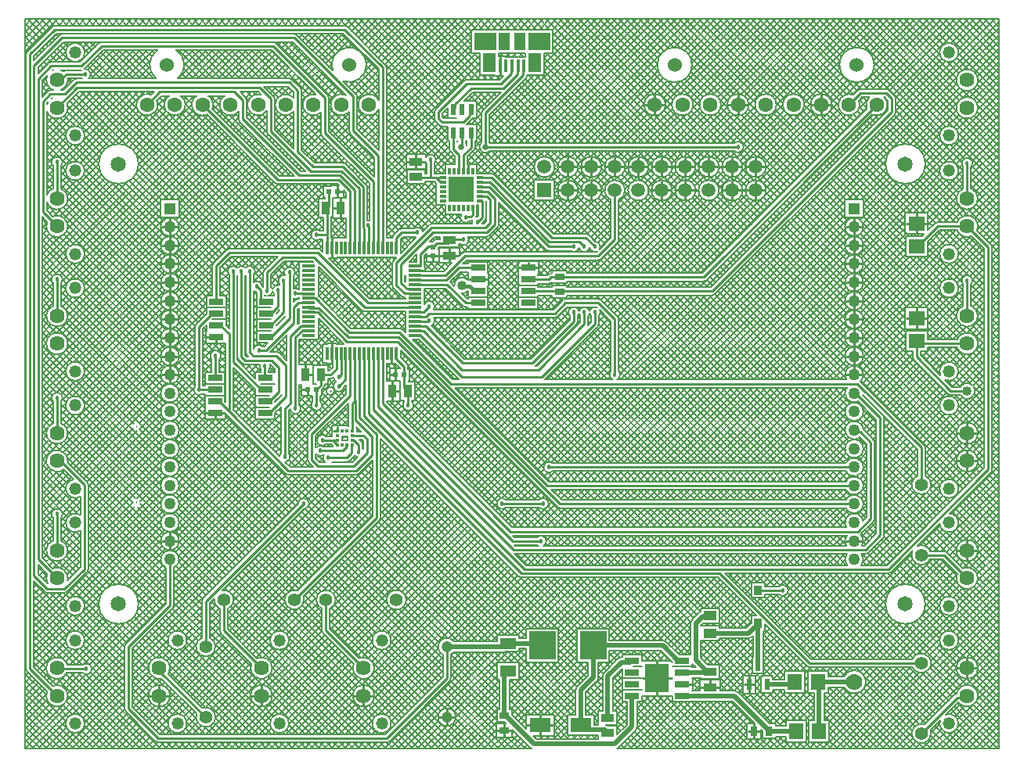
<source format=gtl>
G04*
G04 #@! TF.GenerationSoftware,Altium Limited,Altium Designer,19.1.5 (86)*
G04*
G04 Layer_Physical_Order=1*
G04 Layer_Color=255*
%FSLAX25Y25*%
%MOIN*%
G70*
G01*
G75*
%ADD11C,0.01000*%
%ADD16C,0.00800*%
%ADD17R,0.06890X0.06299*%
%ADD18R,0.05472X0.03583*%
%ADD19R,0.02362X0.02441*%
%ADD20R,0.03701X0.05630*%
%ADD21R,0.05630X0.03701*%
%ADD22R,0.02441X0.02362*%
%ADD23R,0.02362X0.04724*%
%ADD24R,0.01772X0.05433*%
%ADD25R,0.05807X0.08268*%
%ADD26R,0.04626X0.07480*%
%ADD27R,0.09350X0.07480*%
%ADD28R,0.01575X0.01575*%
%ADD29R,0.02362X0.04921*%
%ADD30R,0.06299X0.06890*%
%ADD31R,0.05709X0.03937*%
%ADD32R,0.06004X0.02559*%
%ADD33R,0.10236X0.12205*%
%ADD34R,0.11221X0.12205*%
%ADD35R,0.05787X0.03819*%
%ADD36R,0.03347X0.04134*%
%ADD37R,0.09055X0.06299*%
%ADD38R,0.03150X0.03937*%
%ADD39R,0.03937X0.03150*%
%ADD40R,0.07087X0.04724*%
%ADD41R,0.05807X0.01181*%
%ADD42R,0.01181X0.05807*%
%ADD43R,0.01181X0.03150*%
%ADD44R,0.03150X0.01181*%
%ADD45R,0.11024X0.11024*%
%ADD90C,0.01500*%
%ADD91C,0.02000*%
%ADD92R,0.05000X0.05000*%
%ADD93C,0.05000*%
%ADD94C,0.06500*%
%ADD95C,0.06378*%
%ADD96C,0.05197*%
%ADD97C,0.06319*%
%ADD98C,0.06004*%
%ADD99C,0.04724*%
%ADD100C,0.05906*%
%ADD101R,0.05906X0.05906*%
%ADD102C,0.05512*%
%ADD103C,0.01800*%
%ADD104C,0.04000*%
%ADD105C,0.07000*%
%ADD106C,0.02500*%
G36*
X47450Y105494D02*
X47451Y105424D01*
X47465Y105248D01*
X47473Y105200D01*
X47483Y105158D01*
X47495Y105121D01*
X47509Y105089D01*
X47524Y105062D01*
X47541Y105041D01*
X47258Y104759D01*
X47276Y104738D01*
X47291Y104711D01*
X47305Y104680D01*
X47317Y104642D01*
X47327Y104600D01*
X47335Y104552D01*
X47346Y104440D01*
X47349Y104376D01*
X47350Y104306D01*
X47450D01*
X47451Y104376D01*
X47465Y104552D01*
X47473Y104600D01*
X47483Y104642D01*
X47495Y104680D01*
X47509Y104711D01*
X47524Y104738D01*
X47541Y104759D01*
X47258Y105041D01*
X47276Y105062D01*
X47291Y105089D01*
X47305Y105121D01*
X47317Y105158D01*
X47327Y105200D01*
X47335Y105248D01*
X47346Y105360D01*
X47349Y105424D01*
X47350Y105494D01*
X47450D01*
D02*
G37*
G36*
Y137894D02*
X47451Y137824D01*
X47465Y137648D01*
X47473Y137600D01*
X47483Y137558D01*
X47495Y137521D01*
X47509Y137489D01*
X47524Y137462D01*
X47541Y137441D01*
X47258Y137159D01*
X47276Y137138D01*
X47291Y137111D01*
X47305Y137080D01*
X47317Y137042D01*
X47327Y137000D01*
X47335Y136952D01*
X47346Y136840D01*
X47349Y136776D01*
X47350Y136706D01*
X47450D01*
X47451Y136776D01*
X47465Y136952D01*
X47473Y137000D01*
X47483Y137042D01*
X47495Y137080D01*
X47509Y137111D01*
X47524Y137138D01*
X47541Y137159D01*
X47258Y137441D01*
X47276Y137462D01*
X47291Y137489D01*
X47305Y137521D01*
X47317Y137558D01*
X47327Y137600D01*
X47335Y137648D01*
X47346Y137760D01*
X47349Y137824D01*
X47350Y137894D01*
X47450D01*
D02*
G37*
D11*
X379500Y223921D02*
Y228071D01*
X375055Y223921D02*
X379500D01*
X352900Y222414D02*
Y225914D01*
X338866Y274500D02*
Y278660D01*
X334707Y274500D02*
X338866D01*
X343026D01*
X338866Y270340D02*
Y274500D01*
X303433D02*
X307593D01*
X303433D02*
Y278660D01*
Y270340D02*
Y274500D01*
X299274D02*
X303433D01*
X311000Y238000D02*
X314953D01*
X311000Y248000D02*
X314953D01*
X311000Y244047D02*
Y248000D01*
Y251953D01*
X307047Y248000D02*
X311000D01*
Y238000D02*
Y241953D01*
X301000Y248000D02*
X304953D01*
X301000Y238000D02*
X304953D01*
X311000Y234047D02*
Y238000D01*
X307047D02*
X311000D01*
X379500Y223921D02*
X383945D01*
X379500Y183516D02*
X383945D01*
X401000Y134500D02*
Y138689D01*
Y134500D02*
X405189D01*
X396811D02*
X401000D01*
X379500Y219772D02*
Y223921D01*
Y183516D02*
Y187665D01*
Y179366D02*
Y183516D01*
X375055D02*
X379500D01*
X352900Y206666D02*
X356400D01*
X352900Y222414D02*
X356400D01*
X352900Y214540D02*
X356400D01*
X352900Y218914D02*
Y222414D01*
X349400D02*
X352900D01*
Y214540D02*
Y218040D01*
X349400Y214540D02*
X352900D01*
Y211040D02*
Y214540D01*
Y198792D02*
X356400D01*
X352900Y206666D02*
Y210166D01*
Y190918D02*
X356400D01*
X352900Y195292D02*
Y198792D01*
Y202292D01*
Y187418D02*
Y190918D01*
Y194418D01*
Y183044D02*
X356400D01*
X352900Y167296D02*
X356400D01*
X352900Y175170D02*
X356400D01*
X352900Y183044D02*
Y186544D01*
Y167296D02*
Y170796D01*
Y203166D02*
Y206666D01*
X349400D02*
X352900D01*
X349400Y183044D02*
X352900D01*
X349400Y198792D02*
X352900D01*
Y179544D02*
Y183044D01*
X349400Y190918D02*
X352900D01*
Y171670D02*
Y175170D01*
Y178670D01*
X349400Y167296D02*
X352900D01*
X349400Y175170D02*
X352900D01*
Y159422D02*
X356400D01*
X352900Y163796D02*
Y167296D01*
Y159422D02*
Y162922D01*
X349400Y159422D02*
X352900D01*
X301000Y248000D02*
Y251953D01*
X297047Y248000D02*
X301000D01*
X291000D02*
X294953D01*
X291000D02*
Y251953D01*
X287047Y248000D02*
X291000D01*
X281000D02*
X284953D01*
X281000D02*
Y251953D01*
X277047Y248000D02*
X281000D01*
X268000Y274500D02*
X272160D01*
X263841D02*
X268000D01*
Y278660D01*
Y270340D02*
Y274500D01*
X271000Y248000D02*
X274953D01*
X271000D02*
Y251953D01*
X247047Y248000D02*
X251000D01*
X301000Y244047D02*
Y248000D01*
X291000Y244047D02*
Y248000D01*
X281000Y244047D02*
Y248000D01*
X301000Y238000D02*
Y241953D01*
Y234047D02*
Y238000D01*
X297047D02*
X301000D01*
X281000D02*
Y241953D01*
Y238000D02*
X284953D01*
X277047D02*
X281000D01*
Y234047D02*
Y238000D01*
X261000Y248000D02*
X264953D01*
X261000D02*
Y251953D01*
X271000Y244047D02*
Y248000D01*
X267047D02*
X271000D01*
X261000Y244047D02*
Y248000D01*
X257047D02*
X261000D01*
X251000D02*
Y251953D01*
Y244047D02*
Y248000D01*
X254953D01*
X271000Y238000D02*
Y241953D01*
Y238000D02*
X274953D01*
X267047D02*
X271000D01*
Y234047D02*
Y238000D01*
X202132Y287311D02*
Y291028D01*
Y294744D01*
X237047Y248000D02*
X241000D01*
Y251953D01*
Y244047D02*
Y248000D01*
X244953D01*
X231000D02*
X234953D01*
X227047D02*
X231000D01*
Y244047D02*
Y248000D01*
X241000Y238000D02*
Y241953D01*
X237047Y238000D02*
X241000D01*
Y234047D02*
Y238000D01*
X244953D01*
X231000D02*
X234953D01*
X231000D02*
Y241953D01*
Y234047D02*
Y238000D01*
X227047D02*
X231000D01*
Y248000D02*
Y251953D01*
X214177Y205000D02*
X218179D01*
X214177D02*
Y207279D01*
X210175Y205000D02*
X214177D01*
X401000Y122689D02*
Y126878D01*
Y130311D02*
Y134500D01*
Y118500D02*
Y122689D01*
X405189D01*
X396811D02*
X401000D01*
Y84500D02*
X405189D01*
X396811D02*
X401000D01*
Y88689D01*
Y80311D02*
Y84500D01*
X352900Y88556D02*
X356400D01*
X349400D02*
X352900D01*
X401000Y34405D02*
X405189D01*
X401000D02*
Y38594D01*
X396811Y34405D02*
X401000D01*
Y30217D02*
Y34405D01*
X308260Y27366D02*
X310441D01*
X310350Y7500D02*
X312925D01*
X310350Y4532D02*
Y7500D01*
Y10469D01*
X307776Y7500D02*
X310350D01*
X308260Y27366D02*
Y30827D01*
X306079Y27366D02*
X308260D01*
Y23905D02*
Y27366D01*
X291500Y26232D02*
X295394D01*
X291500D02*
Y29142D01*
X287606Y26232D02*
X291500D01*
X269000Y30000D02*
X275118D01*
X269000D02*
Y37102D01*
X279677Y27500D02*
X283679D01*
X262882Y30000D02*
X269000D01*
Y22898D02*
Y30000D01*
X219177Y10000D02*
X224705D01*
X219177D02*
Y14150D01*
X213650Y10000D02*
X219177D01*
Y5850D02*
Y10000D01*
X204000Y7850D02*
Y10425D01*
Y5276D02*
Y7850D01*
X201031D02*
X204000D01*
X206968D01*
X188579Y246295D02*
Y248870D01*
X166380Y250228D02*
Y253020D01*
Y250228D02*
X170116D01*
X162644D02*
X166380D01*
Y247437D02*
Y250228D01*
X180500Y210272D02*
X184315D01*
X180500D02*
Y213122D01*
X176685Y210272D02*
X180500D01*
X173500Y210189D02*
X175721D01*
X173500Y208008D02*
Y210189D01*
X171280D02*
X173500D01*
X192823Y200000D02*
X196825D01*
X188821D02*
X192823D01*
X180500Y207421D02*
Y210272D01*
X165841Y203795D02*
X169744D01*
X132811Y237500D02*
X134992D01*
X132811Y235279D02*
Y237500D01*
Y239721D01*
X134228Y230500D02*
Y234315D01*
Y226685D02*
Y230500D01*
X131378D02*
X134228D01*
X130455Y209687D02*
Y213591D01*
Y217494D01*
X61561Y222414D02*
X65061D01*
X61561D02*
Y225914D01*
Y218914D02*
Y222414D01*
X58061D02*
X61561D01*
X58061Y214540D02*
X61561D01*
X65061D01*
X61561Y211040D02*
Y214540D01*
Y218040D01*
Y203166D02*
Y206666D01*
X65061D01*
X61561Y198792D02*
X65061D01*
X61561D02*
Y202292D01*
Y206666D02*
Y210166D01*
Y187418D02*
Y190918D01*
Y195292D02*
Y198792D01*
Y183044D02*
X65061D01*
X61561D02*
Y186544D01*
X58061Y206666D02*
X61561D01*
X58061Y198792D02*
X61561D01*
Y190918D02*
Y194418D01*
Y190918D02*
X65061D01*
X58061D02*
X61561D01*
X58061Y183044D02*
X61561D01*
X156045Y164506D02*
Y168409D01*
X157689Y157280D02*
Y159500D01*
Y161721D01*
X155508Y159500D02*
X157689D01*
X156272Y152500D02*
X159122D01*
X156272D02*
Y156315D01*
Y148685D02*
Y152500D01*
X132850Y135453D02*
Y137240D01*
X131063Y135453D02*
X132850D01*
X130455Y164506D02*
Y168409D01*
Y172313D01*
X119272Y159500D02*
X122122D01*
X119272D02*
Y163315D01*
X120189Y150779D02*
Y153000D01*
X118008D02*
X120189D01*
X179500Y13500D02*
X182862D01*
X179500D02*
Y16862D01*
Y10138D02*
Y13500D01*
X176138D02*
X179500D01*
X144000Y22594D02*
X148189D01*
X144000D02*
Y26783D01*
Y18406D02*
Y22594D01*
X139811D02*
X144000D01*
X100500D02*
X104689D01*
X100500Y18406D02*
Y22594D01*
Y26783D01*
X96311Y22594D02*
X100500D01*
X77321Y175500D02*
X81323D01*
Y173221D02*
Y175500D01*
X61561Y175170D02*
X65061D01*
X61561Y179544D02*
Y183044D01*
Y175170D02*
Y178670D01*
X58061Y175170D02*
X61561D01*
Y171670D02*
Y175170D01*
Y167296D02*
Y170796D01*
Y167296D02*
X65061D01*
X61561Y163796D02*
Y167296D01*
X58061D02*
X61561D01*
Y159422D02*
Y162922D01*
X58061Y159422D02*
X61561D01*
Y155922D02*
Y159422D01*
X65061D01*
X80823Y140720D02*
Y143000D01*
X76821D02*
X80823D01*
X84825D01*
X61561Y88556D02*
Y92056D01*
Y88556D02*
X65061D01*
X61561Y85056D02*
Y88556D01*
X58061D02*
X61561D01*
X57000Y22594D02*
Y26783D01*
X52811Y22594D02*
X57000D01*
X61189D01*
X57000Y18406D02*
Y22594D01*
X61500Y61000D02*
Y80620D01*
X61561Y80682D01*
X44000Y43500D02*
X61500Y61000D01*
X44000Y17000D02*
Y43500D01*
Y17000D02*
X56500Y4500D01*
X154000D01*
X179500Y30000D01*
Y43500D01*
X162728Y152500D02*
X163000Y152228D01*
Y146500D02*
Y152228D01*
X172500Y243342D02*
X174799D01*
X166809D02*
X172500D01*
Y251000D01*
X174799Y243342D02*
X177752D01*
X174799D02*
X176768Y241374D01*
X177752D01*
X401000Y184500D02*
Y199500D01*
Y234500D02*
Y249500D01*
X17455Y287500D02*
X25500D01*
X14955Y285000D02*
X17455Y287500D01*
X13500Y285000D02*
X14955D01*
X13500Y234500D02*
Y250000D01*
X13500Y234500D02*
X13500Y234500D01*
Y184500D02*
Y200000D01*
Y134500D02*
Y149500D01*
Y84500D02*
Y100000D01*
X25847Y34153D02*
X26000Y34000D01*
X13752Y34153D02*
X25847D01*
X13500Y34405D02*
X13752Y34153D01*
X180772Y217000D02*
X186500D01*
X180500Y216728D02*
X180772Y217000D01*
X128129Y230143D02*
X129122Y231136D01*
X130890Y131508D02*
X132850Y129547D01*
X128486Y219000D02*
Y229785D01*
Y213591D02*
Y219000D01*
X124000D02*
X128486D01*
X123906Y146595D02*
X124000Y146500D01*
X123906Y146595D02*
Y152905D01*
X123811Y153000D02*
X123906Y152905D01*
X102000Y158177D02*
X102177Y158000D01*
X102000Y158177D02*
Y163000D01*
X88500Y164955D02*
X100455Y153000D01*
X88500Y164955D02*
Y203500D01*
X100455Y153000D02*
X102177D01*
X104914Y165500D02*
X108000Y162414D01*
X93596Y165500D02*
X104914D01*
X92000Y167096D02*
X93596Y165500D01*
X107000Y167500D02*
X111000Y163500D01*
X97000Y167500D02*
X107000D01*
X95500Y169000D02*
X97000Y167500D01*
X130890Y131508D02*
X132843D01*
X126508D02*
X130890D01*
X126500Y131500D02*
X126508Y131508D01*
X132843D02*
X132850Y131516D01*
X98500Y197000D02*
X100175Y195325D01*
Y191279D02*
Y195325D01*
Y191279D02*
X100955Y190500D01*
X102677D01*
X110444Y124556D02*
Y144944D01*
X113000Y147500D01*
X114500Y303000D02*
X139500Y278000D01*
X15586Y303000D02*
X114500D01*
X3700Y291114D02*
X15586Y303000D01*
X105500Y299500D02*
X127500Y277500D01*
X32500Y299500D02*
X105500D01*
X24000Y291000D02*
X32500Y299500D01*
X11000Y291000D02*
X24000D01*
X5400Y285400D02*
X11000Y291000D01*
X5400Y80789D02*
Y285400D01*
X7500Y275914D02*
X10586Y279000D01*
X7500Y228689D02*
Y275914D01*
Y228689D02*
X13500Y222689D01*
X5400Y80789D02*
X13500Y72689D01*
X3700Y73800D02*
Y291114D01*
Y73800D02*
X9300Y68200D01*
X2000Y34095D02*
Y296000D01*
Y34095D02*
X13500Y22594D01*
X2000Y296000D02*
X12586Y306586D01*
X135914D01*
X152108Y290392D01*
Y213591D02*
Y290392D01*
X139500Y263500D02*
Y278000D01*
X16700Y68200D02*
X25115Y76615D01*
Y112493D01*
X14919Y122689D02*
X25115Y112493D01*
X13500Y122689D02*
X14919D01*
X9300Y68200D02*
X16700D01*
X139500Y263500D02*
X150140Y252860D01*
Y213591D02*
Y252860D01*
X10586Y279000D02*
X16907D01*
X21907Y284000D01*
X127500Y262500D02*
Y277500D01*
Y262500D02*
X148200Y241800D01*
Y213619D02*
Y241800D01*
X148171Y213591D02*
X148200Y213619D01*
X21907Y284000D02*
X112500D01*
X116000Y280500D01*
Y254500D02*
Y280500D01*
Y254500D02*
X122500Y248000D01*
X135213D01*
X143800Y239412D01*
Y222089D02*
Y239412D01*
Y222089D02*
X144234Y221655D01*
Y213591D02*
Y221655D01*
X142100Y221385D02*
Y238708D01*
X134608Y246200D02*
X142100Y238708D01*
Y221385D02*
X142266Y221219D01*
Y213591D02*
Y221219D01*
X99800Y281700D02*
X104500Y277000D01*
X22011Y281700D02*
X99800D01*
X13500Y273189D02*
X22011Y281700D01*
X104500Y263200D02*
Y277000D01*
Y263200D02*
X121500Y246200D01*
X134608D01*
X92500Y268500D02*
Y276500D01*
X89000Y280000D02*
X92500Y276500D01*
X57313Y280000D02*
X89000D01*
X51812Y274500D02*
X57313Y280000D01*
X92500Y268500D02*
X116500Y244500D01*
X133904D01*
X140297Y238107D01*
Y213591D02*
Y238107D01*
X107434Y242500D02*
X133500D01*
X75435Y274500D02*
X107434Y242500D01*
X133500D02*
X138329Y237671D01*
Y213591D02*
Y237671D01*
X76800Y62800D02*
X118500Y104500D01*
X76800Y43500D02*
Y62800D01*
X203000Y104500D02*
X220500D01*
X171783Y185500D02*
X225500D01*
X251000Y159500D02*
Y183000D01*
X244000Y190000D02*
X251000Y183000D01*
X230000Y190000D02*
X244000D01*
X225500Y185500D02*
X230000Y190000D01*
X233500Y182000D02*
Y186000D01*
X238000Y181000D02*
Y186000D01*
X242500Y181000D02*
Y186000D01*
X220000Y158500D02*
X242500Y181000D01*
X185890Y158500D02*
X220000D01*
X216000Y164500D02*
X233500Y182000D01*
X186200Y164500D02*
X216000D01*
X238600Y217900D02*
X242500Y214000D01*
X224100Y217900D02*
X238600D01*
X198658Y243342D02*
X224100Y217900D01*
X193500Y243342D02*
X198658D01*
X235800Y216200D02*
X238000Y214000D01*
X223012Y216200D02*
X235800D01*
X197838Y241374D02*
X223012Y216200D01*
X193500Y241374D02*
X197838D01*
X197403Y239405D02*
X222808Y214000D01*
X193500Y239405D02*
X197403D01*
X222808Y214000D02*
X233500D01*
X187096Y210000D02*
X244000D01*
X196967Y237437D02*
X200000Y234404D01*
X193500Y237437D02*
X196967D01*
X200000Y223596D02*
Y234404D01*
X198000Y224000D02*
Y234000D01*
X196575Y235425D02*
X198000Y234000D01*
X193543Y235425D02*
X196575D01*
X196404Y220000D02*
X200000Y223596D01*
X196000Y222000D02*
X198000Y224000D01*
X173000Y222000D02*
X196000D01*
X193500Y235469D02*
X193543Y235425D01*
X173500Y220000D02*
X196404D01*
X218500Y161500D02*
X238000Y181000D01*
X170527Y180173D02*
X186200Y164500D01*
X251000Y217000D02*
Y238000D01*
X244000Y210000D02*
X251000Y217000D01*
X165841Y180173D02*
X170527D01*
X186000Y161500D02*
X218500D01*
X169386Y178114D02*
X186000Y161500D01*
X165931Y178114D02*
X169386D01*
X165841Y178205D02*
X165931Y178114D01*
X168154Y176236D02*
X185890Y158500D01*
X165841Y176236D02*
X168154D01*
X194409Y233500D02*
X194500Y233410D01*
X193500Y233500D02*
X194409D01*
X194500Y226500D02*
Y233410D01*
X192500Y224500D02*
X194500Y226500D01*
X189483Y226653D02*
X190457Y227626D01*
Y230457D01*
X190547Y230547D01*
X187653Y226653D02*
X189483D01*
X187500Y226500D02*
X187653Y226653D01*
X170394Y184110D02*
X171783Y185500D01*
X158007Y213597D02*
Y217785D01*
X160222Y220000D01*
X167000D01*
X158007Y213597D02*
X158014Y213591D01*
X171783Y182500D02*
X172000D01*
X171425Y182142D02*
X171783Y182500D01*
X165841Y182142D02*
X171425D01*
X165841Y184110D02*
X170394D01*
X171889Y188500D02*
X172000D01*
X169558Y186169D02*
X171889Y188500D01*
X165931Y186169D02*
X169558D01*
X165841Y186079D02*
X165931Y186169D01*
X394000Y152500D02*
X401000D01*
X379500Y167000D02*
X394000Y152500D01*
X379500Y167000D02*
Y173673D01*
X380484Y172689D02*
X401000D01*
X379500Y173673D02*
X380484Y172689D01*
X103900Y143000D02*
X111000Y150100D01*
Y163500D01*
X113000Y147500D02*
Y175748D01*
X117335Y180083D01*
X120569D01*
X120659Y180173D01*
X115000Y145000D02*
Y175344D01*
X117861Y178205D01*
X123516Y191984D02*
X138000Y177500D01*
X120659Y191984D02*
X123516D01*
X144234Y141670D02*
X211104Y74800D01*
X295626D01*
X144234Y141670D02*
Y168409D01*
X212500Y76500D02*
X367500D01*
X146203Y142797D02*
X212500Y76500D01*
X146203Y142797D02*
Y168409D01*
X207744Y84756D02*
X357756D01*
X148171Y144329D02*
X207744Y84756D01*
X148171Y144329D02*
Y168409D01*
X295626Y74800D02*
X333926Y36500D01*
X381500D01*
X310433Y51846D02*
X310827D01*
X312000Y53020D01*
X381500Y112594D02*
Y128322D01*
X354200Y155622D02*
X381500Y128322D01*
X181186Y155622D02*
X354200D01*
X159308Y177500D02*
X181186Y155622D01*
X138000Y177500D02*
X159308D01*
X158904Y175500D02*
X222226Y112178D01*
X137500Y175500D02*
X158904D01*
X222226Y112178D02*
X352900D01*
X227696Y104304D02*
X352900D01*
X158500Y173500D02*
X227696Y104304D01*
X137000Y173500D02*
X158500D01*
X102481Y169750D02*
X114200Y181468D01*
X99400Y169750D02*
X102481D01*
X114200Y181468D02*
Y188000D01*
X116216Y190016D01*
X120659D01*
X150230Y145770D02*
X207500Y88500D01*
X219500D01*
X150230Y145770D02*
Y168319D01*
X357756Y84756D02*
X364000Y91000D01*
X354474Y92630D02*
X360000Y98156D01*
X206587Y92630D02*
X354474D01*
X152199Y147018D02*
X206587Y92630D01*
X152199Y147018D02*
Y168319D01*
X142266Y141234D02*
Y168409D01*
Y141234D02*
X149500Y134000D01*
X140329Y148446D02*
Y168409D01*
Y148446D02*
X140387Y148387D01*
X139150Y147150D02*
X140387Y148387D01*
X139150Y135453D02*
Y147150D01*
X140500Y140000D02*
Y148500D01*
Y140000D02*
X147500Y133000D01*
X401000Y222689D02*
X410000Y213689D01*
Y119000D02*
Y213689D01*
X367500Y76500D02*
X410000Y119000D01*
X364000Y91000D02*
Y141000D01*
X360000Y98156D02*
Y130500D01*
X152108Y168409D02*
X152199Y168319D01*
X114500Y63500D02*
X149500Y98500D01*
Y134000D01*
X125043Y187957D02*
X137500Y175500D01*
X124512Y185988D02*
X137000Y173500D01*
X150140Y168409D02*
X150230Y168319D01*
X140387Y148387D02*
X140500Y148500D01*
X138329Y150579D02*
Y168409D01*
X122000Y134250D02*
X138329Y150579D01*
X133500Y154500D02*
X136360Y157360D01*
Y168409D01*
X133500Y158500D02*
X134392Y159392D01*
Y168409D01*
X125728Y154957D02*
Y159500D01*
X123811Y153039D02*
X125728Y154957D01*
X123811Y153000D02*
Y153039D01*
X125728Y159500D02*
X130000D01*
X132423Y161923D01*
Y168409D01*
X117861Y178205D02*
X120659D01*
X125500Y127000D02*
X135316D01*
X136984Y128668D01*
Y129547D01*
X124500Y120500D02*
X140000D01*
X122000Y123000D02*
X124500Y120500D01*
X122000Y123000D02*
Y134250D01*
X112500Y183600D02*
Y203000D01*
X110000Y186100D02*
Y199500D01*
X107500Y188600D02*
Y195500D01*
X109500Y209500D02*
X123000D01*
X103000Y203000D02*
X109500Y209500D01*
X103000Y195250D02*
Y203000D01*
X104400Y175500D02*
X112500Y183600D01*
X102677Y175500D02*
X104400D01*
Y180500D02*
X110000Y186100D01*
X102677Y180500D02*
X104400D01*
Y185500D02*
X107500Y188600D01*
X102677Y185500D02*
X104400D01*
X115000Y194000D02*
X115024Y193976D01*
X120636D01*
X120659Y193953D01*
X123000Y209500D02*
X144453Y188047D01*
X95500Y169000D02*
Y203000D01*
X92000Y167096D02*
Y203500D01*
X108000Y152100D02*
Y162414D01*
X103900Y148000D02*
X108000Y152100D01*
X102177Y143000D02*
X103900D01*
X102177Y148000D02*
X103900D01*
X86773Y143773D02*
Y176773D01*
Y143773D02*
X112045Y118500D01*
X139150Y135453D02*
X139197Y135500D01*
X82545Y148000D02*
X86773Y143773D01*
X87000Y211500D02*
X124500D01*
X81323Y205823D02*
X87000Y211500D01*
X124500D02*
X145984Y190016D01*
X81323Y190500D02*
Y205823D01*
X144453Y188047D02*
X165841D01*
X145984Y190016D02*
X165841D01*
X81000Y158177D02*
Y167500D01*
X80823Y158000D02*
X81000Y158177D01*
X147500Y125172D02*
Y133000D01*
X140029Y131516D02*
X142000Y129544D01*
X139150Y131516D02*
X140029D01*
X142000Y126500D02*
Y129544D01*
X134300Y168318D02*
X134392Y168409D01*
X223000Y120000D02*
X223026Y120026D01*
X352874D01*
X352900Y120052D01*
X353452Y151548D02*
X364000Y141000D01*
X352900Y151548D02*
X353452D01*
X312087Y67500D02*
X322500D01*
X312000Y67587D02*
X312087Y67500D01*
X196000Y256500D02*
X303500D01*
X186642Y246295D02*
Y253142D01*
X182260Y255536D02*
X184642Y253154D01*
Y246295D02*
Y253154D01*
X186642Y253142D02*
X189740Y256240D01*
X288988Y201000D02*
X362488Y274500D01*
X224000Y201000D02*
X288988D01*
X362488Y274500D02*
X362500D01*
X246772Y8000D02*
X248000Y6772D01*
X236500Y10000D02*
X238500Y8000D01*
X355465Y135035D02*
X360000Y130500D01*
X353665Y135035D02*
X355465D01*
X352900Y135800D02*
X353665Y135035D01*
X291232Y32500D02*
X291366Y32634D01*
X290650D02*
X291366D01*
X291500Y32768D01*
X120750Y187957D02*
X125043D01*
X120659Y188047D02*
X120750Y187957D01*
Y185988D02*
X124512D01*
X120659Y186079D02*
X120750Y185988D01*
X74000Y153000D02*
Y179900D01*
X79600Y185500D01*
X81323D01*
X74000Y153000D02*
X80823D01*
X396811Y21811D02*
X400217D01*
X381500Y6500D02*
X396811Y21811D01*
X400217D02*
X401000Y22594D01*
X391094Y82595D02*
X401000Y72689D01*
X381500Y82595D02*
X391094D01*
X379795Y214079D02*
X388405Y222689D01*
X379500Y214079D02*
X379795D01*
X388405Y222689D02*
X401000D01*
X337421Y28500D02*
X337921Y28000D01*
X326445Y27366D02*
X327579Y28500D01*
X277955Y37500D02*
X279677D01*
X204000Y14150D02*
X204394D01*
X257644Y36821D02*
X258323Y37500D01*
X316650Y7500D02*
Y7894D01*
X204000Y31594D02*
X205500Y33094D01*
X219268Y44905D02*
X220173Y44000D01*
X204095Y43500D02*
X205500Y44905D01*
X128000Y50406D02*
X144000Y34405D01*
X128000Y50406D02*
Y63500D01*
X57000Y33300D02*
Y34405D01*
Y33300D02*
X76800Y13500D01*
X84500Y50406D02*
X100500Y34405D01*
X84500Y50406D02*
Y63500D01*
X178923Y201827D02*
X187096Y210000D01*
X165841Y201827D02*
X178923D01*
X184500Y205000D02*
X192823D01*
X179358Y199858D02*
X184500Y205000D01*
X165841Y199858D02*
X179358D01*
X158000Y197500D02*
X161457Y194043D01*
X165750D01*
X165841Y193953D01*
X158000Y197500D02*
Y207000D01*
X173000Y222000D01*
X165699Y196000D02*
X165841Y195858D01*
X160000Y198500D02*
Y206500D01*
Y198500D02*
X162500Y196000D01*
X165699D01*
X160000Y206500D02*
X173500Y220000D01*
X145500Y126000D02*
Y132000D01*
X144016Y133484D02*
X145500Y132000D01*
X140009Y133484D02*
X144016D01*
X140000Y120500D02*
X145500Y126000D01*
X140828Y118500D02*
X147500Y125172D01*
X139000Y126000D02*
Y129398D01*
X139150Y129547D01*
X137000Y124000D02*
X139000Y126000D01*
X129000Y124000D02*
X137000D01*
X112045Y118500D02*
X140828D01*
X83045Y180500D02*
X86773Y176773D01*
X81323Y180500D02*
X83045D01*
X80823Y148000D02*
X82545D01*
X175228Y215500D02*
X180228D01*
X173539Y213811D02*
X175228Y215500D01*
X173500Y213811D02*
X173539D01*
X171500Y214000D02*
X173311D01*
X173500Y213811D01*
X168244Y210744D02*
X171500Y214000D01*
X168244Y205854D02*
Y210744D01*
X168154Y205764D02*
X168244Y205854D01*
X165841Y205764D02*
X168154D01*
X146000Y223000D02*
X146112Y222888D01*
Y213681D02*
Y222888D01*
Y213681D02*
X146203Y213591D01*
X196000Y256500D02*
Y271000D01*
X128129Y230143D02*
X128486Y229785D01*
X161378Y153850D02*
X162728Y152500D01*
X161378Y153850D02*
Y159433D01*
X161311Y159500D02*
X161378Y159433D01*
X161311Y159500D02*
Y162799D01*
X158014Y166096D02*
X161311Y162799D01*
X158014Y166096D02*
Y168409D01*
X129811Y152500D02*
X129878Y152567D01*
X129122Y231136D02*
Y237433D01*
X129189Y237500D01*
X214177Y195000D02*
X292500D01*
X366500Y279500D02*
X369000Y277000D01*
X355677Y279500D02*
X366500D01*
X350677Y274500D02*
X355677Y279500D01*
X369000Y271500D02*
Y277000D01*
X292500Y195000D02*
X369000Y271500D01*
X185500Y256500D02*
X185750Y256750D01*
Y262329D01*
X186000Y262579D01*
X196000Y271000D02*
X211995Y286995D01*
Y290654D01*
X212368Y291028D01*
X166380Y243772D02*
X166809Y243342D01*
X189740Y256240D02*
Y262579D01*
X182260Y255536D02*
Y262579D01*
X186414Y267000D02*
X189059Y269645D01*
Y271740D01*
X189740Y272421D01*
X177500Y267000D02*
X186414D01*
X176000Y268500D02*
X177500Y267000D01*
X176000Y268500D02*
Y271543D01*
X188004Y283547D01*
X189744Y281547D02*
X203480D01*
X188004Y283547D02*
X202652D01*
X206877Y287773D01*
Y290654D01*
X207250Y291028D01*
X203480Y281547D02*
X209436Y287503D01*
Y290654D01*
X182260Y272421D02*
X182941Y273102D01*
Y274744D01*
X189744Y281547D01*
X209436Y290654D02*
X209809Y291028D01*
X190421Y274284D02*
X190506D01*
X189740Y272421D02*
Y273602D01*
X190421Y274284D01*
X223000Y200000D02*
X224000Y201000D01*
X214177Y200000D02*
X223000D01*
X165841Y197858D02*
X179642D01*
X187500Y190000D01*
X192823D01*
D16*
X397282Y296811D02*
G03*
X397282Y296811I-3998J0D01*
G01*
X405589Y285000D02*
G03*
X405589Y285000I-4589J0D01*
G01*
X397282Y296811D02*
G03*
X397282Y296811I-3998J0D01*
G01*
X405589Y273189D02*
G03*
X405589Y273189I-4589J0D01*
G01*
X367704Y280700D02*
G03*
X366500Y281200I-1204J-1200D01*
G01*
X367702Y280702D02*
G03*
X366500Y281200I-1202J-1202D01*
G01*
X370700Y277000D02*
G03*
X370200Y278204I-1700J0D01*
G01*
X370700Y277000D02*
G03*
X370202Y278202I-1700J0D01*
G01*
X367048Y274500D02*
G03*
X365634Y277800I-4559J0D01*
G01*
X355677Y281200D02*
G03*
X354475Y280702I0J-1700D01*
G01*
X355677Y281200D02*
G03*
X354473Y280700I0J-1700D01*
G01*
X370202Y270298D02*
G03*
X370700Y271500I-1202J1202D01*
G01*
X370200Y270296D02*
G03*
X370700Y271500I-1200J1204D01*
G01*
X360699Y270306D02*
G03*
X367048Y274500I1790J4194D01*
G01*
X359342Y277800D02*
G03*
X358295Y272710I3146J-3300D01*
G01*
X355237Y274500D02*
G03*
X354871Y276290I-4559J0D01*
G01*
X403300Y249500D02*
G03*
X399300Y247951I-2300J0D01*
G01*
X402700D02*
G03*
X403300Y249500I-1700J1549D01*
G01*
X397282Y261378D02*
G03*
X397282Y261378I-3998J0D01*
G01*
D02*
G03*
X397282Y261378I-3998J0D01*
G01*
Y246311D02*
G03*
X397282Y246311I-3998J0D01*
G01*
D02*
G03*
X397282Y246311I-3998J0D01*
G01*
X405589Y234500D02*
G03*
X402700Y238762I-4589J0D01*
G01*
X399300D02*
G03*
X405589Y234500I1700J-4262D01*
G01*
Y222689D02*
G03*
X396738Y224389I-4589J0D01*
G01*
X383187Y249300D02*
G03*
X383187Y249300I-8487J0D01*
G01*
X388405Y224389D02*
G03*
X387203Y223891I0J-1700D01*
G01*
X388405Y224389D02*
G03*
X387201Y223889I0J-1700D01*
G01*
X361428Y291508D02*
G03*
X361428Y291508I-7404J0D01*
G01*
X352467Y278694D02*
G03*
X355237Y274500I-1790J-4194D01*
G01*
X343426D02*
G03*
X343426Y274500I-4559J0D01*
G01*
X331615D02*
G03*
X331615Y274500I-4559J0D01*
G01*
X319804D02*
G03*
X319804Y274500I-4559J0D01*
G01*
X307993D02*
G03*
X307993Y274500I-4559J0D01*
G01*
X305800Y256500D02*
G03*
X301951Y258200I-2300J0D01*
G01*
Y254800D02*
G03*
X305800Y256500I1549J1700D01*
G01*
X356800Y222414D02*
G03*
X356800Y222414I-3900J0D01*
G01*
X315353Y248000D02*
G03*
X315353Y248000I-4353J0D01*
G01*
Y238000D02*
G03*
X315353Y238000I-4353J0D01*
G01*
X305353Y248000D02*
G03*
X305353Y248000I-4353J0D01*
G01*
Y238000D02*
G03*
X305353Y238000I-4353J0D01*
G01*
X411700Y213689D02*
G03*
X411202Y214891I-1700J0D01*
G01*
X411700Y213689D02*
G03*
X411200Y214893I-1700J0D01*
G01*
X405216Y220877D02*
G03*
X405589Y222689I-4216J1812D01*
G01*
X396738Y220989D02*
G03*
X402812Y218473I4262J1700D01*
G01*
X397282Y210878D02*
G03*
X397282Y210878I-3998J0D01*
G01*
D02*
G03*
X397282Y210878I-3998J0D01*
G01*
X402700Y197951D02*
G03*
X403300Y199500I-1700J1549D01*
G01*
D02*
G03*
X399300Y197951I-2300J0D01*
G01*
X405589Y184500D02*
G03*
X402700Y188762I-4589J0D01*
G01*
X399300D02*
G03*
X405589Y184500I1700J-4262D01*
G01*
X397282Y196311D02*
G03*
X397282Y196311I-3998J0D01*
G01*
D02*
G03*
X397282Y196311I-3998J0D01*
G01*
X405589Y172689D02*
G03*
X396738Y174389I-4589J0D01*
G01*
Y170989D02*
G03*
X405589Y172689I4262J1700D01*
G01*
X397282Y160878D02*
G03*
X389614Y159291I-3998J0D01*
G01*
X398056Y150800D02*
G03*
X404400Y152500I2944J1700D01*
G01*
D02*
G03*
X398056Y154200I-3400J0D01*
G01*
X391696Y157208D02*
G03*
X397282Y160878I1588J3670D01*
G01*
D02*
G03*
X389614Y159291I-3998J0D01*
G01*
X391696Y157208D02*
G03*
X397282Y160878I1588J3670D01*
G01*
X392796Y151300D02*
G03*
X394000Y150800I1204J1200D01*
G01*
X397282Y146311D02*
G03*
X397282Y146311I-3998J0D01*
G01*
D02*
G03*
X397282Y146311I-3998J0D01*
G01*
X392798Y151298D02*
G03*
X394000Y150800I1202J1202D01*
G01*
X356800Y214540D02*
G03*
X356800Y214540I-3900J0D01*
G01*
Y206666D02*
G03*
X356800Y206666I-3900J0D01*
G01*
Y198792D02*
G03*
X356800Y198792I-3900J0D01*
G01*
Y183044D02*
G03*
X356800Y183044I-3900J0D01*
G01*
Y190918D02*
G03*
X356800Y190918I-3900J0D01*
G01*
Y175170D02*
G03*
X356800Y175170I-3900J0D01*
G01*
X377800Y167000D02*
G03*
X378298Y165798I1700J0D01*
G01*
X377800Y167000D02*
G03*
X378300Y165796I1700J0D01*
G01*
X356800Y159422D02*
G03*
X349614Y157322I-3900J0D01*
G01*
X356800Y167296D02*
G03*
X356800Y167296I-3900J0D01*
G01*
X355609Y156617D02*
G03*
X356800Y159422I-2709J2805D01*
G01*
X349806Y153922D02*
G03*
X354572Y148024I3094J-2374D01*
G01*
X365700Y141000D02*
G03*
X365202Y142202I-1700J0D01*
G01*
X365700Y141000D02*
G03*
X365200Y142204I-1700J0D01*
G01*
X361700Y130500D02*
G03*
X361200Y131704I-1700J0D01*
G01*
X361700Y130500D02*
G03*
X361202Y131702I-1700J0D01*
G01*
X356800Y143674D02*
G03*
X356800Y143674I-3900J0D01*
G01*
X356787Y136117D02*
G03*
X355339Y132757I-3887J-317D01*
G01*
X296182Y274500D02*
G03*
X296182Y274500I-4559J0D01*
G01*
X283869Y291508D02*
G03*
X283869Y291508I-7404J0D01*
G01*
X284370Y274500D02*
G03*
X284370Y274500I-4559J0D01*
G01*
X272559D02*
G03*
X272559Y274500I-4559J0D01*
G01*
X295353Y248000D02*
G03*
X295353Y248000I-4353J0D01*
G01*
X285353D02*
G03*
X285353Y248000I-4353J0D01*
G01*
X275353D02*
G03*
X275353Y248000I-4353J0D01*
G01*
X295353Y238000D02*
G03*
X295353Y238000I-4353J0D01*
G01*
X285353D02*
G03*
X285353Y238000I-4353J0D01*
G01*
X275353D02*
G03*
X275353Y238000I-4353J0D01*
G01*
X265353Y248000D02*
G03*
X265353Y248000I-4353J0D01*
G01*
X255353D02*
G03*
X255353Y248000I-4353J0D01*
G01*
X265353Y238000D02*
G03*
X265353Y238000I-4353J0D01*
G01*
X255353D02*
G03*
X249300Y233993I-4353J0D01*
G01*
X252700D02*
G03*
X255353Y238000I-1700J4007D01*
G01*
X213197Y285793D02*
G03*
X213695Y286995I-1202J1202D01*
G01*
X213195Y285791D02*
G03*
X213695Y286995I-1200J1204D01*
G01*
X245353Y248000D02*
G03*
X245353Y248000I-4353J0D01*
G01*
X235353D02*
G03*
X235353Y248000I-4353J0D01*
G01*
X245353Y238000D02*
G03*
X245353Y238000I-4353J0D01*
G01*
X235353D02*
G03*
X235353Y238000I-4353J0D01*
G01*
X225353Y248000D02*
G03*
X225353Y248000I-4353J0D01*
G01*
X198033Y258200D02*
G03*
X197700Y258533I-2033J-1700D01*
G01*
X199860Y244545D02*
G03*
X198658Y245042I-1202J-1202D01*
G01*
X199862Y244543D02*
G03*
X198658Y245042I-1204J-1200D01*
G01*
X288988Y199300D02*
G03*
X290190Y199798I0J1700D01*
G01*
X288988Y199300D02*
G03*
X290192Y199800I0J1700D01*
G01*
X252202Y215798D02*
G03*
X252700Y217000I-1202J1202D01*
G01*
X252200Y215796D02*
G03*
X252700Y217000I-1200J1204D01*
G01*
X292500Y193300D02*
G03*
X293702Y193798I0J1700D01*
G01*
X292500Y193300D02*
G03*
X293704Y193800I0J1700D01*
G01*
X244800Y214000D02*
G03*
X242607Y216298I-2300J0D01*
G01*
X244547Y212951D02*
G03*
X244800Y214000I-2047J1049D01*
G01*
X240250Y213523D02*
G03*
X242500Y211700I2250J477D01*
G01*
D02*
G03*
X243549Y211953I0J2300D01*
G01*
X239802Y219102D02*
G03*
X238600Y219600I-1202J-1202D01*
G01*
X239804Y219100D02*
G03*
X238600Y219600I-1204J-1200D01*
G01*
X238000Y211700D02*
G03*
X240250Y213523I0J2300D01*
G01*
X235750D02*
G03*
X238000Y211700I2250J477D01*
G01*
X233500D02*
G03*
X235750Y213523I0J2300D01*
G01*
X231951Y212300D02*
G03*
X233500Y211700I1549J1700D01*
G01*
X244000Y208300D02*
G03*
X245202Y208798I0J1700D01*
G01*
X244000Y208300D02*
G03*
X245204Y208800I0J1700D01*
G01*
X252700Y183000D02*
G03*
X252200Y184204I-1700J0D01*
G01*
X252700Y183000D02*
G03*
X252202Y184202I-1700J0D01*
G01*
X253300Y159500D02*
G03*
X252700Y161049I-2300J0D01*
G01*
X251739Y157322D02*
G03*
X253300Y159500I-739J2178D01*
G01*
X249300Y161049D02*
G03*
X250261Y157322I1700J-1549D01*
G01*
X245204Y191200D02*
G03*
X244000Y191700I-1204J-1200D01*
G01*
X245202Y191202D02*
G03*
X244000Y191700I-1202J-1202D01*
G01*
X244800Y186000D02*
G03*
X244547Y187049I-2300J0D01*
G01*
X243549Y188047D02*
G03*
X242500Y188300I-1049J-2047D01*
G01*
X244200Y184451D02*
G03*
X244800Y186000I-1700J1549D01*
G01*
X242500Y188300D02*
G03*
X240250Y186477I0J-2300D01*
G01*
Y185523D02*
G03*
X240800Y184451I2250J477D01*
G01*
X240250Y186477D02*
G03*
X238000Y188300I-2250J-477D01*
G01*
D02*
G03*
X235750Y186477I0J-2300D01*
G01*
X233500Y188300D02*
G03*
X231800Y184451I0J-2300D01*
G01*
X235750Y186477D02*
G03*
X233500Y188300I-2250J-477D01*
G01*
X239700Y184451D02*
G03*
X240250Y185523I-1700J1549D01*
G01*
X235750D02*
G03*
X236300Y184451I2250J477D01*
G01*
X243702Y179798D02*
G03*
X244200Y181000I-1202J1202D01*
G01*
X243700Y179796D02*
G03*
X244200Y181000I-1200J1204D01*
G01*
X239637Y180541D02*
G03*
X239700Y181000I-1637J459D01*
G01*
X239637Y180541D02*
G03*
X239700Y181000I-1637J459D01*
G01*
X235200Y184451D02*
G03*
X235750Y185523I-1700J1549D01*
G01*
X234702Y180798D02*
G03*
X235200Y182000I-1202J1202D01*
G01*
X234700Y180796D02*
G03*
X235200Y182000I-1200J1204D01*
G01*
X221606Y212798D02*
G03*
X222808Y212300I1202J1202D01*
G01*
X221604Y212800D02*
G03*
X222808Y212300I1204J1200D01*
G01*
X224000Y202700D02*
G03*
X222798Y202202I0J-1700D01*
G01*
X224000Y202700D02*
G03*
X222796Y202200I0J-1700D01*
G01*
X223000Y198300D02*
G03*
X224204Y198800I0J1700D01*
G01*
X223000Y198300D02*
G03*
X224202Y198798I0J1700D01*
G01*
X201202Y222394D02*
G03*
X201700Y223596I-1202J1202D01*
G01*
X201200Y222392D02*
G03*
X201700Y223596I-1200J1204D01*
G01*
X195702Y225298D02*
G03*
X196200Y226500I-1202J1202D01*
G01*
X195700Y225296D02*
G03*
X196200Y226500I-1200J1204D01*
G01*
X196404Y218300D02*
G03*
X197608Y218800I0J1700D01*
G01*
X196404Y218300D02*
G03*
X197606Y218798I0J1700D01*
G01*
X230000Y191700D02*
G03*
X228796Y191200I0J-1700D01*
G01*
X230000Y191700D02*
G03*
X228798Y191202I0J-1700D01*
G01*
X225500Y183800D02*
G03*
X226704Y184300I0J1700D01*
G01*
X225500Y183800D02*
G03*
X226702Y184298I0J1700D01*
G01*
X405589Y134500D02*
G03*
X405589Y134500I-4589J0D01*
G01*
Y122689D02*
G03*
X405589Y122689I-4589J0D01*
G01*
X411200Y117796D02*
G03*
X411700Y119000I-1200J1204D01*
G01*
X411202Y117798D02*
G03*
X411700Y119000I-1202J1202D01*
G01*
X397282Y110878D02*
G03*
X397282Y110878I-3998J0D01*
G01*
D02*
G03*
X397282Y110878I-3998J0D01*
G01*
X383200Y128322D02*
G03*
X382702Y129524I-1700J0D01*
G01*
X383200Y128322D02*
G03*
X382700Y129526I-1700J0D01*
G01*
X385656Y112594D02*
G03*
X383200Y116387I-4156J0D01*
G01*
X379800D02*
G03*
X385656Y112594I1700J-3792D01*
G01*
X397282Y96311D02*
G03*
X393693Y100288I-3998J0D01*
G01*
X397282Y96311D02*
G03*
X393693Y100288I-3998J0D01*
G01*
X389306Y95902D02*
G03*
X397282Y96311I3977J409D01*
G01*
X405589Y84500D02*
G03*
X405589Y84500I-4589J0D01*
G01*
X389306Y95902D02*
G03*
X397282Y96311I3977J409D01*
G01*
X392299Y83795D02*
G03*
X391094Y84294I-1204J-1200D01*
G01*
X392297Y83797D02*
G03*
X391094Y84294I-1202J-1202D01*
G01*
X361200Y96952D02*
G03*
X361700Y98156I-1200J1204D01*
G01*
X361202Y96954D02*
G03*
X361700Y98156I-1202J1202D01*
G01*
X385292Y84294D02*
G03*
X379784Y86379I-3792J-1700D01*
G01*
X365202Y89798D02*
G03*
X365700Y91000I-1202J1202D01*
G01*
X365200Y89796D02*
G03*
X365700Y91000I-1200J1204D01*
G01*
X377715Y84311D02*
G03*
X385292Y80895I3785J-1716D01*
G01*
X356186Y86456D02*
G03*
X356800Y88556I-3286J2100D01*
G01*
X357756Y83056D02*
G03*
X358958Y83554I0J1700D01*
G01*
X357756Y83056D02*
G03*
X358960Y83556I0J1700D01*
G01*
X356800Y80682D02*
G03*
X355994Y83056I-3900J0D01*
G01*
X356800Y127926D02*
G03*
X356800Y127926I-3900J0D01*
G01*
X349403Y118326D02*
G03*
X356800Y120052I3497J1726D01*
G01*
D02*
G03*
X349378Y121726I-3900J0D01*
G01*
X356800Y112178D02*
G03*
X349390Y113878I-3900J0D01*
G01*
Y110478D02*
G03*
X356800Y112178I3510J1700D01*
G01*
X349390Y102604D02*
G03*
X356800Y104304I3510J1700D01*
G01*
D02*
G03*
X349390Y106004I-3900J0D01*
G01*
X356709Y97269D02*
G03*
X349614Y94330I-3809J-839D01*
G01*
X356800Y88556D02*
G03*
X355608Y91363I-3900J0D01*
G01*
X349806Y90930D02*
G03*
X349614Y86456I3094J-2374D01*
G01*
X405589Y72689D02*
G03*
X399188Y76905I-4589J0D01*
G01*
X396784Y74501D02*
G03*
X405589Y72689I4216J-1812D01*
G01*
X397282Y60878D02*
G03*
X397282Y60878I-3998J0D01*
G01*
D02*
G03*
X397282Y60878I-3998J0D01*
G01*
Y46216D02*
G03*
X397282Y46216I-3998J0D01*
G01*
D02*
G03*
X397282Y46216I-3998J0D01*
G01*
X367500Y74800D02*
G03*
X368704Y75300I0J1700D01*
G01*
X367500Y74800D02*
G03*
X368702Y75298I0J1700D01*
G01*
X355908Y78200D02*
G03*
X356800Y80682I-3008J2482D01*
G01*
X349806Y83056D02*
G03*
X349892Y78200I3094J-2374D01*
G01*
X383187Y61700D02*
G03*
X383187Y61700I-8487J0D01*
G01*
X377708Y34800D02*
G03*
X385656Y36500I3792J1700D01*
G01*
D02*
G03*
X377708Y38200I-4156J0D01*
G01*
X405589Y34405D02*
G03*
X405589Y34405I-4589J0D01*
G01*
Y22594D02*
G03*
X396498Y23482I-4589J0D01*
G01*
X396498Y23482D02*
G03*
X395609Y23013I313J-1671D01*
G01*
X396498Y23482D02*
G03*
X395607Y23011I313J-1671D01*
G01*
X397293Y19889D02*
G03*
X405589Y22594I3707J2705D01*
G01*
X397282Y10784D02*
G03*
X391961Y14557I-3998J0D01*
G01*
X397282Y10784D02*
G03*
X391961Y14557I-3998J0D01*
G01*
X389510Y12106D02*
G03*
X397282Y10784I3773J-1323D01*
G01*
X389510Y12106D02*
G03*
X397282Y10784I3773J-1323D01*
G01*
X348622Y26300D02*
G03*
X357900Y28500I4378J2200D01*
G01*
D02*
G03*
X348622Y30700I-4900J0D01*
G01*
X382979Y10384D02*
G03*
X385656Y6500I-1479J-3884D01*
G01*
D02*
G03*
X385384Y7980I-4156J0D01*
G01*
X332724Y35298D02*
G03*
X333926Y34800I1202J1202D01*
G01*
X332722Y35300D02*
G03*
X333926Y34800I1204J1200D01*
G01*
X324800Y67500D02*
G03*
X320951Y69200I-2300J0D01*
G01*
Y65800D02*
G03*
X324800Y67500I1549J1700D01*
G01*
X224520Y121726D02*
G03*
X224577Y118326I-1520J-1726D01*
G01*
X226494Y103102D02*
G03*
X227696Y102604I1202J1202D01*
G01*
X222800Y104500D02*
G03*
X218951Y106200I-2300J0D01*
G01*
X226492Y103104D02*
G03*
X227696Y102604I1204J1200D01*
G01*
X218951Y102800D02*
G03*
X222800Y104500I1549J1700D01*
G01*
X204549Y106200D02*
G03*
X204549Y102800I-1549J-1700D01*
G01*
X220554Y86456D02*
G03*
X221800Y88500I-1054J2044D01*
G01*
D02*
G03*
X217951Y90200I-2300J0D01*
G01*
Y86800D02*
G03*
X218446Y86456I1549J1700D01*
G01*
X209900Y73600D02*
G03*
X211104Y73100I1204J1200D01*
G01*
X209902Y73598D02*
G03*
X211104Y73100I1202J1202D01*
G01*
X309127Y53617D02*
G03*
X308877Y53402I1306J-1770D01*
G01*
X307846Y47060D02*
G03*
X309402Y47704I0J2200D01*
G01*
X307846Y47060D02*
G03*
X309406Y47708I0J2200D01*
G01*
X287446Y58431D02*
G03*
X286944Y58056I1054J-1931D01*
G01*
X287446Y58431D02*
G03*
X286941Y58052I1054J-1931D01*
G01*
X283944Y55056D02*
G03*
X283300Y53500I1556J-1556D01*
G01*
X283948Y55059D02*
G03*
X283300Y53500I1552J-1560D01*
G01*
X273014Y45552D02*
G03*
X271455Y46200I-1560J-1552D01*
G01*
X273010Y45556D02*
G03*
X271455Y46200I-1556J-1556D01*
G01*
X253821Y39021D02*
G03*
X252265Y38377I0J-2200D01*
G01*
X253821Y39021D02*
G03*
X252261Y38373I0J-2200D01*
G01*
X303603Y24052D02*
G03*
X302043Y24700I-1560J-1552D01*
G01*
X303599Y24056D02*
G03*
X302043Y24700I-1556J-1556D01*
G01*
X259878Y7767D02*
G03*
X260523Y9323I-1556J1556D01*
G01*
X259875Y7763D02*
G03*
X260523Y9323I-1552J1560D01*
G01*
X246444Y32556D02*
G03*
X245800Y31000I1556J-1556D01*
G01*
X246448Y32559D02*
G03*
X245800Y31000I1552J-1560D01*
G01*
X243382Y28771D02*
G03*
X244027Y30327I-1556J1556D01*
G01*
X243378Y28767D02*
G03*
X244027Y30327I-1552J1560D01*
G01*
X234944Y26556D02*
G03*
X234300Y25000I1556J-1556D01*
G01*
X234948Y26559D02*
G03*
X234300Y25000I1552J-1560D01*
G01*
X204095Y41300D02*
G03*
X204529Y41343I0J2200D01*
G01*
X251917Y0D02*
G03*
X252556Y444I-917J2000D01*
G01*
X251917Y0D02*
G03*
X252559Y448I-917J2000D01*
G01*
X248005Y9822D02*
G03*
X247082Y10178I-1233J-1822D01*
G01*
X214988Y444D02*
G03*
X215627Y0I1556J1556D01*
G01*
X214984Y448D02*
G03*
X215627Y0I1560J1552D01*
G01*
X194798Y272202D02*
G03*
X194300Y271000I1202J-1202D01*
G01*
X194800Y272204D02*
G03*
X194300Y271000I1200J-1204D01*
G01*
X192206Y274284D02*
G03*
X192121Y274813I-1700J0D01*
G01*
Y273754D02*
G03*
X192206Y274284I-1615J530D01*
G01*
X190261Y268443D02*
G03*
X190567Y268859I-1202J1202D01*
G01*
X190259Y268441D02*
G03*
X190567Y268859I-1200J1204D01*
G01*
X188004Y285247D02*
G03*
X186802Y284749I0J-1700D01*
G01*
X188004Y285247D02*
G03*
X186800Y284747I0J-1700D01*
G01*
X153808Y290392D02*
G03*
X153310Y291594I-1700J0D01*
G01*
X153808Y290392D02*
G03*
X153308Y291596I-1700J0D01*
G01*
X174798Y272745D02*
G03*
X174300Y271543I1202J-1202D01*
G01*
X174800Y272747D02*
G03*
X174300Y271543I1200J-1204D01*
G01*
X176296Y265800D02*
G03*
X177500Y265300I1204J1200D01*
G01*
X176298Y265798D02*
G03*
X177500Y265300I1202J1202D01*
G01*
X174300Y268500D02*
G03*
X174798Y267298I1700J0D01*
G01*
X174300Y268500D02*
G03*
X174800Y267296I1700J0D01*
G01*
X194300Y258533D02*
G03*
X198033Y254800I1700J-2033D01*
G01*
X188040Y257255D02*
G03*
X187450Y258294I-2540J-755D01*
G01*
X190942Y255038D02*
G03*
X191440Y256240I-1202J1202D01*
G01*
X190940Y255036D02*
G03*
X191440Y256240I-1200J1204D01*
G01*
X180560Y255536D02*
G03*
X181058Y254334I1700J0D01*
G01*
X180560Y255536D02*
G03*
X181060Y254332I1700J0D01*
G01*
X170516Y249836D02*
G03*
X170800Y249451I1984J1164D01*
G01*
X174800Y251000D02*
G03*
X170516Y252164I-2300J0D01*
G01*
X174200Y249451D02*
G03*
X174800Y251000I-1700J1549D01*
G01*
X137118Y307786D02*
G03*
X135914Y308286I-1204J-1200D01*
G01*
X137116Y307788D02*
G03*
X135914Y308286I-1202J-1202D01*
G01*
X135381Y284523D02*
G03*
X145240Y291508I2455J6985D01*
G01*
D02*
G03*
X130851Y289053I-7404J0D01*
G01*
X141200Y278000D02*
G03*
X140702Y279202I-1700J0D01*
G01*
X141200Y278000D02*
G03*
X140700Y279204I-1700J0D01*
G01*
X129200Y277500D02*
G03*
X128702Y278702I-1700J0D01*
G01*
X129200Y277500D02*
G03*
X128700Y278704I-1700J0D01*
G01*
X150408Y276479D02*
G03*
X150408Y272521I-4108J-1979D01*
G01*
X137800Y263500D02*
G03*
X138300Y262296I1700J0D01*
G01*
X137800Y263500D02*
G03*
X138298Y262298I1700J0D01*
G01*
X136507Y278589D02*
G03*
X137800Y271365I-2017J-4089D01*
G01*
X145500Y239412D02*
G03*
X145002Y240615I-1700J0D01*
G01*
X145500Y239412D02*
G03*
X145000Y240616I-1700J0D01*
G01*
X136416Y249200D02*
G03*
X135213Y249700I-1204J-1200D01*
G01*
X136415Y249202D02*
G03*
X135213Y249700I-1202J-1202D01*
G01*
X123639Y278957D02*
G03*
X125800Y271177I-960J-4457D01*
G01*
Y262500D02*
G03*
X126300Y261296I1700J0D01*
G01*
X125800Y262500D02*
G03*
X126298Y261298I1700J0D01*
G01*
X191894Y226719D02*
G03*
X192157Y227626I-1438J907D01*
G01*
X191894Y226719D02*
G03*
X192157Y227626I-1438J907D01*
G01*
X192393Y226798D02*
G03*
X191894Y226719I107J-2297D01*
G01*
X190297Y225160D02*
G03*
X190344Y223700I2203J-660D01*
G01*
X189483Y224953D02*
G03*
X190297Y225160I0J1700D01*
G01*
X189483Y224953D02*
G03*
X190297Y225160I0J1700D01*
G01*
X185584Y227772D02*
G03*
X189202Y224953I1916J-1272D01*
G01*
X194656Y223700D02*
G03*
X194798Y224393I-2156J800D01*
G01*
X188800Y217000D02*
G03*
X188397Y218300I-2300J0D01*
G01*
X184951Y215300D02*
G03*
X188800Y217000I1549J1700D01*
G01*
X187096Y211700D02*
G03*
X185894Y211202I0J-1700D01*
G01*
X187096Y211700D02*
G03*
X185892Y211200I0J-1700D01*
G01*
X173000Y223700D02*
G03*
X171796Y223200I0J-1700D01*
G01*
X173000Y223700D02*
G03*
X171798Y223202I0J-1700D01*
G01*
X169215Y220619D02*
G03*
X165451Y221700I-2215J-619D01*
G01*
X175228Y217200D02*
G03*
X174026Y216702I0J-1700D01*
G01*
X175228Y217200D02*
G03*
X174024Y216700I0J-1700D01*
G01*
X165451Y218300D02*
G03*
X166381Y217785I1549J1700D01*
G01*
X188421Y199887D02*
G03*
X182606Y197298I-2421J-2387D01*
G01*
X185798Y194106D02*
G03*
X188324Y195018I202J3394D01*
G01*
X186298Y188798D02*
G03*
X187500Y188300I1202J1202D01*
G01*
X186296Y188800D02*
G03*
X187500Y188300I1204J1200D01*
G01*
X174300Y188500D02*
G03*
X169944Y189531I-2300J0D01*
G01*
X173897Y187200D02*
G03*
X174300Y188500I-1897J1300D01*
G01*
Y182500D02*
G03*
X173897Y183800I-2300J0D01*
G01*
X172771Y180333D02*
G03*
X174300Y182500I-771J2167D01*
G01*
X160255Y192841D02*
G03*
X161457Y192343I1202J1202D01*
G01*
X160253Y192843D02*
G03*
X161457Y192343I1204J1200D01*
G01*
X146500Y225245D02*
G03*
X145500Y225245I-500J-2245D01*
G01*
X160222Y221700D02*
G03*
X159020Y221202I0J-1700D01*
G01*
X160222Y221700D02*
G03*
X159018Y221200I0J-1700D01*
G01*
X156807Y218989D02*
G03*
X156307Y217785I1200J-1204D01*
G01*
X156805Y218987D02*
G03*
X156307Y217785I1202J-1202D01*
G01*
X125549Y220700D02*
G03*
X125549Y217300I-1549J-1700D01*
G01*
X125704Y212700D02*
G03*
X124500Y213200I-1204J-1200D01*
G01*
X125702Y212702D02*
G03*
X124500Y213200I-1202J-1202D01*
G01*
X156798Y208202D02*
G03*
X156300Y207000I1202J-1202D01*
G01*
X156800Y208204D02*
G03*
X156300Y207000I1200J-1204D01*
G01*
Y197500D02*
G03*
X156798Y196298I1700J0D01*
G01*
X156300Y197500D02*
G03*
X156800Y196296I1700J0D01*
G01*
X143249Y186847D02*
G03*
X144453Y186347I1204J1200D01*
G01*
X143251Y186845D02*
G03*
X144453Y186347I1202J1202D01*
G01*
X115702Y304202D02*
G03*
X114500Y304700I-1202J-1202D01*
G01*
X115704Y304200D02*
G03*
X114500Y304700I-1204J-1200D01*
G01*
X106704Y300700D02*
G03*
X105500Y301200I-1204J-1200D01*
G01*
X106702Y300702D02*
G03*
X105500Y301200I-1202J-1202D01*
G01*
X113704Y285200D02*
G03*
X112500Y285700I-1204J-1200D01*
G01*
X113702Y285202D02*
G03*
X112500Y285700I-1202J-1202D01*
G01*
X117700Y280500D02*
G03*
X117202Y281702I-1700J0D01*
G01*
X117700Y280500D02*
G03*
X117200Y281704I-1700J0D01*
G01*
X67681Y291508D02*
G03*
X64179Y297800I-7404J0D01*
G01*
X64869Y285700D02*
G03*
X67681Y291508I-4592J5808D01*
G01*
X56375Y297800D02*
G03*
X55685Y285700I3902J-6292D01*
G01*
X114300Y277501D02*
G03*
X114300Y271499I-3432J-3001D01*
G01*
X106200Y277000D02*
G03*
X105700Y278204I-1700J0D01*
G01*
X106200Y277000D02*
G03*
X105702Y278202I-1700J0D01*
G01*
X100176Y278920D02*
G03*
X102800Y271897I-1119J-4420D01*
G01*
Y263200D02*
G03*
X103298Y261998I1700J0D01*
G01*
X102800Y263200D02*
G03*
X103300Y261996I1700J0D01*
G01*
X94200Y276500D02*
G03*
X93700Y277704I-1700J0D01*
G01*
X84726Y278300D02*
G03*
X90800Y271644I2520J-3800D01*
G01*
X72915Y278300D02*
G03*
X77224Y270306I2520J-3800D01*
G01*
X79994Y274500D02*
G03*
X77954Y278300I-4559J0D01*
G01*
X68183Y274500D02*
G03*
X66143Y278300I-4559J0D01*
G01*
X61104D02*
G03*
X68183Y274500I2520J-3800D01*
G01*
X53602Y278694D02*
G03*
X56372Y274500I-1790J-4194D01*
G01*
X94200Y276500D02*
G03*
X93702Y277702I-1700J0D01*
G01*
X90800Y268500D02*
G03*
X91298Y267298I1700J0D01*
G01*
X90800Y268500D02*
G03*
X91300Y267296I1700J0D01*
G01*
X56372Y274500D02*
G03*
X56006Y276290I-4559J0D01*
G01*
X79628Y272710D02*
G03*
X79994Y274500I-4194J1790D01*
G01*
X32500Y301200D02*
G03*
X31296Y300700I0J-1700D01*
G01*
X32500Y301200D02*
G03*
X31298Y300702I0J-1700D01*
G01*
X27800Y287500D02*
G03*
X25182Y289778I-2300J0D01*
G01*
X25215Y296811D02*
G03*
X25215Y296811I-3998J0D01*
G01*
D02*
G03*
X25215Y296811I-3998J0D01*
G01*
X15586Y304700D02*
G03*
X14384Y304202I0J-1700D01*
G01*
X15586Y304700D02*
G03*
X14382Y304200I0J-1700D01*
G01*
X12586Y308286D02*
G03*
X11384Y307788I0J-1700D01*
G01*
X12586Y308286D02*
G03*
X11382Y307786I0J-1700D01*
G01*
X11000Y292700D02*
G03*
X9796Y292200I0J-1700D01*
G01*
X11000Y292700D02*
G03*
X9798Y292202I0J-1700D01*
G01*
X16236Y288685D02*
G03*
X15103Y289300I-2736J-3684D01*
G01*
X11897D02*
G03*
X11565Y289161I1603J-4300D01*
G01*
X17455Y289200D02*
G03*
X16253Y288702I0J-1700D01*
G01*
X17455Y289200D02*
G03*
X16251Y288700I0J-1700D01*
G01*
X800Y297204D02*
G03*
X300Y296000I1200J-1204D01*
G01*
X798Y297202D02*
G03*
X300Y296000I1202J-1202D01*
G01*
X26932Y285700D02*
G03*
X27800Y287500I-1432J1800D01*
G01*
X25215Y261378D02*
G03*
X25215Y261378I-3998J0D01*
G01*
D02*
G03*
X25215Y261378I-3998J0D01*
G01*
X21907Y285700D02*
G03*
X20705Y285202I0J-1700D01*
G01*
X21907Y285700D02*
G03*
X20703Y285200I0J-1700D01*
G01*
X18089Y285000D02*
G03*
X18038Y285679I-4589J0D01*
G01*
X15103Y280700D02*
G03*
X18089Y285000I-1603J4300D01*
G01*
X10586Y280700D02*
G03*
X9382Y280200I0J-1700D01*
G01*
X10586Y280700D02*
G03*
X9384Y280202I0J-1700D01*
G01*
X9339Y286934D02*
G03*
X11897Y280700I4161J-1935D01*
G01*
X11461Y277300D02*
G03*
X11075Y277085I2039J-4111D01*
G01*
X18089Y273189D02*
G03*
X17716Y275001I-4589J0D01*
G01*
X9604Y275614D02*
G03*
X9200Y274792I3896J-2425D01*
G01*
Y271586D02*
G03*
X18089Y273189I4300J1603D01*
G01*
X106233Y241298D02*
G03*
X107434Y240800I1202J1202D01*
G01*
X106230Y241300D02*
G03*
X107434Y240800I1204J1200D01*
G01*
X114800Y203000D02*
G03*
X110586Y201724I-2300J0D01*
G01*
X114200Y201451D02*
G03*
X114800Y203000I-1700J1549D01*
G01*
X110586Y201724D02*
G03*
X108300Y197951I-586J-2224D01*
G01*
X87000Y213200D02*
G03*
X85798Y212702I0J-1700D01*
G01*
X87000Y213200D02*
G03*
X85796Y212700I0J-1700D01*
G01*
X97800Y203500D02*
G03*
X93750Y204993I-2300J0D01*
G01*
X101798Y204202D02*
G03*
X101300Y203000I1202J-1202D01*
G01*
X101800Y204204D02*
G03*
X101300Y203000I1200J-1204D01*
G01*
X97200Y201951D02*
G03*
X97800Y203500I-1700J1549D01*
G01*
X80121Y207025D02*
G03*
X79623Y205823I1202J-1202D01*
G01*
X80123Y207027D02*
G03*
X79623Y205823I1200J-1204D01*
G01*
X93750Y204993D02*
G03*
X90250Y204993I-1750J-1493D01*
G01*
D02*
G03*
X86800Y201951I-1750J-1493D01*
G01*
X116556Y195694D02*
G03*
X114200Y196156I-1556J-1694D01*
G01*
Y191844D02*
G03*
X116523Y192276I800J2156D01*
G01*
X116216Y191716D02*
G03*
X115014Y191218I0J-1700D01*
G01*
X116216Y191716D02*
G03*
X115012Y191216I0J-1700D01*
G01*
X108300Y197656D02*
G03*
X105225Y195835I-800J-2156D01*
G01*
X105275Y194915D02*
G03*
X105800Y193951I2224J585D01*
G01*
X105225Y195835D02*
G03*
X104700Y196799I-2224J-585D01*
G01*
X103367Y192980D02*
G03*
X105275Y194915I-367J2270D01*
G01*
X116556Y181594D02*
G03*
X116133Y181285I779J-1511D01*
G01*
X116556Y181594D02*
G03*
X116131Y181283I779J-1511D01*
G01*
X115828Y180980D02*
G03*
X115900Y181468I-1628J488D01*
G01*
X115828Y180980D02*
G03*
X115900Y181468I-1628J488D01*
G01*
X100797Y197107D02*
G03*
X97200Y198897I-2297J-107D01*
G01*
Y195103D02*
G03*
X98393Y194702I1300J1897D01*
G01*
X101875Y193244D02*
G03*
X102633Y192980I1125J2006D01*
G01*
X48187Y249300D02*
G03*
X48187Y249300I-8487J0D01*
G01*
X15800Y250000D02*
G03*
X11800Y248451I-2300J0D01*
G01*
X15200D02*
G03*
X15800Y250000I-1700J1549D01*
G01*
X25215Y246311D02*
G03*
X25215Y246311I-3998J0D01*
G01*
D02*
G03*
X25215Y246311I-3998J0D01*
G01*
X65461Y222414D02*
G03*
X65461Y222414I-3900J0D01*
G01*
X18089Y234500D02*
G03*
X15200Y238762I-4589J0D01*
G01*
X9200Y232897D02*
G03*
X18089Y234500I4300J1603D01*
G01*
Y222689D02*
G03*
X11688Y226905I-4589J0D01*
G01*
X9284Y224501D02*
G03*
X18089Y222689I4216J-1812D01*
G01*
X11800Y238762D02*
G03*
X9200Y236103I1700J-4262D01*
G01*
X65461Y214540D02*
G03*
X65461Y214540I-3900J0D01*
G01*
X25215Y210878D02*
G03*
X25215Y210878I-3998J0D01*
G01*
D02*
G03*
X25215Y210878I-3998J0D01*
G01*
X65461Y206666D02*
G03*
X65461Y206666I-3900J0D01*
G01*
Y198792D02*
G03*
X65461Y198792I-3900J0D01*
G01*
X25215Y196311D02*
G03*
X25215Y196311I-3998J0D01*
G01*
X65461Y190918D02*
G03*
X65461Y190918I-3900J0D01*
G01*
X25215Y196311D02*
G03*
X25215Y196311I-3998J0D01*
G01*
X15200Y198451D02*
G03*
X15800Y200000I-1700J1549D01*
G01*
D02*
G03*
X11800Y198451I-2300J0D01*
G01*
X18089Y184500D02*
G03*
X15200Y188762I-4589J0D01*
G01*
X163011Y162799D02*
G03*
X162513Y164001I-1700J0D01*
G01*
X160512Y178700D02*
G03*
X159308Y179200I-1204J-1200D01*
G01*
X160510Y178702D02*
G03*
X159308Y179200I-1202J-1202D01*
G01*
X163011Y162799D02*
G03*
X162511Y164003I-1700J0D01*
G01*
X131208Y158304D02*
G03*
X132364Y156500I2292J196D01*
G01*
X165300Y146500D02*
G03*
X164700Y148049I-2300J0D01*
G01*
X161300D02*
G03*
X165300Y146500I1700J-1549D01*
G01*
X132364Y156500D02*
G03*
X135798Y154393I1136J-2000D01*
G01*
X131080Y151365D02*
G03*
X131578Y152567I-1202J1202D01*
G01*
X143700Y129544D02*
G03*
X143202Y130746I-1700J0D01*
G01*
X143700Y129544D02*
G03*
X143200Y130748I-1700J0D01*
G01*
X130000Y157800D02*
G03*
X131202Y158298I0J1700D01*
G01*
X130000Y157800D02*
G03*
X131204Y158300I0J1700D01*
G01*
X111372Y176236D02*
G03*
X111300Y175748I1628J-488D01*
G01*
X111372Y176236D02*
G03*
X111300Y175748I1628J-488D01*
G01*
X100949Y171450D02*
G03*
X97200Y170422I-1549J-1700D01*
G01*
X108204Y168700D02*
G03*
X107000Y169200I-1204J-1200D01*
G01*
X108202Y168702D02*
G03*
X107000Y169200I-1202J-1202D01*
G01*
X103700Y161451D02*
G03*
X104300Y163000I-1700J1549D01*
G01*
X99844Y163800D02*
G03*
X100300Y161451I2156J-800D01*
G01*
X104300Y163000D02*
G03*
X104156Y163800I-2300J0D01*
G01*
X131578Y152567D02*
G03*
X128676Y153769I-1700J0D01*
G01*
X128609Y153702D02*
G03*
X131013Y151298I1202J-1202D01*
G01*
X126930Y153755D02*
G03*
X127428Y154957I-1202J1202D01*
G01*
X126928Y153753D02*
G03*
X127428Y154957I-1200J1204D01*
G01*
X126300Y146500D02*
G03*
X125605Y148147I-2300J0D01*
G01*
X122205Y147939D02*
G03*
X126300Y146500I1795J-1439D01*
G01*
X128041Y133208D02*
G03*
X128058Y129808I-1541J-1708D01*
G01*
X120798Y135452D02*
G03*
X120300Y134250I1202J-1202D01*
G01*
X120800Y135454D02*
G03*
X120300Y134250I1200J-1204D01*
G01*
X127049Y128700D02*
G03*
X123700Y128432I-1549J-1700D01*
G01*
X117300Y145000D02*
G03*
X116700Y146549I-2300J0D01*
G01*
X112708Y144804D02*
G03*
X117300Y145000I2292J196D01*
G01*
X108857Y145553D02*
G03*
X108744Y144944I1587J-609D01*
G01*
X108857Y145553D02*
G03*
X108744Y144944I1587J-609D01*
G01*
X181200Y40144D02*
G03*
X182552Y41300I-1700J3356D01*
G01*
Y45700D02*
G03*
X177800Y40144I-3052J-2200D01*
G01*
X140320Y124929D02*
G03*
X141381Y124285I1680J1571D01*
G01*
X137000Y122300D02*
G03*
X138204Y122800I0J1700D01*
G01*
X137000Y122300D02*
G03*
X138202Y122798I0J1700D01*
G01*
X140828Y116800D02*
G03*
X142032Y117300I0J1700D01*
G01*
X140828Y116800D02*
G03*
X142031Y117298I0J1700D01*
G01*
X150702Y97298D02*
G03*
X151200Y98500I-1202J1202D01*
G01*
X150700Y97296D02*
G03*
X151200Y98500I-1200J1204D01*
G01*
X162156Y63500D02*
G03*
X162156Y63500I-4156J0D01*
G01*
X155715Y46216D02*
G03*
X155715Y46216I-3998J0D01*
G01*
D02*
G03*
X155715Y46216I-3998J0D01*
G01*
X148589Y34405D02*
G03*
X142188Y38622I-4589J0D01*
G01*
X139784Y36217D02*
G03*
X148589Y34405I4216J-1812D01*
G01*
X180702Y28798D02*
G03*
X181200Y30000I-1202J1202D01*
G01*
X180700Y28796D02*
G03*
X181200Y30000I-1200J1204D01*
G01*
X183262Y13500D02*
G03*
X183262Y13500I-3762J0D01*
G01*
X155715Y10784D02*
G03*
X155715Y10784I-3998J0D01*
G01*
D02*
G03*
X155715Y10784I-3998J0D01*
G01*
X148589Y22594D02*
G03*
X148589Y22594I-4589J0D01*
G01*
X154000Y2800D02*
G03*
X155202Y3298I0J1700D01*
G01*
X154000Y2800D02*
G03*
X155204Y3300I0J1700D01*
G01*
X127103Y125300D02*
G03*
X127568Y122200I1897J-1300D01*
G01*
X123700Y125568D02*
G03*
X127049Y125300I1800J1432D01*
G01*
X129700Y59708D02*
G03*
X132156Y63500I-1700J3792D01*
G01*
D02*
G03*
X126300Y59708I-4156J0D01*
G01*
Y50406D02*
G03*
X126798Y49203I1700J0D01*
G01*
X126300Y50406D02*
G03*
X126800Y49202I1700J0D01*
G01*
X120300Y123000D02*
G03*
X120800Y121796I1700J0D01*
G01*
X112744Y124556D02*
G03*
X112144Y126105I-2300J0D01*
G01*
X120300Y123000D02*
G03*
X120798Y121798I1700J0D01*
G01*
X110681Y122268D02*
G03*
X112744Y124556I-237J2288D01*
G01*
X110841Y117300D02*
G03*
X112045Y116800I1204J1200D01*
G01*
X108744Y126105D02*
G03*
X108156Y124793I1700J-1549D01*
G01*
X118607Y102202D02*
G03*
X120800Y104500I-107J2297D01*
G01*
D02*
G03*
X116202Y104607I-2300J0D01*
G01*
X110843Y117298D02*
G03*
X112045Y116800I1202J1202D01*
G01*
X118656Y63500D02*
G03*
X118384Y64979I-4156J0D01*
G01*
X115980Y67384D02*
G03*
X118656Y63500I-1479J-3884D01*
G01*
X112215Y46216D02*
G03*
X112215Y46216I-3998J0D01*
G01*
D02*
G03*
X112215Y46216I-3998J0D01*
G01*
X105089Y34405D02*
G03*
X98688Y38622I-4589J0D01*
G01*
X105089Y22594D02*
G03*
X105089Y22594I-4589J0D01*
G01*
X96284Y36217D02*
G03*
X105089Y34405I4216J-1812D01*
G01*
X112215Y10784D02*
G03*
X112215Y10784I-3998J0D01*
G01*
D02*
G03*
X112215Y10784I-3998J0D01*
G01*
X93800Y169000D02*
G03*
X94300Y167796I1700J0D01*
G01*
X93800Y169000D02*
G03*
X94298Y167798I1700J0D01*
G01*
X82700Y165951D02*
G03*
X83300Y167500I-1700J1549D01*
G01*
D02*
G03*
X79300Y165951I-2300J0D01*
G01*
X92392Y164300D02*
G03*
X93596Y163800I1204J1200D01*
G01*
X92394Y164298D02*
G03*
X93596Y163800I1202J1202D01*
G01*
X90300Y167096D02*
G03*
X90798Y165894I1700J0D01*
G01*
X90300Y167096D02*
G03*
X90800Y165892I1700J0D01*
G01*
X72800Y181104D02*
G03*
X72300Y179900I1200J-1204D01*
G01*
X72798Y181102D02*
G03*
X72300Y179900I1202J-1202D01*
G01*
X65461Y183044D02*
G03*
X65461Y183044I-3900J0D01*
G01*
Y175170D02*
G03*
X65461Y175170I-3900J0D01*
G01*
Y167296D02*
G03*
X65461Y167296I-3900J0D01*
G01*
Y159422D02*
G03*
X65461Y159422I-3900J0D01*
G01*
X72300Y154549D02*
G03*
X75549Y151300I1700J-1549D01*
G01*
X65461Y151548D02*
G03*
X65461Y151548I-3900J0D01*
G01*
Y143674D02*
G03*
X65461Y143674I-3900J0D01*
G01*
Y135800D02*
G03*
X65461Y135800I-3900J0D01*
G01*
Y120052D02*
G03*
X65461Y120052I-3900J0D01*
G01*
Y127926D02*
G03*
X65461Y127926I-3900J0D01*
G01*
Y112178D02*
G03*
X65461Y112178I-3900J0D01*
G01*
Y104304D02*
G03*
X65461Y104304I-3900J0D01*
G01*
Y96430D02*
G03*
X65461Y96430I-3900J0D01*
G01*
X11800Y188762D02*
G03*
X18089Y184500I1700J-4262D01*
G01*
X25215Y160878D02*
G03*
X25215Y160878I-3998J0D01*
G01*
D02*
G03*
X25215Y160878I-3998J0D01*
G01*
Y146311D02*
G03*
X25215Y146311I-3998J0D01*
G01*
D02*
G03*
X25215Y146311I-3998J0D01*
G01*
X18089Y172689D02*
G03*
X18089Y172689I-4589J0D01*
G01*
Y134500D02*
G03*
X15200Y138762I-4589J0D01*
G01*
X15800Y149500D02*
G03*
X11800Y147951I-2300J0D01*
G01*
X15200D02*
G03*
X15800Y149500I-1700J1549D01*
G01*
X18089Y122689D02*
G03*
X16215Y118989I-4589J0D01*
G01*
X11800Y138762D02*
G03*
X18089Y134500I1700J-4262D01*
G01*
X26815Y112493D02*
G03*
X26315Y113697I-1700J0D01*
G01*
X26815Y112493D02*
G03*
X26317Y113695I-1700J0D01*
G01*
X18034Y121978D02*
G03*
X18089Y122689I-4534J711D01*
G01*
X20410Y114794D02*
G03*
X23415Y107538I807J-3916D01*
G01*
X20410Y114794D02*
G03*
X23415Y107538I807J-3916D01*
G01*
Y99651D02*
G03*
X23415Y92971I-2198J-3340D01*
G01*
Y99651D02*
G03*
X23415Y92971I-2198J-3340D01*
G01*
X15200Y98451D02*
G03*
X15800Y100000I-1700J1549D01*
G01*
D02*
G03*
X11800Y98451I-2300J0D01*
G01*
X88656Y63500D02*
G03*
X84034Y67630I-4156J0D01*
G01*
X86200Y59708D02*
G03*
X88656Y63500I-1700J3792D01*
G01*
X75598Y64002D02*
G03*
X75100Y62800I1202J-1202D01*
G01*
X75600Y64004D02*
G03*
X75100Y62800I1200J-1204D01*
G01*
X80370Y63966D02*
G03*
X82800Y59708I4130J-466D01*
G01*
X65461Y80682D02*
G03*
X59800Y77202I-3900J0D01*
G01*
X82800Y50406D02*
G03*
X83298Y49203I1700J0D01*
G01*
X82800Y50406D02*
G03*
X83300Y49202I1700J0D01*
G01*
X80956Y43500D02*
G03*
X78500Y47292I-4156J0D01*
G01*
X68715Y46216D02*
G03*
X68715Y46216I-3998J0D01*
G01*
D02*
G03*
X68715Y46216I-3998J0D01*
G01*
X75100Y47292D02*
G03*
X80956Y43500I1700J-3792D01*
G01*
X65461Y88556D02*
G03*
X65461Y88556I-3900J0D01*
G01*
X63200Y77143D02*
G03*
X65461Y80682I-1639J3539D01*
G01*
X62702Y59798D02*
G03*
X63200Y61000I-1202J1202D01*
G01*
X62700Y59796D02*
G03*
X63200Y61000I-1200J1204D01*
G01*
X48187Y61700D02*
G03*
X48187Y61700I-8487J0D01*
G01*
X61589Y34405D02*
G03*
X57975Y29921I-4589J0D01*
G01*
X60829Y31876D02*
G03*
X61589Y34405I-3829J2530D01*
G01*
X42798Y44702D02*
G03*
X42300Y43500I1202J-1202D01*
G01*
X42800Y44704D02*
G03*
X42300Y43500I1200J-1204D01*
G01*
X80956Y13500D02*
G03*
X75321Y17384I-4156J0D01*
G01*
X72916Y14979D02*
G03*
X80956Y13500I3884J-1479D01*
G01*
X68715Y10784D02*
G03*
X68715Y10784I-3998J0D01*
G01*
D02*
G03*
X68715Y10784I-3998J0D01*
G01*
X61589Y22594D02*
G03*
X61589Y22594I-4589J0D01*
G01*
X55298Y3298D02*
G03*
X56500Y2800I1202J1202D01*
G01*
X55296Y3300D02*
G03*
X56500Y2800I1204J1200D01*
G01*
X42300Y17000D02*
G03*
X42800Y15796I1700J0D01*
G01*
X42300Y17000D02*
G03*
X42798Y15798I1700J0D01*
G01*
X18089Y84500D02*
G03*
X15200Y88762I-4589J0D01*
G01*
X11800D02*
G03*
X18089Y84500I1700J-4262D01*
G01*
X26317Y75413D02*
G03*
X26815Y76615I-1202J1202D01*
G01*
X26315Y75411D02*
G03*
X26815Y76615I-1200J1204D01*
G01*
X18026Y71930D02*
G03*
X18089Y72689I-4526J759D01*
G01*
X16700Y66500D02*
G03*
X17904Y67000I0J1700D01*
G01*
X18089Y72689D02*
G03*
X11688Y76905I-4589J0D01*
G01*
X16700Y66500D02*
G03*
X17902Y66998I0J1700D01*
G01*
X25215Y60878D02*
G03*
X25215Y60878I-3998J0D01*
G01*
D02*
G03*
X25215Y60878I-3998J0D01*
G01*
X9284Y74501D02*
G03*
X9549Y70356I4216J-1812D01*
G01*
X8096Y67000D02*
G03*
X9300Y66500I1204J1200D01*
G01*
X8098Y66998D02*
G03*
X9300Y66500I1202J1202D01*
G01*
X28300Y34000D02*
G03*
X24638Y35853I-2300J0D01*
G01*
X24298Y32453D02*
G03*
X28300Y34000I1702J1547D01*
G01*
X25215Y46216D02*
G03*
X25215Y46216I-3998J0D01*
G01*
D02*
G03*
X25215Y46216I-3998J0D01*
G01*
Y10784D02*
G03*
X25215Y10784I-3998J0D01*
G01*
D02*
G03*
X25215Y10784I-3998J0D01*
G01*
X17855Y35853D02*
G03*
X17653Y32453I-4355J-1448D01*
G01*
X300Y34095D02*
G03*
X800Y32890I1700J0D01*
G01*
X300Y34095D02*
G03*
X798Y32892I1700J0D01*
G01*
X18089Y22594D02*
G03*
X11688Y26811I-4589J0D01*
G01*
X9284Y24406D02*
G03*
X18089Y22594I4216J-1812D01*
G01*
X413896Y311000D02*
X414500Y310396D01*
X411068Y311000D02*
X414500Y307568D01*
X408239Y311000D02*
X414500Y304739D01*
X405411Y311000D02*
X414500Y301911D01*
X395954Y299787D02*
X407167Y311000D01*
X394070Y300731D02*
X404338Y311000D01*
X402582D02*
X414500Y299082D01*
X397075Y298080D02*
X409995Y311000D01*
X399754D02*
X414500Y296254D01*
X391269Y311000D02*
X414500Y287769D01*
X396925Y311000D02*
X414500Y293425D01*
X394097Y311000D02*
X414500Y290597D01*
X399714Y289405D02*
X414500Y304191D01*
X396873Y295049D02*
X412823Y311000D01*
X402481Y289344D02*
X414500Y301363D01*
X388440Y311000D02*
X414500Y284940D01*
X385612Y311000D02*
X414500Y282112D01*
X368641Y311000D02*
X397172Y282469D01*
X382783Y311000D02*
X392985Y300798D01*
X379955Y311000D02*
X390919Y300036D01*
X371469Y311000D02*
X396512Y285958D01*
X363225Y281200D02*
X393024Y311000D01*
X368043Y280361D02*
X398681Y311000D01*
X362984D02*
X397654Y276330D01*
X369457Y278947D02*
X401510Y311000D01*
X365813D02*
X399344Y277469D01*
X366053Y281200D02*
X395853Y311000D01*
X360156D02*
X396615Y274541D01*
X357327Y311000D02*
X396676Y271651D01*
X405326Y286532D02*
X414500Y295706D01*
X404228Y288262D02*
X414500Y298534D01*
X405432Y283809D02*
X414500Y292878D01*
X402096Y277645D02*
X414500Y290049D01*
X405573Y285382D02*
X414500Y276455D01*
X403968Y276689D02*
X414500Y287221D01*
X405183Y275076D02*
X414500Y284392D01*
X398883Y277260D02*
X402191Y280568D01*
X405486Y274155D02*
X414500Y265141D01*
X401958Y280512D02*
X414500Y267969D01*
X405280Y271533D02*
X414500Y262313D01*
X404141Y269843D02*
X414500Y259484D01*
X405553Y272617D02*
X414500Y281564D01*
X405129Y282997D02*
X414500Y273626D01*
X403875Y281423D02*
X414500Y270798D01*
X397271Y296513D02*
X414500Y279283D01*
X396508Y294447D02*
X401382Y289573D01*
X398469Y281172D02*
X401966Y277675D01*
X394950Y293177D02*
X398997Y289129D01*
X392383Y292915D02*
X397423Y287875D01*
X370700Y271705D02*
X392014Y293019D01*
X397280Y261515D02*
X414500Y278735D01*
X376407Y257613D02*
X399468Y280674D01*
X396579Y263643D02*
X401572Y268636D01*
X392596Y265317D02*
X397500Y270221D01*
X373692Y257727D02*
X397738Y281772D01*
X395065Y264957D02*
X399113Y269006D01*
X377126Y311000D02*
X389649Y298478D01*
X374298Y311000D02*
X389388Y295910D01*
X370668Y277330D02*
X389363Y296025D01*
X361380Y290669D02*
X381711Y311000D01*
X361202Y293320D02*
X378882Y311000D01*
X367704Y280700D02*
X370200Y278204D01*
X370700Y274533D02*
X390307Y294141D01*
X361298Y292887D02*
X390228Y263957D01*
X361287Y290070D02*
X389337Y262020D01*
X365796Y277800D02*
X367300Y276296D01*
X360372Y295318D02*
X376054Y311000D01*
X359112Y296886D02*
X373225Y311000D01*
X360396Y281200D02*
X390196Y311000D01*
X357568Y281200D02*
X387368Y311000D01*
X357462Y298065D02*
X370397Y311000D01*
X355359Y298790D02*
X367569Y311000D01*
X359343Y286357D02*
X364500Y281200D01*
X352492Y298752D02*
X364740Y311000D01*
X357757Y285114D02*
X361671Y281200D01*
X355738Y284305D02*
X358843Y281200D01*
X355677D02*
X366500D01*
X353046Y284169D02*
X356015Y281200D01*
X352467Y278694D02*
X354473Y280700D01*
X370700Y271500D02*
Y277000D01*
X366749Y276122D02*
X367300Y275571D01*
X366963Y273625D02*
X367300Y273962D01*
Y272204D02*
Y276296D01*
X366716Y276206D02*
X367053Y276543D01*
X366855Y273188D02*
X367300Y272743D01*
X365824Y271391D02*
X366155Y271059D01*
X365731Y265827D02*
X373817Y257741D01*
X364137Y270249D02*
X364741Y269645D01*
X361511Y270046D02*
X363327Y268231D01*
X359561Y269168D02*
X361913Y266817D01*
X358147Y267754D02*
X360498Y265403D01*
X356381Y277800D02*
X359342D01*
X356586D02*
X358237Y276149D01*
X354960Y272935D02*
X358280Y276256D01*
X355035Y275839D02*
X356996Y277800D01*
X354871Y276290D02*
X356381Y277800D01*
X355070Y276488D02*
X358035Y273523D01*
X356732Y266340D02*
X359084Y263988D01*
X355144Y273585D02*
X357157Y271573D01*
X355318Y264926D02*
X357670Y262574D01*
X353904Y263512D02*
X356256Y261160D01*
X354243Y271658D02*
X355743Y270159D01*
X352672Y270400D02*
X354328Y268744D01*
X352490Y262097D02*
X354841Y259746D01*
X402352Y268804D02*
X414500Y256656D01*
X399462Y268865D02*
X414500Y253827D01*
X403122Y250387D02*
X414500Y261765D01*
X401621Y251714D02*
X414500Y264593D01*
X402700Y247136D02*
X414500Y258936D01*
X397167Y247261D02*
X398785Y248879D01*
X402700Y241479D02*
X414500Y253279D01*
X402700Y244308D02*
X414500Y256108D01*
X402997Y248359D02*
X414500Y236857D01*
X402779Y238730D02*
X414500Y250451D01*
X402700Y238762D02*
Y247951D01*
X399300Y238762D02*
Y247951D01*
X404428Y237551D02*
X414500Y247623D01*
X391047Y249625D02*
X414500Y273078D01*
X354499Y311000D02*
X414500Y250999D01*
X396163Y249085D02*
X414500Y267422D01*
X394400Y250150D02*
X414500Y270250D01*
X360538Y287990D02*
X398721Y249808D01*
X393925Y257431D02*
X399859Y251497D01*
X397007Y262835D02*
X414500Y245342D01*
X355772Y217179D02*
X414500Y275907D01*
X397031Y259983D02*
X414500Y242514D01*
X395863Y258323D02*
X414500Y239685D01*
X370700Y275000D02*
X399300Y246400D01*
X405424Y235718D02*
X414500Y244794D01*
X402700Y245828D02*
X414500Y234028D01*
X405211Y232677D02*
X414500Y241966D01*
X402700Y243000D02*
X414500Y231200D01*
X402700Y240172D02*
X414500Y228372D01*
X402417Y227054D02*
X414500Y239137D01*
X404184Y225993D02*
X414500Y236309D01*
X405461Y221613D02*
X414500Y230652D01*
X403640Y230746D02*
X414500Y219886D01*
X407799Y218294D02*
X414500Y224995D01*
X406385Y219708D02*
X414500Y227824D01*
X405589Y234454D02*
X414500Y225543D01*
X405303Y224284D02*
X414500Y233481D01*
X404987Y232228D02*
X414500Y222715D01*
X397226Y245645D02*
X399300Y243571D01*
X382580Y246149D02*
X401476Y227253D01*
X399590Y227056D02*
X402823Y230289D01*
X384034Y228471D02*
X399300Y243736D01*
X381206Y228471D02*
X399300Y246565D01*
X396326Y243717D02*
X399300Y240743D01*
X394658Y242556D02*
X398728Y238487D01*
X394095Y224389D02*
X399782Y230076D01*
X384345Y225953D02*
X399300Y240908D01*
X401607Y229951D02*
X414500Y217058D01*
X381576Y244325D02*
X399055Y226846D01*
X380219Y242853D02*
X397462Y225611D01*
X391266Y224389D02*
X397949Y231072D01*
X378507Y256885D02*
X396929Y275306D01*
X370700Y272171D02*
X392618Y250254D01*
X383138Y250202D02*
X391019Y258083D01*
X380208Y255757D02*
X396544Y272093D01*
X369974Y270070D02*
X390689Y249354D01*
X367145Y267241D02*
X376886Y257500D01*
X382574Y252466D02*
X389704Y259596D01*
X381567Y254287D02*
X389345Y262065D01*
X383141Y248417D02*
X396451Y235106D01*
X382908Y247143D02*
X393146Y257382D01*
X391780Y242606D02*
X397246Y237140D01*
X375549Y228471D02*
X390510Y243431D01*
X368559Y268655D02*
X389529Y247686D01*
X382900Y251486D02*
X389578Y244808D01*
X364317Y264413D02*
X371549Y257180D01*
X362903Y262998D02*
X369725Y256176D01*
X361488Y261584D02*
X368253Y254819D01*
X360074Y260170D02*
X367123Y253122D01*
X358660Y258756D02*
X366391Y251025D01*
X357246Y257342D02*
X366270Y248317D01*
X355811Y234188D02*
X367115Y245493D01*
X352982Y234188D02*
X366387Y247593D01*
X355832Y255927D02*
X383288Y228471D01*
X354417Y254513D02*
X380459Y228471D01*
X356725Y215303D02*
X389969Y248548D01*
X354481Y210231D02*
X389444Y245194D01*
X356800Y232349D02*
X368243Y243792D01*
X353003Y253099D02*
X377631Y228471D01*
X356800Y229521D02*
X369713Y242433D01*
X378522Y241722D02*
X395855Y224389D01*
X376425Y240991D02*
X393027Y224389D01*
X388438D02*
X396770Y232721D01*
X388405Y224389D02*
X396738D01*
X378378Y228471D02*
X392334Y242427D01*
X374655Y228471D02*
X384345D01*
Y227414D02*
X387582Y224176D01*
X384345Y221033D02*
Y228471D01*
Y223124D02*
X396473Y235253D01*
X384345Y224586D02*
X386121Y222809D01*
X374655Y219372D02*
Y228471D01*
X373717Y240870D02*
X390198Y224389D01*
X356800Y226692D02*
X371534Y241426D01*
X356800Y226388D02*
Y234188D01*
X356596Y223660D02*
X373798Y240862D01*
X356496Y226388D02*
X356800Y226692D01*
X355462Y225354D02*
X356496Y226388D01*
X354258D02*
X354860Y225786D01*
X356800Y229503D02*
X374855Y211448D01*
X356339Y220574D02*
X376857Y241092D01*
X356800Y226675D02*
X396904Y186570D01*
X356272Y224375D02*
X396419Y184227D01*
X356800Y232331D02*
X374855Y214276D01*
X356047Y208969D02*
X374655Y227577D01*
X356794Y206887D02*
X374655Y224748D01*
X343185Y311000D02*
X355403Y298782D01*
X340357Y311000D02*
X352586Y298771D01*
X327142Y279059D02*
X359083Y311000D01*
X331872D02*
X347630Y295241D01*
X329043Y311000D02*
X346821Y293222D01*
X337528Y311000D02*
X350506Y298023D01*
X334700Y311000D02*
X348873Y296827D01*
X352300Y278761D02*
X384539Y311000D01*
X329351Y278439D02*
X361912Y311000D01*
X348842D02*
X394741Y265101D01*
X346014Y311000D02*
X391888Y265125D01*
X331585Y275017D02*
X346741Y290173D01*
X330817Y277077D02*
X346780Y293040D01*
X338436Y279039D02*
X347466Y288070D01*
X317844Y278246D02*
X350598Y311000D01*
X317729D02*
X349763Y278967D01*
X323386Y311000D02*
X354080Y280307D01*
X320558Y311000D02*
X352665Y278892D01*
X326215Y311000D02*
X346685Y290530D01*
X306416Y311000D02*
X338382Y279034D01*
X315796Y279026D02*
X347770Y311000D01*
X314901D02*
X347835Y278065D01*
X312072Y311000D02*
X346577Y276495D01*
X309244Y311000D02*
X346134Y274110D01*
X319803Y274548D02*
X356255Y311000D01*
X319198Y276771D02*
X353427Y311000D01*
X307557Y276444D02*
X342113Y311000D01*
X306316Y278032D02*
X339284Y311000D01*
X307968Y274027D02*
X344941Y311000D01*
X349654Y278943D02*
X354862Y284152D01*
X343327Y275444D02*
X352211Y284329D01*
X350287Y269957D02*
X352914Y267330D01*
X342614Y271903D02*
X346234Y275523D01*
X342416Y277362D02*
X350214Y285160D01*
X343400Y274016D02*
X351500Y265916D01*
X342642Y271945D02*
X350086Y264502D01*
X351076Y260683D02*
X353427Y258331D01*
X349661Y259269D02*
X352013Y256917D01*
X348247Y257855D02*
X350599Y255503D01*
X346833Y256441D02*
X349185Y254089D01*
X345419Y255026D02*
X347771Y252675D01*
X344005Y253612D02*
X346356Y251260D01*
X342590Y252198D02*
X344942Y249846D01*
X340837Y278611D02*
X348645Y286420D01*
X341185Y270574D02*
X348671Y263087D01*
X338988Y269942D02*
X347257Y261673D01*
X331615Y274487D02*
X345843Y260259D01*
X331022Y272252D02*
X344429Y258845D01*
X329676Y270769D02*
X343015Y257431D01*
X327639Y269978D02*
X341600Y256016D01*
X319775Y275014D02*
X340186Y254602D01*
X319380Y272580D02*
X338772Y253188D01*
X318147Y270984D02*
X337358Y251774D01*
X300954Y278327D02*
X333627Y311000D01*
X294769Y277799D02*
X327971Y311000D01*
X304410Y278954D02*
X336456Y311000D01*
X303587D02*
X336311Y278276D01*
X292273Y311000D02*
X324807Y278467D01*
X290118Y278804D02*
X322314Y311000D01*
X295102D02*
X327043Y279059D01*
X292991Y278849D02*
X325142Y311000D01*
X300759D02*
X334940Y276819D01*
X297930Y311000D02*
X334308Y274622D01*
X295894Y276095D02*
X330799Y311000D01*
X289445D02*
X323324Y277121D01*
X278984Y278984D02*
X311000Y311000D01*
X278984Y278984D02*
X311000Y311000D01*
X283788D02*
X315758Y279030D01*
X281545Y278717D02*
X313828Y311000D01*
X283825Y292310D02*
X302515Y311000D01*
X269646D02*
X301865Y278781D01*
X283478Y289135D02*
X305343Y311000D01*
X272475D02*
X304555Y278919D01*
X283203Y277547D02*
X316657Y311000D01*
X280960D02*
X313324Y278636D01*
X286617Y311000D02*
X322533Y275083D01*
X284204Y275719D02*
X319485Y311000D01*
X275303D02*
X310797Y275506D01*
X272486Y275314D02*
X308172Y311000D01*
X278131D02*
X311728Y277403D01*
X311694Y252297D02*
X334327Y274930D01*
X307852Y275622D02*
X311356Y272118D01*
X305575Y257492D02*
X322497Y274413D01*
X304000Y258745D02*
X315196Y269941D01*
X305494Y255353D02*
X308987Y251860D01*
X314928Y249874D02*
X336004Y270951D01*
X313666Y251441D02*
X334755Y272529D01*
X316250Y270053D02*
X335944Y250360D01*
X312862Y270612D02*
X334529Y248945D01*
X305292Y248724D02*
X326538Y269970D01*
X304426Y250685D02*
X324479Y270738D01*
X303799Y254220D02*
X307471Y250548D01*
X297798Y258200D02*
X311498Y271900D01*
X294970Y258200D02*
X310718Y273949D01*
X300626Y258200D02*
X312973Y270547D01*
X292141Y258200D02*
X303906Y269965D01*
X289313Y258200D02*
X301489Y270376D01*
X290839Y270008D02*
X302353Y258494D01*
X198033Y258200D02*
X301951D01*
X302851Y251940D02*
X323116Y272204D01*
X293382Y270294D02*
X311336Y252340D01*
X300390Y254800D02*
X306678Y248513D01*
X198033Y254800D02*
X301951D01*
X300394Y252310D02*
X302508Y254425D01*
X351671Y311000D02*
X414500Y248170D01*
X312713Y242002D02*
X341463Y270753D01*
X341176Y250784D02*
X343528Y248432D01*
X339762Y249370D02*
X342114Y247018D01*
X315316Y247433D02*
X337922Y270039D01*
X307714Y272932D02*
X333115Y247531D01*
X338348Y247955D02*
X340699Y245603D01*
X336933Y246541D02*
X339285Y244189D01*
X351589Y251685D02*
X374803Y228471D01*
X350175Y250271D02*
X374655Y225790D01*
X348760Y248856D02*
X374655Y222961D01*
X347346Y247442D02*
X374655Y220133D01*
X315260Y238893D02*
X347550Y271182D01*
X314336Y240796D02*
X346416Y272877D01*
X350154Y234188D02*
X366273Y250308D01*
X291796Y196700D02*
X367300Y272204D01*
X288284Y202700D02*
X358295Y272710D01*
X290192Y199800D02*
X360699Y270306D01*
X290038Y196700D02*
X363364Y270025D01*
X306599Y271219D02*
X331701Y246117D01*
X287553Y202700D02*
X358103Y273250D01*
X284724Y202700D02*
X352242Y270217D01*
X281896Y202700D02*
X349338Y270142D01*
X264802Y157322D02*
X414500Y307020D01*
X261974Y157322D02*
X414500Y309848D01*
X270459Y157322D02*
X396656Y283519D01*
X267631Y157322D02*
X396595Y286286D01*
X293704Y193800D02*
X370200Y270296D01*
X259145Y157322D02*
X395045Y293222D01*
X287210Y196700D02*
X360782Y270272D01*
X344518Y244614D02*
X354943Y234188D01*
X343104Y243199D02*
X352115Y234188D01*
X349000D02*
X356800D01*
X341689Y241785D02*
X349286Y234188D01*
X340275Y240371D02*
X349000Y231646D01*
X335519Y245127D02*
X337871Y242775D01*
X349000Y226388D02*
Y234188D01*
X338861Y238957D02*
X349000Y228818D01*
Y226388D02*
X356800D01*
X345932Y246028D02*
X374855Y217105D01*
X351429Y226388D02*
X351694Y226123D01*
X337447Y237543D02*
X349985Y225005D01*
X336033Y236128D02*
X349061Y223100D01*
X334618Y234714D02*
X351256Y218077D01*
X333204Y233300D02*
X349714Y216790D01*
X331790Y231886D02*
X349002Y214673D01*
X330376Y230471D02*
X350858Y209989D01*
X328961Y229057D02*
X349479Y208539D01*
X334105Y243713D02*
X336457Y241361D01*
X332691Y242298D02*
X335043Y239947D01*
X331277Y240884D02*
X333628Y238532D01*
X329862Y239470D02*
X332214Y237118D01*
X327547Y227643D02*
X349033Y206157D01*
X281773Y157322D02*
X350839Y226388D01*
X326133Y226229D02*
X350498Y201864D01*
X324719Y224815D02*
X349283Y200250D01*
X276116Y157322D02*
X349000Y230206D01*
X273288Y157322D02*
X349000Y233034D01*
X278944Y157322D02*
X349000Y227378D01*
X315340Y248336D02*
X324630Y239046D01*
X310152Y242269D02*
X311567Y243684D01*
X314860Y245988D02*
X323216Y237632D01*
X313548Y244471D02*
X321801Y236217D01*
X311513Y243677D02*
X320387Y234803D01*
X305316Y237433D02*
X306731Y238848D01*
X305317Y238560D02*
X306732Y237144D01*
X301984Y270177D02*
X328872Y243288D01*
X296023Y273309D02*
X327458Y241874D01*
X305259Y247102D02*
X310103Y242259D01*
X304830Y270160D02*
X330287Y244703D01*
X301694Y242297D02*
X306703Y247306D01*
X300144Y243732D02*
X301560Y242317D01*
X303666Y241441D02*
X307559Y245334D01*
X295031Y271473D02*
X326044Y240460D01*
X304928Y239875D02*
X309125Y244072D01*
X304333Y245200D02*
X308200Y241333D01*
X302708Y243997D02*
X306996Y239708D01*
X328448Y238056D02*
X330800Y235704D01*
X327034Y236642D02*
X329386Y234290D01*
X325620Y235227D02*
X327972Y232876D01*
X324205Y233813D02*
X326557Y231461D01*
X315259Y237103D02*
X318973Y233389D01*
X314333Y235200D02*
X317559Y231975D01*
X312708Y233997D02*
X316144Y230560D01*
X322791Y232399D02*
X325143Y230047D01*
X321377Y230985D02*
X323729Y228633D01*
X319963Y229571D02*
X322315Y227219D01*
X318549Y228156D02*
X320900Y225804D01*
X317134Y226742D02*
X319486Y224390D01*
X310144Y233732D02*
X314730Y229146D01*
X315720Y225328D02*
X318072Y222976D01*
X304926Y236122D02*
X313316Y227732D01*
X303663Y234557D02*
X311902Y226318D01*
X301689Y233702D02*
X310488Y224904D01*
X295291Y237271D02*
X309073Y223489D01*
X294423Y235311D02*
X307659Y222075D01*
X292847Y234059D02*
X306245Y220661D01*
X276239Y202700D02*
X308204Y234664D01*
X273411Y202700D02*
X306998Y236287D01*
X290387Y233691D02*
X304831Y219247D01*
X279068Y202700D02*
X310107Y233740D01*
X284990Y236259D02*
X303416Y217832D01*
X283774Y234646D02*
X302002Y216418D01*
X270582Y202700D02*
X301567Y233684D01*
X411700Y213710D02*
X414500Y216510D01*
X410627Y215466D02*
X414500Y219338D01*
X411700Y208053D02*
X414500Y210853D01*
X411577Y214324D02*
X414500Y211401D01*
X411700Y211372D02*
X414500Y208573D01*
X411700Y210881D02*
X414500Y213682D01*
X411700Y202887D02*
X414500Y200087D01*
X411700Y202396D02*
X414500Y205196D01*
X411700Y200059D02*
X414500Y197259D01*
X411700Y199568D02*
X414500Y202368D01*
X411700Y205225D02*
X414500Y208025D01*
X411700Y208544D02*
X414500Y205744D01*
X411700Y205716D02*
X414500Y202916D01*
X409213Y216880D02*
X414500Y222167D01*
X405564Y223165D02*
X414500Y214229D01*
X405216Y220877D02*
X411200Y214893D01*
X402812Y218473D02*
X408300Y212985D01*
X393598Y220989D02*
X408300Y206287D01*
X390770Y220989D02*
X408300Y203459D01*
X402028Y218216D02*
X408300Y211944D01*
X398694Y218721D02*
X408300Y209116D01*
X396909Y209193D02*
X408300Y197802D01*
X396573Y198583D02*
X408300Y210310D01*
X403236Y200037D02*
X408300Y194974D01*
X402700Y196225D02*
X408300Y201825D01*
X402249Y201431D02*
X408300Y207482D01*
X397187Y211743D02*
X408300Y200630D01*
X403295Y199648D02*
X408300Y204653D01*
X411700Y191574D02*
X414500Y188774D01*
X411700Y191083D02*
X414500Y193883D01*
X411700Y188745D02*
X414500Y185945D01*
X411700Y188254D02*
X414500Y191054D01*
X411700Y197230D02*
X414500Y194430D01*
X411700Y196739D02*
X414500Y199539D01*
X411700Y194402D02*
X414500Y191602D01*
X411700Y193911D02*
X414500Y196711D01*
X411700Y179769D02*
X414500Y182569D01*
X411700Y183088D02*
X414500Y180288D01*
X411700Y177431D02*
X414500Y174631D01*
X411700Y180260D02*
X414500Y177460D01*
X411700Y185917D02*
X414500Y183117D01*
X411700Y185426D02*
X414500Y188226D01*
X411700Y182597D02*
X414500Y185397D01*
X404825Y187036D02*
X408300Y190511D01*
X402700Y192088D02*
X408300Y186488D01*
X405567Y184949D02*
X408300Y187682D01*
X404542Y187418D02*
X408300Y183660D01*
X402700Y197745D02*
X408300Y192145D01*
X402700Y193396D02*
X408300Y198996D01*
X402700Y194917D02*
X408300Y189317D01*
X402700Y190568D02*
X408300Y196168D01*
X405505Y183626D02*
X408300Y180831D01*
X400715Y177269D02*
X408300Y184854D01*
X411700Y176940D02*
X414500Y179740D01*
X404621Y181682D02*
X408300Y178003D01*
X403070Y180404D02*
X408300Y175174D01*
X403063Y176788D02*
X408300Y182026D01*
X404617Y175514D02*
X408300Y179197D01*
X395332Y214312D02*
X399406Y218386D01*
X393061Y214870D02*
X397696Y219505D01*
X396427Y220989D02*
X397032Y220383D01*
X389110Y220989D02*
X396738D01*
X388526Y220405D02*
X394149Y214782D01*
X387111Y218991D02*
X391598Y214504D01*
X397272Y210595D02*
X403981Y217304D01*
X396739Y212891D02*
X402076Y218228D01*
X395057Y199895D02*
X408223Y213062D01*
X392580Y200247D02*
X406809Y214476D01*
X385697Y217576D02*
X390047Y213226D01*
X384345Y221757D02*
X384707Y221395D01*
X384345Y221033D02*
X387201Y223889D01*
X384145Y216024D02*
X389110Y220989D01*
X384145Y214439D02*
X390695Y220989D01*
X381741Y218428D02*
X382684Y219372D01*
X381073D02*
X381879Y218566D01*
X379649Y218428D02*
X380592Y219372D01*
X384145Y213472D02*
X398806Y198811D01*
X384145Y211611D02*
X393523Y220989D01*
X384145Y210643D02*
X394762Y200026D01*
X382231Y209729D02*
X391898Y200062D01*
X384283Y216162D02*
X389294Y211151D01*
X384145Y209729D02*
Y216024D01*
X379402Y209729D02*
X390234Y198897D01*
X395632Y207642D02*
X401537Y201736D01*
X393556Y206889D02*
X399346Y201099D01*
X397279Y196461D02*
X399069Y198250D01*
X396998Y197790D02*
X399300Y195488D01*
X397034Y194926D02*
X399300Y192660D01*
X395870Y193262D02*
X399300Y189831D01*
X403383Y188422D02*
X408300Y193339D01*
X402700Y189260D02*
X403918Y188042D01*
X402700Y188762D02*
Y197951D01*
X399300Y188762D02*
Y197951D01*
X393937Y192366D02*
X398182Y188121D01*
X384345Y183526D02*
X393134Y192315D01*
X384345Y186355D02*
X391011Y193021D01*
X383227Y188065D02*
X389700Y194538D01*
X380399Y188065D02*
X389347Y197014D01*
X384095Y188065D02*
X384345Y187816D01*
Y180698D02*
X399300Y195653D01*
X384145Y177670D02*
X399300Y192825D01*
X384345Y187816D02*
X397082Y175078D01*
X384145Y174841D02*
X399300Y189996D01*
X384345Y178966D02*
Y188065D01*
X381881Y178966D02*
X382824Y178023D01*
X381670D02*
X382613Y178966D01*
X411700Y174603D02*
X414500Y171803D01*
X411700Y174112D02*
X414500Y176912D01*
X411700Y171774D02*
X414500Y168974D01*
X411700Y171283D02*
X414500Y174083D01*
X411700Y168455D02*
X414500Y171255D01*
X405568Y172250D02*
X408300Y169518D01*
X411700Y165627D02*
X414500Y168427D01*
X411700Y168946D02*
X414500Y166146D01*
X411700Y160461D02*
X414500Y157661D01*
X411700Y159970D02*
X414500Y162770D01*
X411700Y157632D02*
X414500Y154832D01*
X411700Y157141D02*
X414500Y159941D01*
X411700Y162798D02*
X414500Y165598D01*
X411700Y166118D02*
X414500Y163318D01*
X411700Y163289D02*
X414500Y160489D01*
X405503Y173572D02*
X408300Y176369D01*
X400727Y179919D02*
X408300Y172346D01*
X404829Y170160D02*
X408300Y166689D01*
X404589Y169829D02*
X408300Y173540D01*
X397006Y159417D02*
X408300Y170712D01*
X403390Y168771D02*
X408300Y163861D01*
X401227Y168106D02*
X408300Y161032D01*
X394660Y154244D02*
X408300Y167883D01*
X389858Y170989D02*
X408300Y152547D01*
X403597Y154695D02*
X408300Y159398D01*
X397445Y154200D02*
X408300Y165055D01*
X395515Y170989D02*
X408300Y158204D01*
X392687Y170989D02*
X408300Y155376D01*
X401862Y155789D02*
X408300Y162227D01*
X411700Y149147D02*
X414500Y146347D01*
X411700Y148656D02*
X414500Y151456D01*
X411700Y146319D02*
X414500Y143519D01*
X411700Y145828D02*
X414500Y148628D01*
X411700Y154804D02*
X414500Y152004D01*
X411700Y154313D02*
X414500Y157113D01*
X411700Y151976D02*
X414500Y149176D01*
X411700Y151484D02*
X414500Y154284D01*
X411700Y134514D02*
X414500Y137314D01*
X411700Y137833D02*
X414500Y135033D01*
X411700Y131685D02*
X414500Y134485D01*
X411700Y135005D02*
X414500Y132205D01*
X411700Y143490D02*
X414500Y140690D01*
X411700Y142999D02*
X414500Y145799D01*
X411700Y140171D02*
X414500Y142971D01*
X400376Y149158D02*
X408300Y141233D01*
X395905Y150800D02*
X408300Y138405D01*
X402018Y138974D02*
X408300Y145256D01*
X398668Y138452D02*
X408300Y148084D01*
X404396Y152666D02*
X408300Y156570D01*
X404081Y153937D02*
X408300Y149719D01*
X404096Y151094D02*
X408300Y146890D01*
X402767Y149595D02*
X408300Y144062D01*
X411700Y140662D02*
X414500Y137862D01*
X403916Y138043D02*
X408300Y142428D01*
X411700Y137342D02*
X414500Y140142D01*
X405153Y136452D02*
X408300Y139599D01*
X405566Y134036D02*
X408300Y136771D01*
X397271Y146605D02*
X408300Y135576D01*
X405457Y135591D02*
X408300Y132748D01*
X392178Y174389D02*
X398464Y180675D01*
X389350Y174389D02*
X397078Y182117D01*
X395006Y174389D02*
X400551Y179933D01*
X386521Y174389D02*
X396416Y184284D01*
X384345Y184987D02*
X394943Y174389D01*
X387030Y170989D02*
X393145Y164874D01*
X384345Y179331D02*
X389286Y174389D01*
X397031Y162271D02*
X403860Y169100D01*
X393927Y164824D02*
X398175Y169072D01*
X395864Y163932D02*
X400117Y168186D01*
X386175Y162729D02*
X394435Y170989D01*
X384761Y164143D02*
X391606Y170989D01*
X387589Y161315D02*
X396901Y170626D01*
X384345Y182159D02*
X392115Y174389D01*
X384145Y176702D02*
X386458Y174389D01*
X384145Y170989D02*
X396738D01*
X384145Y174389D02*
X396738D01*
X384145Y169324D02*
Y170989D01*
Y174389D02*
Y178023D01*
X381200Y169324D02*
X384145D01*
X381200Y169068D02*
X381456Y169324D01*
X384201Y170989D02*
X391018Y164172D01*
X383038Y169324D02*
X389703Y162658D01*
X381200Y167704D02*
X389614Y159291D01*
X381200Y168333D02*
X389345Y160188D01*
X383347Y165558D02*
X388778Y170989D01*
X381932Y166972D02*
X385950Y170989D01*
X381200Y167704D02*
Y169324D01*
X397280Y160739D02*
X402437Y155581D01*
X396578Y158612D02*
X399594Y155596D01*
X395064Y157298D02*
X398095Y154267D01*
X394704Y154200D02*
X398056D01*
X395625Y149552D02*
X396873Y150800D01*
X394000D02*
X398056D01*
X396743Y144306D02*
X402091Y138958D01*
X397190Y145460D02*
X400834Y149104D01*
X396906Y148004D02*
X398805Y149903D01*
X395339Y142881D02*
X399414Y138806D01*
X392594Y156939D02*
X395333Y154200D01*
X391696Y157208D02*
X394704Y154200D01*
X389003Y159901D02*
X389337Y160234D01*
X393246Y155658D02*
X394744Y157156D01*
X393073Y142318D02*
X397701Y137690D01*
X381978Y130248D02*
X394134Y142404D01*
X393546Y150301D02*
X394045Y150800D01*
X380564Y131662D02*
X391590Y142689D01*
X374655Y219372D02*
X382684D01*
X378245D02*
X379188Y218428D01*
X374855D02*
X381741D01*
X376820D02*
X377764Y219372D01*
X374655Y220133D02*
X375417Y219372D01*
X376360Y218428D01*
X374855Y209729D02*
Y218428D01*
X377570Y188065D02*
X405395Y215890D01*
X376574Y209729D02*
X389339Y196964D01*
X374855Y209729D02*
X384145D01*
X356758Y175739D02*
X389849Y208830D01*
X356779Y198387D02*
X374855Y216463D01*
X356686Y215474D02*
X384095Y188065D01*
X356650Y184116D02*
X382263Y209729D01*
X356436Y212896D02*
X381267Y188065D01*
X356288Y200724D02*
X374935Y219372D01*
X356618Y189741D02*
X376606Y209729D01*
X356490Y192441D02*
X374855Y210806D01*
X354885Y202149D02*
X374655Y221920D01*
X355251Y194030D02*
X374855Y213635D01*
X356609Y221209D02*
X400561Y177257D01*
X355808Y180446D02*
X396352Y220989D01*
X355490Y219499D02*
X398471Y176518D01*
X354636Y170788D02*
X391271Y207423D01*
X355879Y177688D02*
X389291Y211100D01*
X355150Y211354D02*
X378438Y188065D01*
X355582Y185876D02*
X379435Y209729D01*
X374742Y188065D02*
X393566Y206890D01*
X374655Y188065D02*
X384345D01*
X379052Y178966D02*
X379996Y178023D01*
X378841D02*
X379785Y178966D01*
X374655D02*
Y188065D01*
X374855Y169324D02*
X377800D01*
X374855Y178023D02*
X384145D01*
X377800Y167000D02*
Y169324D01*
X377381D02*
X377800Y168905D01*
X376224Y178966D02*
X377167Y178023D01*
X376013D02*
X376956Y178966D01*
X374855Y169324D02*
Y178023D01*
X356794Y206881D02*
X375610Y188065D01*
X356223Y204624D02*
X374655Y186192D01*
X356781Y198409D02*
X374655Y180535D01*
X354773Y203245D02*
X374655Y183363D01*
X355972Y196390D02*
X374855Y177507D01*
X354358Y195175D02*
X374855Y174678D01*
X374655Y178966D02*
X384345D01*
X356693Y190012D02*
X374855Y171850D01*
X356800Y167295D02*
X374655Y185150D01*
X356141Y169465D02*
X374655Y187979D01*
X354036Y218271D02*
X354740Y218976D01*
X353586Y218575D02*
X353834Y218327D01*
X350689Y217753D02*
X351655Y218718D01*
X319062Y219158D02*
X351526Y186694D01*
X351841Y210420D02*
X352137Y210716D01*
X323305Y223400D02*
X349229Y197476D01*
X321890Y221986D02*
X350172Y193705D01*
X320476Y220572D02*
X349130Y191918D01*
X314306Y223914D02*
X316658Y221562D01*
X312892Y222499D02*
X315244Y220148D01*
X311478Y221085D02*
X313829Y218734D01*
X310063Y219671D02*
X312415Y217319D01*
X308649Y218257D02*
X311001Y215905D01*
X307235Y216843D02*
X309587Y214491D01*
X305821Y215428D02*
X308172Y213077D01*
X304406Y214014D02*
X306758Y211662D01*
X317648Y217743D02*
X349880Y185511D01*
X316233Y216329D02*
X349031Y183532D01*
X314819Y214915D02*
X351103Y178631D01*
X313405Y213501D02*
X349622Y177284D01*
X311991Y212087D02*
X349001Y175076D01*
X302992Y212600D02*
X305344Y210248D01*
X301578Y211186D02*
X303930Y208834D01*
X353732Y186854D02*
X354077Y187200D01*
X354207Y178844D02*
X355499Y180136D01*
X353900Y187148D02*
X354407Y186641D01*
X351584Y195121D02*
X351994Y194711D01*
X300164Y209771D02*
X302516Y207420D01*
X310577Y210672D02*
X350719Y170529D01*
X309162Y209258D02*
X349401Y169019D01*
X351227Y178693D02*
X351828Y179294D01*
X378300Y165796D02*
X392796Y151300D01*
X363593Y148633D02*
X379528Y164568D01*
X359351Y152875D02*
X375799Y169324D01*
X357937Y154290D02*
X374855Y171208D01*
X362179Y150047D02*
X378128Y165996D01*
X360765Y151461D02*
X377800Y168496D01*
X370665Y141562D02*
X386599Y157497D01*
X369250Y142976D02*
X385185Y158911D01*
X373493Y138733D02*
X389428Y154668D01*
X372079Y140147D02*
X388014Y156082D01*
X366422Y145804D02*
X382357Y161739D01*
X365008Y147219D02*
X380943Y163153D01*
X367836Y144390D02*
X383771Y160325D01*
X356368Y161206D02*
X374655Y179493D01*
X355025Y162692D02*
X374655Y182322D01*
X356742Y158752D02*
X374855Y176865D01*
X356522Y155704D02*
X374855Y174037D01*
X356497Y184551D02*
X391278Y149770D01*
X355687Y188190D02*
X393578Y150299D01*
X356746Y175817D02*
X396638Y135925D01*
X356361Y173373D02*
X396628Y133107D01*
X356550Y181670D02*
X389854Y148366D01*
X355367Y180024D02*
X389291Y146101D01*
X376321Y135905D02*
X392256Y151840D01*
X374907Y137319D02*
X390842Y153254D01*
X377736Y134491D02*
X389294Y146049D01*
X365700Y136597D02*
X368260Y139157D01*
X365700Y139426D02*
X366846Y140572D01*
X358175Y134729D02*
X362300Y138854D01*
X379150Y133076D02*
X390043Y143969D01*
X365700Y133769D02*
X369674Y137743D01*
X365700Y130940D02*
X371089Y136329D01*
X359589Y133315D02*
X362300Y136026D01*
X361003Y131901D02*
X362300Y133197D01*
X356706Y150698D02*
X365200Y142204D01*
X354572Y148024D02*
X362300Y140296D01*
X356627Y144823D02*
X362300Y139150D01*
X355981Y138191D02*
X360192Y142403D01*
X355696Y146393D02*
X355950Y146646D01*
X356697Y144565D02*
X357364Y145232D01*
X354372Y139411D02*
X358778Y143818D01*
X356783Y136165D02*
X361607Y140989D01*
X356484Y142137D02*
X362300Y136322D01*
X356781Y136184D02*
X362300Y130665D01*
X355240Y140554D02*
X362300Y133493D01*
X356787Y136117D02*
X361200Y131704D01*
X354786Y131340D02*
X355771Y132325D01*
X306334Y206430D02*
X350372Y162392D01*
X304920Y205016D02*
X349220Y160715D01*
X312886Y157322D02*
X350968Y195404D01*
X303505Y203601D02*
X349395Y157712D01*
X307748Y207844D02*
X349079Y166513D01*
X307229Y157322D02*
X349013Y199106D01*
X297849Y197944D02*
X338471Y157322D01*
X296434Y196530D02*
X335643Y157322D01*
X301572D02*
X349335Y205085D01*
X298744Y157322D02*
X349147Y207725D01*
X310057Y157322D02*
X349543Y196808D01*
X304400Y157322D02*
X350597Y203519D01*
X302091Y202187D02*
X346956Y157322D01*
X300677Y200773D02*
X344128Y157322D01*
X299263Y199359D02*
X341300Y157322D01*
X285523Y193300D02*
X321501Y157322D01*
X284601D02*
X349053Y221774D01*
X282694Y193300D02*
X318672Y157322D01*
X279866Y193300D02*
X315844Y157322D01*
X268552Y193300D02*
X304530Y157322D01*
X265724Y193300D02*
X301701Y157322D01*
X277037Y193300D02*
X313015Y157322D01*
X271380Y193300D02*
X307358Y157322D01*
X290258D02*
X349687Y216751D01*
X287430Y157322D02*
X349960Y219852D01*
X295915Y157322D02*
X350261Y211668D01*
X293087Y157322D02*
X349169Y213404D01*
X295020Y195116D02*
X332814Y157322D01*
X293602Y193706D02*
X329986Y157322D01*
X291179Y193300D02*
X327157Y157322D01*
X343998D02*
X350731Y164055D01*
X341170Y157322D02*
X349408Y165560D01*
X338341Y157322D02*
X349075Y168055D01*
X347528Y153922D02*
X349086Y152364D01*
X346827Y157322D02*
X349001Y159496D01*
X353915Y147440D02*
X354441Y147965D01*
X344700Y153922D02*
X351363Y147258D01*
X353716Y147734D02*
X354049Y147401D01*
X351614Y139482D02*
X352009Y139877D01*
X341871Y153922D02*
X349780Y146013D01*
X339043Y153922D02*
X349010Y143955D01*
X336214Y153922D02*
X350956Y139181D01*
X327028Y157322D02*
X350068Y180362D01*
X321371Y157322D02*
X351377Y187328D01*
X335513Y157322D02*
X350382Y172191D01*
X329856Y157322D02*
X349377Y176843D01*
X324199Y157322D02*
X349090Y182212D01*
X288351Y193300D02*
X324329Y157322D01*
X332685D02*
X349226Y173863D01*
X318543Y157322D02*
X349788Y188567D01*
X251739Y157322D02*
X349614D01*
X333386Y153922D02*
X349535Y137772D01*
X327729Y153922D02*
X350586Y131065D01*
X315714Y157322D02*
X349011Y190619D01*
X274209Y193300D02*
X310187Y157322D01*
X330557Y153922D02*
X349014Y135465D01*
X283221Y294535D02*
X299686Y311000D01*
X283170Y294648D02*
X300152Y277666D01*
X296053Y273426D02*
X299606Y276979D01*
X283859Y291130D02*
X299093Y275897D01*
X283357Y288804D02*
X293511Y278650D01*
X282131Y296273D02*
X296858Y311000D01*
X282336Y286997D02*
X290431Y278901D01*
X280914Y285590D02*
X288595Y277909D01*
X295772Y276389D02*
X299110Y273051D01*
X284303Y273716D02*
X299819Y258200D01*
X286484D02*
X299901Y271617D01*
X283656Y258200D02*
X298979Y273523D01*
X283990Y272676D02*
X287318Y276004D01*
X283444Y271746D02*
X296990Y258200D01*
X280647Y297617D02*
X294029Y311000D01*
X278751Y298550D02*
X291201Y311000D01*
X279090Y284585D02*
X287416Y276260D01*
X276282Y298910D02*
X288373Y311000D01*
X271809Y297265D02*
X285544Y311000D01*
X266818D02*
X279605Y298213D01*
X273112Y284906D02*
X279027Y278992D01*
X276738Y284109D02*
X287130Y273717D01*
X272547Y274158D02*
X288505Y258200D01*
X275171D02*
X288323Y271353D01*
X272342Y258200D02*
X287273Y273131D01*
X271838Y272039D02*
X285677Y258200D01*
X270415Y270633D02*
X282848Y258200D01*
X294733Y254800D02*
X298200Y251333D01*
X293778Y251351D02*
X297227Y254800D01*
X297562D02*
X300102Y252259D01*
X294991Y249736D02*
X300055Y254800D01*
X286248D02*
X289122Y251926D01*
X284512Y250571D02*
X288741Y254800D01*
X291864Y252266D02*
X294398Y254800D01*
X289076D02*
X291560Y252317D01*
X291905Y254800D02*
X296996Y249708D01*
X285318Y248549D02*
X291570Y254800D01*
X281910Y270452D02*
X294162Y258200D01*
X277999D02*
X290027Y270229D01*
X280827Y258200D02*
X292696Y270069D01*
X279587Y269946D02*
X291333Y258200D01*
X269514D02*
X281635Y270321D01*
X268271Y269949D02*
X280020Y258200D01*
X280621Y252336D02*
X283084Y254800D01*
X277763D02*
X280271Y252291D01*
X283420Y254800D02*
X287557Y250663D01*
X280591Y254800D02*
X286702Y248689D01*
X282986Y251873D02*
X285913Y254800D01*
X275050Y249594D02*
X280256Y254800D01*
X263989Y311000D02*
X276087Y298902D01*
X261161Y311000D02*
X273760Y298400D01*
X271618Y277275D02*
X278838Y284494D01*
X270075Y278560D02*
X275662Y284148D01*
X267738Y279052D02*
X273437Y284751D01*
X258332Y311000D02*
X271954Y297379D01*
X263857Y258200D02*
X276765Y271108D01*
X261028Y258200D02*
X275594Y272766D01*
X274934Y254800D02*
X278311Y251423D01*
X266685Y258200D02*
X278592Y270107D01*
X244190Y311000D02*
X277057Y278134D01*
X241362Y311000D02*
X275763Y276599D01*
X258200Y258200D02*
X275327Y275327D01*
X255504Y311000D02*
X270547Y295957D01*
X252676Y311000D02*
X269542Y294134D01*
X247019Y311000D02*
X269863Y288156D01*
X255372Y258200D02*
X267185Y270014D01*
X249847Y311000D02*
X269066Y291781D01*
X244058Y258200D02*
X271699Y285841D01*
X241229Y258200D02*
X270355Y287326D01*
X258200Y258200D02*
X275327Y275327D01*
X252543Y258200D02*
X265225Y270882D01*
X249715Y258200D02*
X263940Y272425D01*
X246886Y258200D02*
X263448Y274762D01*
X243822Y254800D02*
X247739Y250883D01*
X269278Y254800D02*
X271799Y252279D01*
X268606Y251635D02*
X271771Y254800D01*
X273886Y251258D02*
X277427Y254800D01*
X272028Y252229D02*
X274599Y254800D01*
X260835Y252350D02*
X263285Y254800D01*
X257964D02*
X260446Y252317D01*
X266449Y254800D02*
X269259Y251990D01*
X263117Y251803D02*
X266114Y254800D01*
X272106D02*
X277059Y249847D01*
X264596Y250453D02*
X268942Y254800D01*
X263621D02*
X267646Y250775D01*
X260792Y254800D02*
X266733Y248859D01*
X265337Y248367D02*
X267365Y250394D01*
X252188Y252188D02*
X254800Y254800D01*
X249479D02*
X252056Y252223D01*
X255135Y254800D02*
X258425Y251510D01*
X252188Y252188D02*
X254800Y254800D01*
X243244Y251730D02*
X246315Y254800D01*
X241039Y252353D02*
X243486Y254800D01*
X249076Y251905D02*
X251972Y254800D01*
X246650D02*
X249401Y252049D01*
X255105Y249448D02*
X260457Y254800D01*
X253991Y251163D02*
X257628Y254800D01*
X252307D02*
X257125Y249982D01*
X244675Y250332D02*
X249143Y254800D01*
X240993D02*
X246769Y249024D01*
X245349Y248178D02*
X247095Y249924D01*
X295317Y248560D02*
X296732Y247144D01*
X295278Y247194D02*
X296690Y248606D01*
X292851Y241939D02*
X297060Y246149D01*
X290394Y242310D02*
X291806Y243723D01*
X285291Y247271D02*
X290271Y242291D01*
X294927Y246122D02*
X299121Y241927D01*
X294426Y240685D02*
X298315Y244574D01*
X295292Y238724D02*
X300276Y243708D01*
X293663Y244557D02*
X297557Y240663D01*
X284991Y239737D02*
X289264Y244009D01*
X284423Y245311D02*
X288311Y241423D01*
X291689Y243702D02*
X296702Y238689D01*
X281864Y242266D02*
X286734Y247136D01*
X280387Y243691D02*
X281799Y242279D01*
X275279Y248799D02*
X276691Y247387D01*
X275221Y246936D02*
X276664Y248379D01*
X274990Y246259D02*
X279259Y241990D01*
X283778Y241351D02*
X287649Y245222D01*
X274512Y240571D02*
X278429Y244488D01*
X282847Y244059D02*
X287059Y239847D01*
X275318Y238548D02*
X280451Y243682D01*
X273775Y244646D02*
X277646Y240774D01*
X272986Y241873D02*
X277127Y246014D01*
X271859Y243733D02*
X276733Y238859D01*
X285279Y238799D02*
X286691Y237387D01*
X285278Y237194D02*
X286690Y238606D01*
X275317Y237446D02*
X299174Y213590D01*
X274510Y235425D02*
X297760Y212176D01*
X281859Y233733D02*
X300588Y215004D01*
X272982Y234125D02*
X296345Y210761D01*
X265049Y236401D02*
X293517Y207933D01*
X264926Y202700D02*
X297559Y235334D01*
X263883Y234739D02*
X292103Y206519D01*
X262024Y233769D02*
X290689Y205105D01*
X245127Y202700D02*
X277649Y235222D01*
X258588Y234377D02*
X289274Y203690D01*
X247955Y202700D02*
X279263Y234009D01*
X262097Y202700D02*
X296703Y237306D01*
X254593Y235543D02*
X287436Y202700D01*
X267754D02*
X299126Y234072D01*
X256440Y202700D02*
X288315Y234574D01*
X253612Y202700D02*
X287060Y236149D01*
X242298Y202700D02*
X276734Y237136D01*
X253113Y234195D02*
X284608Y202700D01*
X255223Y249056D02*
X256664Y247614D01*
X255139Y246654D02*
X256650Y248165D01*
X265317Y247446D02*
X270446Y242317D01*
X264510Y245426D02*
X268425Y241510D01*
X265050Y239594D02*
X269406Y243950D01*
X263886Y241259D02*
X267741Y245114D01*
X262029Y242230D02*
X266771Y246972D01*
X262982Y244125D02*
X267125Y239982D01*
X245337Y247628D02*
X247376Y245588D01*
X242188Y242188D02*
X246812Y246812D01*
X248588Y244376D02*
X250628Y242337D01*
X242188Y242188D02*
X246812Y246812D01*
X255049Y246401D02*
X259401Y242049D01*
X253117Y241803D02*
X257197Y245883D01*
X254595Y240453D02*
X258547Y244405D01*
X253883Y244739D02*
X257739Y240883D01*
X244593Y245543D02*
X248543Y241593D01*
X243991Y241162D02*
X247837Y245009D01*
X243113Y244195D02*
X247195Y240113D01*
X270620Y242336D02*
X272063Y243779D01*
X260614Y243664D02*
X262056Y242223D01*
X258606Y241635D02*
X260633Y243663D01*
X265223Y239056D02*
X266664Y237614D01*
X255337Y238367D02*
X257365Y240394D01*
X265221Y236936D02*
X266664Y238380D01*
X252700Y218759D02*
X268429Y234488D01*
X255337Y237628D02*
X257377Y235588D01*
X252700Y227244D02*
X259406Y233950D01*
X252700Y224416D02*
X262064Y233779D01*
X252024Y243769D02*
X256769Y239024D01*
X252700Y232901D02*
X256770Y236971D01*
X250835Y242350D02*
X252346Y243861D01*
X245105Y239448D02*
X249552Y243895D01*
X245142Y239337D02*
X246651Y237829D01*
X245140Y236654D02*
X246650Y238165D01*
X252700Y221587D02*
X267127Y236014D01*
X245103Y236548D02*
X249300Y232351D01*
X252700Y217000D02*
Y233993D01*
Y230073D02*
X257741Y235114D01*
X249300Y217704D02*
Y233993D01*
X243988Y234835D02*
X249300Y229523D01*
X242183Y233811D02*
X249300Y226694D01*
X230048Y311000D02*
X264133Y276915D01*
X221009Y291720D02*
X240289Y311000D01*
X235705D02*
X267658Y279047D01*
X232876Y311000D02*
X265539Y278338D01*
X224592Y303788D02*
X231804Y311000D01*
X224416Y306440D02*
X228976Y311000D01*
X224592Y298131D02*
X237461Y311000D01*
X224592Y300959D02*
X234632Y311000D01*
X238533D02*
X275257Y274276D01*
X224259Y258200D02*
X277059Y311000D01*
X229916Y258200D02*
X282716Y311000D01*
X224391D02*
X277191Y258200D01*
X227220Y311000D02*
X263449Y274771D01*
X221430Y258200D02*
X274230Y311000D01*
X221563D02*
X274363Y258200D01*
X218759Y306440D02*
X223319Y311000D01*
X218734D02*
X223294Y306440D01*
X221009Y288891D02*
X243118Y311000D01*
X197700Y262754D02*
X245946Y311000D01*
X210274Y306440D02*
X214833Y311000D01*
X210249D02*
X214809Y306440D01*
X215930D02*
X220490Y311000D01*
X215906D02*
X220466Y306440D01*
X207288Y258200D02*
X260088Y311000D01*
X204460Y258200D02*
X257260Y311000D01*
X218602Y258200D02*
X271402Y311000D01*
X215774Y258200D02*
X268573Y311000D01*
X198803Y258200D02*
X251603Y311000D01*
X197700Y259926D02*
X248775Y311000D01*
X201631Y258200D02*
X254431Y311000D01*
X224592Y305143D02*
X271534Y258200D01*
X221587Y306440D02*
X226147Y311000D01*
X232744Y258200D02*
X270707Y296163D01*
X224592Y299486D02*
X265878Y258200D01*
X224592Y296560D02*
Y306440D01*
X221009Y296560D02*
X224592D01*
X221009Y294548D02*
X223021Y296560D01*
X221009Y287111D02*
Y296560D01*
X224592Y302314D02*
X268706Y258200D01*
X221861Y296560D02*
X260221Y258200D01*
X221009Y291755D02*
X254564Y258200D01*
X221009Y294583D02*
X257392Y258200D01*
X221009Y288926D02*
X251735Y258200D01*
X219996Y287111D02*
X248907Y258200D01*
X217167Y287111D02*
X246078Y258200D01*
X213102Y306440D02*
X217662Y311000D01*
X213077D02*
X217637Y306440D01*
X214454Y287111D02*
X221009D01*
X214060Y306440D02*
X224592D01*
X212841D02*
X214060D01*
X212841D02*
X214060D01*
X213695Y287111D02*
X214454D01*
X213695D02*
X214454D01*
X214339D02*
X243250Y258200D01*
X207356Y279952D02*
X229108Y258200D01*
X205942Y278538D02*
X226279Y258200D01*
X204528Y277123D02*
X223451Y258200D01*
X197700Y268411D02*
X216400Y287111D01*
X197700Y265582D02*
X219229Y287111D01*
X207445Y306440D02*
X212005Y311000D01*
X207421D02*
X211980Y306440D01*
X207466Y296560D02*
X212802D01*
X207466Y306440D02*
X212841D01*
X207034D02*
X207466D01*
X204617D02*
X209176Y311000D01*
X207034Y296560D02*
X207466D01*
X207034Y306440D02*
X207466D01*
X210091Y294944D02*
X211707Y296560D01*
X207719D02*
X209334Y294944D01*
X212802D02*
Y296560D01*
X210547D02*
X212163Y294944D01*
X207034Y296560D02*
X207466D01*
X204890D02*
X206506Y294944D01*
X207263D02*
X208878Y296560D01*
X204592Y311000D02*
X209152Y306440D01*
X201788D02*
X206348Y311000D01*
X201764D02*
X206324Y306440D01*
X201659D02*
X207034D01*
X198935Y311000D02*
X203495Y306440D01*
X196131D02*
X200691Y311000D01*
X200440Y306440D02*
X201659D01*
X196107Y311000D02*
X200667Y306440D01*
X201698Y296560D02*
X207034D01*
X198960Y306440D02*
X203520Y311000D01*
X204434Y294944D02*
X206050Y296560D01*
X202062D02*
X203478Y295144D01*
X201698D02*
Y296560D01*
X200440Y306440D02*
X201659D01*
X201806Y295144D02*
X203222Y296560D01*
X210282Y294944D02*
X211895D01*
X209336D02*
X210282D01*
X211895D02*
X212802D01*
X210282D02*
X211895D01*
X206777D02*
X207723D01*
X204418D02*
X205164D01*
X207723D02*
X209336D01*
X207723D02*
X209336D01*
X205164D02*
X206777D01*
X205164D02*
X206777D01*
X201947Y285247D02*
X203611Y286911D01*
X201804Y279847D02*
X202123Y279528D01*
X201698Y295144D02*
X204418D01*
X199846Y286911D02*
X203611D01*
X200397D02*
X202004Y285304D01*
X200394Y285247D02*
X202058Y286911D01*
X197368Y287111D02*
X199232Y285247D01*
X194738D02*
X196601Y287111D01*
X198975Y279847D02*
X200709Y278113D01*
X197566Y285247D02*
X199430Y287111D01*
X197700Y269809D02*
X209309Y258200D01*
X197700Y270296D02*
X213195Y285791D01*
X197700Y264152D02*
X203652Y258200D01*
X197700Y266980D02*
X206480Y258200D01*
X196147Y279847D02*
X199295Y276699D01*
X194800Y272204D02*
X202443Y279847D01*
X197700Y258533D02*
Y270296D01*
X238401Y258200D02*
X269423Y289222D01*
X235573Y258200D02*
X269063Y291690D01*
X235155Y249297D02*
X240658Y254800D01*
X234092Y251063D02*
X237829Y254800D01*
X232508D02*
X237195Y250113D01*
X238165Y254800D02*
X240628Y252337D01*
X235336Y254800D02*
X238543Y251593D01*
X235142Y249337D02*
X236651Y247829D01*
X235022Y246336D02*
X236647Y247961D01*
X235103Y246548D02*
X239548Y242103D01*
X227087Y258200D02*
X279887Y311000D01*
X212945Y258200D02*
X265745Y311000D01*
X224592Y296657D02*
X263049Y258200D01*
X210117D02*
X262917Y311000D01*
X213013Y285609D02*
X240422Y258200D01*
X211599Y284194D02*
X237593Y258200D01*
X210185Y282780D02*
X234765Y258200D01*
X208770Y281366D02*
X231936Y258200D01*
X232342Y252141D02*
X235001Y254800D01*
X229679D02*
X232337Y252142D01*
X229434Y252061D02*
X232173Y254800D01*
X240829Y243651D02*
X242337Y242142D01*
X239076Y241904D02*
X240822Y243651D01*
X233988Y244835D02*
X237835Y240988D01*
X233244Y241730D02*
X237270Y245756D01*
X235349Y238178D02*
X237095Y239924D01*
X234675Y240332D02*
X238668Y244325D01*
X234673Y235664D02*
X249300Y221037D01*
X239065Y234101D02*
X249300Y223866D01*
X233742Y219600D02*
X248547Y234404D01*
X235349Y237817D02*
X237101Y236065D01*
X232183Y243811D02*
X236811Y239183D01*
X222202Y222202D02*
X236812Y236812D01*
X231039Y242353D02*
X232664Y243978D01*
X230914Y219600D02*
X247197Y235883D01*
X225353Y236499D02*
X246724Y215128D01*
X233241Y234268D02*
X249300Y218209D01*
X228085Y219600D02*
X242346Y233860D01*
X223616Y220788D02*
X237838Y235009D01*
X222202Y222202D02*
X236812Y236812D01*
X225257Y219600D02*
X239552Y233895D01*
X224023Y254800D02*
X227835Y250988D01*
X223368Y251652D02*
X226516Y254800D01*
X226851D02*
X229548Y252103D01*
X224751Y250207D02*
X229344Y254800D01*
X215537D02*
X218664Y251673D01*
X212709Y254800D02*
X217268Y250241D01*
X221234Y252346D02*
X223687Y254800D01*
X218366D02*
X220817Y252349D01*
X221194Y254800D02*
X226811Y249183D01*
X225353Y247980D02*
X226939Y249566D01*
X209880Y254800D02*
X216647Y248033D01*
X207052Y254800D02*
X219499Y242353D01*
X205231Y239173D02*
X220859Y254800D01*
X203113Y275709D02*
X220623Y258200D01*
X201699Y274295D02*
X217794Y258200D01*
X200285Y272881D02*
X214966Y258200D01*
X198871Y271467D02*
X212137Y258200D01*
X197700Y261324D02*
X200824Y258200D01*
X199540Y244795D02*
X209545Y254800D01*
X196959Y245042D02*
X206717Y254800D01*
X204224D02*
X216671Y242353D01*
X203817Y240587D02*
X218030Y254800D01*
X198567D02*
X216647Y236719D01*
X196616Y253923D02*
X216647Y233891D01*
X202403Y242001D02*
X215202Y254800D01*
X200989Y243415D02*
X212373Y254800D01*
X201395D02*
X216647Y239548D01*
X225349Y247817D02*
X227101Y246064D01*
X224673Y245664D02*
X228664Y241673D01*
X229064Y244101D02*
X230817Y242349D01*
X225353Y242323D02*
X227937Y244907D01*
X223241Y244268D02*
X225156Y242353D01*
X222554D02*
X226859Y246658D01*
X221033Y243647D02*
X222328Y242353D01*
X219725D02*
X221020Y243647D01*
X225353Y242156D02*
X227268Y240241D01*
X225353Y239495D02*
X229703Y243845D01*
X225353Y233838D02*
X227270Y235756D01*
X219374Y225030D02*
X228668Y234325D01*
X225353Y239328D02*
X226647Y238033D01*
X225353Y233647D02*
Y242353D01*
Y236666D02*
X226647Y237961D01*
X216897Y242353D02*
X218793Y244249D01*
X206646Y237758D02*
X216653Y247766D01*
X216647Y242103D02*
X216897Y242353D01*
X216647D02*
X225353D01*
X196275Y245042D02*
X198658D01*
X208060Y236344D02*
X217348Y245632D01*
X199862Y244543D02*
X224804Y219600D01*
X216647Y233891D02*
X216891Y233647D01*
X209474Y234930D02*
X216647Y242103D01*
Y233647D02*
Y242353D01*
X210888Y233516D02*
X216647Y239275D01*
X212303Y232102D02*
X216647Y236446D01*
X298750Y208357D02*
X301101Y206006D01*
X270614Y233664D02*
X294931Y209347D01*
X297335Y206943D02*
X299687Y204591D01*
X295921Y205529D02*
X298273Y203177D01*
X259269Y202700D02*
X290276Y233708D01*
X252700Y226123D02*
X276123Y202700D01*
X252700Y217637D02*
X267637Y202700D01*
X252700Y223294D02*
X273294Y202700D01*
X294507Y204115D02*
X296859Y201763D01*
X293093Y202700D02*
X295444Y200349D01*
X291679Y201286D02*
X294030Y198934D01*
X290264Y199872D02*
X292616Y197520D01*
X281553Y196700D02*
X284153Y199300D01*
X252700Y231779D02*
X281779Y202700D01*
X250783D02*
X281806Y233722D01*
X252700Y220466D02*
X270466Y202700D01*
X252700Y228951D02*
X278951Y202700D01*
X251957Y215552D02*
X264809Y202700D01*
X245204Y208800D02*
X252200Y215796D01*
X250542Y214138D02*
X261980Y202700D01*
X239470D02*
X270451Y233682D01*
X249128Y212724D02*
X259152Y202700D01*
X230668D02*
X288284D01*
X247714Y211310D02*
X256324Y202700D01*
X246300Y209895D02*
X253495Y202700D01*
X248410Y199300D02*
X251010Y196700D01*
X275896D02*
X278496Y199300D01*
X273866D02*
X276466Y196700D01*
X278725D02*
X281325Y199300D01*
X276694D02*
X279294Y196700D01*
X270239D02*
X272839Y199300D01*
X268209D02*
X270809Y196700D01*
X273068D02*
X275668Y199300D01*
X271037D02*
X273637Y196700D01*
X288008Y199300D02*
X290608Y196700D01*
X285179Y199300D02*
X287779Y196700D01*
X282351Y199300D02*
X284951Y196700D01*
X279523Y199300D02*
X282123Y196700D01*
X284381D02*
X286981Y199300D01*
X264582Y196700D02*
X267182Y199300D01*
X262552D02*
X265152Y196700D01*
X267411D02*
X270011Y199300D01*
X265380D02*
X267980Y196700D01*
X258926D02*
X261526Y199300D01*
X256895D02*
X259495Y196700D01*
X261754D02*
X264354Y199300D01*
X259724D02*
X262324Y196700D01*
X256097D02*
X258697Y199300D01*
X254067D02*
X256667Y196700D01*
X230668Y193300D02*
X292500D01*
X230668Y196700D02*
X291796D01*
X251238Y199300D02*
X253838Y196700D01*
X250440D02*
X253040Y199300D01*
X253269Y196700D02*
X255869Y199300D01*
X244015Y215731D02*
X249300Y221016D01*
X242180Y216724D02*
X249300Y223844D01*
X244775Y213662D02*
X249300Y218187D01*
X244547Y212951D02*
X249300Y217704D01*
X240766Y218138D02*
X249300Y226673D01*
X244788Y214236D02*
X245310Y213714D01*
X243296Y211700D02*
X243549Y211953D01*
X242500Y211700D02*
X243296D01*
X240159Y213208D02*
X240497Y212870D01*
X239984Y211700D02*
X240769Y212485D01*
X241370Y211997D02*
X241667Y211700D01*
X236571Y219600D02*
X249300Y232329D01*
X231033Y233647D02*
X248138Y216542D01*
X239804Y219100D02*
X242607Y216298D01*
X239264Y219465D02*
X249300Y229501D01*
X235511Y212883D02*
X235839Y213212D01*
X238000Y211700D02*
X242500D01*
X235228Y212482D02*
X236010Y211700D01*
X231499D02*
X232030Y212231D01*
X234327Y211700D02*
X234617Y211989D01*
X244843Y208524D02*
X250667Y202700D01*
X242238Y208300D02*
X247838Y202700D01*
X247612Y196700D02*
X250212Y199300D01*
X244783Y196700D02*
X247383Y199300D01*
X239410Y208300D02*
X245010Y202700D01*
X237096Y199300D02*
X239696Y196700D01*
X241955D02*
X244555Y199300D01*
X239925D02*
X242525Y196700D01*
X245581Y199300D02*
X248181Y196700D01*
X242753Y199300D02*
X245353Y196700D01*
X239783Y191700D02*
X241383Y193300D01*
X239126Y196700D02*
X241726Y199300D01*
X236955Y191700D02*
X238555Y193300D01*
X233813Y202700D02*
X239413Y208300D01*
X233753D02*
X239353Y202700D01*
X236641D02*
X242241Y208300D01*
X236581D02*
X242181Y202700D01*
X233500Y211700D02*
X238000D01*
X230984Y202700D02*
X236584Y208300D01*
X230925D02*
X236525Y202700D01*
X230668D02*
Y203924D01*
X233470Y196700D02*
X236070Y199300D01*
X231439D02*
X234039Y196700D01*
X236298D02*
X238898Y199300D01*
X234268D02*
X236868Y196700D01*
X230668D02*
Y197625D01*
Y196727D02*
X233241Y199300D01*
X230668Y197242D02*
X231211Y196700D01*
X252700Y167847D02*
X278153Y193300D01*
X252700Y170676D02*
X275325Y193300D01*
X252700Y162190D02*
X283810Y193300D01*
X252700Y165019D02*
X280981Y193300D01*
X252700Y179161D02*
X266839Y193300D01*
X252700Y181989D02*
X264011Y193300D01*
X252700Y173504D02*
X272496Y193300D01*
X252700Y176332D02*
X269668Y193300D01*
X257238D02*
X293216Y157322D01*
X256317D02*
X292295Y193300D01*
X262895D02*
X298873Y157322D01*
X260067Y193300D02*
X296045Y157322D01*
X253489D02*
X289467Y193300D01*
X253261Y159923D02*
X286638Y193300D01*
X254410D02*
X290388Y157322D01*
X252143Y184261D02*
X261182Y193300D01*
X250729Y185675D02*
X258354Y193300D01*
X249315Y187089D02*
X255525Y193300D01*
X247901Y188504D02*
X252697Y193300D01*
X246486Y189918D02*
X249869Y193300D01*
X245204Y191200D02*
X252200Y184204D01*
X245065Y191325D02*
X247040Y193300D01*
X251581D02*
X287559Y157322D01*
X248753Y193300D02*
X284731Y157322D01*
X252296Y184100D02*
X279074Y157322D01*
X245925Y193300D02*
X281903Y157322D01*
X244799Y185940D02*
X249300Y181439D01*
X244547Y187049D02*
X249300Y182296D01*
X252700Y172382D02*
X267760Y157322D01*
X252700Y175211D02*
X270589Y157322D01*
X252700Y166726D02*
X262104Y157322D01*
X252700Y169554D02*
X264932Y157322D01*
X252700Y161049D02*
Y183000D01*
X249300Y161049D02*
Y182296D01*
X252832Y158109D02*
X253619Y157322D01*
X252700Y178039D02*
X273417Y157322D01*
X252700Y180868D02*
X276246Y157322D01*
X252700Y161069D02*
X256447Y157322D01*
X252700Y163897D02*
X259275Y157322D01*
X247832D02*
X248956Y158446D01*
X244200Y183711D02*
X249300Y178611D01*
X244196Y180886D02*
X249300Y175782D01*
X243079Y179175D02*
X249300Y172954D01*
X241665Y177761D02*
X249300Y170125D01*
X240251Y176347D02*
X249300Y167297D01*
X238836Y174932D02*
X249300Y164469D01*
X237422Y173518D02*
X249300Y161641D01*
X236008Y172104D02*
X248702Y159411D01*
X233690Y157322D02*
X249300Y172932D01*
X230861Y157322D02*
X249300Y175761D01*
X245003Y157322D02*
X249300Y161619D01*
X242175Y157322D02*
X249300Y164447D01*
X236518Y157322D02*
X249300Y170104D01*
X234594Y170690D02*
X247962Y157322D01*
X239347D02*
X249300Y167276D01*
X243096Y193300D02*
X245100Y191296D01*
X242612Y191700D02*
X244212Y193300D01*
X243296Y188300D02*
X243549Y188047D01*
X240268Y193300D02*
X241868Y191700D01*
X242500Y188300D02*
X243296D01*
X238988Y188077D02*
X239212Y188300D01*
X244688Y185291D02*
X245496Y186099D01*
X239611Y188300D02*
X240606Y187305D01*
X237439Y193300D02*
X239039Y191700D01*
X234611Y193300D02*
X236211Y191700D01*
X238000Y188300D02*
X242500D01*
X233500D02*
X238000D01*
X234126Y191700D02*
X235726Y193300D01*
X231782D02*
X233382Y191700D01*
X231298D02*
X232898Y193300D01*
X230704Y188300D02*
X233500D01*
X236782D02*
X237007Y188075D01*
X235392Y187308D02*
X236383Y188300D01*
X231126D02*
X231837Y187589D01*
X244200Y181974D02*
X246911Y184685D01*
X240075Y185008D02*
X240800Y184282D01*
Y181704D02*
Y184451D01*
X239700Y183131D02*
X240800Y184231D01*
X239700Y182554D02*
X240675Y181579D01*
X236300Y181704D02*
Y184451D01*
X244200Y181000D02*
Y184451D01*
X239637Y180541D02*
X240800Y181704D01*
X239700Y181000D02*
Y184451D01*
X235200Y184288D02*
X235923Y185011D01*
X235200Y184225D02*
X236300Y183125D01*
X235056Y181316D02*
X236300Y182560D01*
X235200Y182000D02*
Y184451D01*
X231800Y182704D02*
Y184451D01*
X235118Y181479D02*
X235596Y181001D01*
X233180Y169276D02*
X245133Y157322D01*
X231766Y167861D02*
X242305Y157322D01*
X233836Y179932D02*
X234182Y179586D01*
X232422Y178518D02*
X232768Y178172D01*
X231008Y177104D02*
X231354Y176758D01*
X225353Y233671D02*
X242736Y216288D01*
X222548Y233647D02*
X236595Y219600D01*
X224804D02*
X238600D01*
X222808Y212300D02*
X231951D01*
X229753D02*
X230353Y211700D01*
X226925Y212300D02*
X227525Y211700D01*
X228671D02*
X229271Y212300D01*
X226552Y203924D02*
X230927Y208300D01*
X225268D02*
X229643Y203924D01*
X222439Y208300D02*
X226815Y203924D01*
X224096Y212300D02*
X224696Y211700D01*
X223014D02*
X223614Y212300D01*
X225842Y211700D02*
X226442Y212300D01*
X220788Y223616D02*
X230822Y233651D01*
X219720Y233647D02*
X233767Y219600D01*
X216891Y233647D02*
X230938Y219600D01*
X216647Y233647D02*
X225353D01*
X217959Y226445D02*
X225162Y233647D01*
X216545Y227859D02*
X222334Y233647D01*
X215131Y229273D02*
X219505Y233647D01*
X201700Y232704D02*
X221604Y212800D01*
X220185Y211700D02*
X221445Y212959D01*
X201700Y231868D02*
X221868Y211700D01*
X221499Y201700D02*
X228099Y208300D01*
X218579Y204437D02*
X222442Y208300D01*
X214528Y211700D02*
X218616Y215788D01*
X201700Y229039D02*
X219039Y211700D01*
X217357D02*
X220030Y214374D01*
X229380Y203924D02*
X233756Y208300D01*
X228096D02*
X233696Y202700D01*
X230668Y199300D02*
X288988D01*
X224331Y203924D02*
X230668D01*
X224331Y202700D02*
Y203924D01*
X224000Y202700D02*
X224331D01*
X230668Y198375D02*
Y199300D01*
X224331Y198375D02*
X230668D01*
X229536D02*
X230286Y197625D01*
X228738D02*
X229487Y198375D01*
X230286Y197625D02*
X230668Y197242D01*
X224331Y197625D02*
X230668D01*
X225909D02*
X226659Y198375D01*
X224331D02*
Y198927D01*
X226708Y198375D02*
X227457Y197625D01*
X219611Y208300D02*
X224331Y203579D01*
X218579Y206503D02*
X222840Y202243D01*
X218579Y202321D02*
Y207680D01*
Y207265D02*
X219614Y208300D01*
X222296Y201700D02*
X222796Y202200D01*
X209775Y207680D02*
X218579D01*
X218671Y201700D02*
X225271Y208300D01*
X223770Y198484D02*
X224629Y197625D01*
X218579Y203675D02*
X220554Y201700D01*
X218379D02*
X222296D01*
X218379Y198300D02*
X223000D01*
X213717Y230687D02*
X216677Y233647D01*
X201700Y227156D02*
X204474Y229930D01*
X203215Y211700D02*
X212959Y221445D01*
X201700Y224327D02*
X205888Y228516D01*
X201700Y229984D02*
X203060Y231344D01*
X201700Y223596D02*
Y232704D01*
Y226211D02*
X216211Y211700D01*
X201688Y223394D02*
X213382Y211700D01*
X208872D02*
X215788Y218616D01*
X206043Y211700D02*
X214374Y220030D01*
X200531Y221723D02*
X210554Y211700D01*
X200386D02*
X211545Y222859D01*
X199117Y220309D02*
X207726Y211700D01*
X196300Y224704D02*
Y233296D01*
X196275Y231710D02*
Y233321D01*
X195296Y223700D02*
X196300Y224704D01*
X196200Y226500D02*
Y231710D01*
X194915Y224511D02*
X195511Y223915D01*
X194798Y224393D02*
X195700Y225296D01*
X197558Y211700D02*
X210131Y224273D01*
X194729Y211700D02*
X208717Y225687D01*
X197703Y218894D02*
X204897Y211700D01*
X195469Y218300D02*
X202069Y211700D01*
X197608Y218800D02*
X201200Y222392D01*
X211700Y211700D02*
X217202Y217202D01*
X211700Y211700D02*
X217202Y217202D01*
X216782Y208300D02*
X217403Y207680D01*
X216165D02*
X216785Y208300D01*
X211126D02*
X211746Y207680D01*
X210508D02*
X211128Y208300D01*
X213954D02*
X214574Y207680D01*
X213336D02*
X213957Y208300D01*
X218379Y201700D02*
Y202321D01*
Y197520D02*
Y198300D01*
X209975Y197520D02*
X218379D01*
X209975Y198137D02*
X210592Y197520D01*
X208297Y208300D02*
X209775Y206822D01*
X205469Y208300D02*
X209775Y203994D01*
Y202321D02*
Y207680D01*
Y206947D02*
X210508Y207680D01*
X197025Y202682D02*
X202643Y208300D01*
X197025Y205510D02*
X199815Y208300D01*
X197025Y202679D02*
Y207480D01*
X196166D02*
X196986Y208300D01*
X202641D02*
X209975Y200965D01*
X199812Y208300D02*
X209975Y198137D01*
Y197479D02*
X218379D01*
X209975Y197520D02*
Y202321D01*
X197225Y200053D02*
X205472Y208300D01*
X197025Y197025D02*
X208300Y208300D01*
X197225Y197320D02*
Y202679D01*
X230668Y192076D02*
Y193300D01*
X230178Y192076D02*
X230554Y191700D01*
X230000D02*
X244000D01*
X224521Y192076D02*
X227097Y189501D01*
X224331Y196700D02*
Y197625D01*
X227350Y192076D02*
X228511Y190915D01*
X229501Y187097D02*
X231315Y185282D01*
X226704Y184300D02*
X230704Y188300D01*
X228086Y185682D02*
X231432Y182336D01*
X226672Y184269D02*
X230018Y180922D01*
X224796Y187200D02*
X228796Y191200D01*
X222156Y196700D02*
X224331Y198876D01*
X218379Y196700D02*
X224331D01*
Y192076D02*
X230668D01*
X220469Y193300D02*
X225682Y188086D01*
X223297Y193300D02*
X224331Y192266D01*
X221126Y198300D02*
X222726Y196700D01*
X224331Y192076D02*
Y193300D01*
X218379D02*
X224331D01*
X223970Y187200D02*
X228845Y192076D01*
X208627Y166200D02*
X230727Y188300D01*
X224312Y183800D02*
X228604Y179508D01*
X211455Y166200D02*
X231201Y185946D01*
X218379Y192561D02*
X223741Y187200D01*
X218313D02*
X224331Y193219D01*
X221141Y187200D02*
X226017Y192076D01*
X229594Y175690D02*
X229940Y175344D01*
X228033Y157322D02*
X249300Y178589D01*
X230351Y166447D02*
X239476Y157322D01*
X228180Y174276D02*
X228526Y173930D01*
X226766Y172861D02*
X227111Y172516D01*
X225351Y171447D02*
X225697Y171101D01*
X223937Y170033D02*
X224283Y169687D01*
X222523Y168619D02*
X222869Y168273D01*
X225204Y157322D02*
X249300Y181418D01*
X222376Y157322D02*
X248325Y183271D01*
X228937Y165033D02*
X236648Y157322D01*
X227523Y163619D02*
X233820Y157322D01*
X226109Y162205D02*
X230991Y157322D01*
X224694Y160790D02*
X228163Y157322D01*
X223280Y159376D02*
X225334Y157322D01*
X221484Y183800D02*
X227190Y178094D01*
X214283Y166200D02*
X231800Y183717D01*
X217204Y163300D02*
X234700Y180796D01*
X215296Y166200D02*
X231800Y182704D01*
X212999Y183800D02*
X222947Y173851D01*
X205798Y166200D02*
X223398Y183800D01*
X218655D02*
X225776Y176680D01*
X215827Y183800D02*
X224361Y175266D01*
X221226Y157322D02*
X243700Y179796D01*
X217796Y163200D02*
X236300Y181704D01*
X221226Y157322D02*
X250261D01*
X206588Y130220D02*
X230290Y153922D01*
X221866Y157962D02*
X222506Y157322D01*
X203760Y133049D02*
X224633Y153922D01*
X205174Y131635D02*
X227461Y153922D01*
X219327Y196700D02*
X220927Y198300D01*
X218379Y198218D02*
X219897Y196700D01*
X218379Y192923D02*
X218756Y193300D01*
X209975Y192520D02*
X218379D01*
Y196700D02*
Y197479D01*
X209975Y192520D02*
Y197479D01*
X218379Y192520D02*
Y193300D01*
X217976Y192520D02*
X218379Y192923D01*
Y190095D02*
X221584Y193300D01*
X209975Y192480D02*
X218379D01*
Y189733D02*
X220912Y187200D01*
X218379Y187521D02*
Y192480D01*
X209975Y187521D02*
Y192480D01*
X204171Y187200D02*
X209975Y193005D01*
X206999Y187200D02*
X209975Y190176D01*
X197025Y205431D02*
X209976Y192480D01*
X196984Y208300D02*
X209975Y195309D01*
X197225Y202402D02*
X209975Y189652D01*
X197025Y188540D02*
X209975Y201490D01*
X197025Y194196D02*
X209775Y206947D01*
X197025Y197025D02*
X208300Y208300D01*
X197025Y192520D02*
Y197320D01*
Y191368D02*
X209775Y204118D01*
X198514Y187200D02*
X209975Y198661D01*
X197225Y199574D02*
X209598Y187200D01*
X201342D02*
X209975Y195833D01*
X197025Y196945D02*
X206770Y187200D01*
X197025Y187521D02*
Y192480D01*
Y194117D02*
X203942Y187200D01*
X197025Y191288D02*
X201113Y187200D01*
X217763Y187521D02*
X218084Y187200D01*
X215484D02*
X215805Y187521D01*
X210170Y183800D02*
X221533Y172437D01*
X209975Y187521D02*
X218379D01*
X212106D02*
X212427Y187200D01*
X209827D02*
X210148Y187521D01*
X214935D02*
X215255Y187200D01*
X212656D02*
X212976Y187521D01*
X207342Y183800D02*
X220119Y171023D01*
X202970Y166200D02*
X220570Y183800D01*
X221109Y167204D02*
X221455Y166859D01*
X219694Y165790D02*
X220040Y165445D01*
X218280Y164376D02*
X218626Y164030D01*
X204513Y183800D02*
X218705Y169609D01*
X217095Y163200D02*
X217796D01*
X198856Y183800D02*
X215876Y166780D01*
X197313Y166200D02*
X214913Y183800D01*
X201685D02*
X217290Y168194D01*
X200141Y166200D02*
X217741Y183800D01*
X197025Y188460D02*
X198285Y187200D01*
X195685D02*
X196006Y187521D01*
X195136D02*
X195456Y187200D01*
X199517Y137291D02*
X216147Y153922D01*
X196028Y183800D02*
X213628Y166200D01*
X202345Y134463D02*
X221804Y153922D01*
X200931Y135877D02*
X218976Y153922D01*
X196688Y140120D02*
X210491Y153922D01*
X195274Y141534D02*
X207662Y153922D01*
X198103Y138706D02*
X213319Y153922D01*
X411700Y128857D02*
X414500Y131657D01*
X411700Y132176D02*
X414500Y129376D01*
X411700Y126029D02*
X414500Y128829D01*
X411700Y129348D02*
X414500Y126548D01*
X405306Y132914D02*
X408300Y129920D01*
X401597Y127239D02*
X408300Y133942D01*
X404190Y131201D02*
X408300Y127091D01*
X403633Y126447D02*
X408300Y131114D01*
X411700Y119000D02*
Y213689D01*
X402425Y130138D02*
X408300Y124263D01*
X411700Y123200D02*
X414500Y126000D01*
X411700Y126520D02*
X414500Y123720D01*
X408300Y119704D02*
Y212985D01*
X404983Y124968D02*
X408300Y128285D01*
X383200Y125813D02*
X408300Y150913D01*
X383174Y128616D02*
X408300Y153741D01*
X399607Y130128D02*
X402843Y126892D01*
X356800Y167278D02*
X397955Y126122D01*
X356134Y165115D02*
X396773Y124476D01*
X383200Y122984D02*
X397048Y136832D01*
X385441Y113912D02*
X401464Y129935D01*
X356756Y158836D02*
X402094Y113498D01*
X383200Y126735D02*
X399266Y110670D01*
X383200Y117328D02*
X397457Y131584D01*
X383200Y120156D02*
X396526Y133482D01*
X384335Y115634D02*
X399048Y130347D01*
X411700Y120372D02*
X414500Y123172D01*
X411700Y123691D02*
X414500Y120891D01*
X411700Y120863D02*
X414500Y118063D01*
X405589Y122746D02*
X408300Y125457D01*
X405203Y124531D02*
X408300Y121434D01*
X405427Y121479D02*
X407751Y119155D01*
X411512Y118222D02*
X414500Y115234D01*
X410155Y116751D02*
X414500Y112406D01*
X408741Y115337D02*
X414500Y109578D01*
X405912Y112508D02*
X414500Y103921D01*
X404433Y119644D02*
X406337Y117741D01*
X402787Y118462D02*
X404922Y116327D01*
X407327Y113922D02*
X414500Y106749D01*
X400261Y118160D02*
X403508Y114912D01*
X397224Y111553D02*
X408300Y122629D01*
X391762Y114575D02*
X397242Y120056D01*
X396321Y113478D02*
X400943Y118100D01*
X394650Y114636D02*
X398721Y118706D01*
X385323Y110966D02*
X396450Y122092D01*
X397170Y109937D02*
X397851Y109256D01*
X396169Y108110D02*
X396437Y107841D01*
X391080Y107541D02*
X393609Y105013D01*
X394409Y107041D02*
X395023Y106427D01*
X365700Y135750D02*
X379800Y121650D01*
X365700Y138578D02*
X379800Y124478D01*
X365700Y125283D02*
X373917Y133501D01*
X365700Y128112D02*
X372503Y134915D01*
X365700Y119627D02*
X376746Y130672D01*
X365700Y122455D02*
X375331Y132086D01*
X383200Y116387D02*
Y128322D01*
X365700Y132922D02*
X379800Y118822D01*
X383200Y123907D02*
X392343Y114764D01*
X379800Y116387D02*
Y127618D01*
X365700Y116798D02*
X378160Y129258D01*
X365700Y130093D02*
X379536Y116257D01*
X365700Y113970D02*
X379574Y127844D01*
X365633Y141474D02*
X379800Y127307D01*
X356709Y150709D02*
X379800Y127618D01*
X361700Y128436D02*
X362300Y127836D01*
X361700Y129769D02*
X362300Y130369D01*
X356793Y127690D02*
X358300Y129197D01*
X356230Y129956D02*
X357185Y130911D01*
X361700Y126940D02*
X362300Y127540D01*
X356793Y127687D02*
X358300Y126179D01*
X365700Y111141D02*
X379800Y125241D01*
X365700Y127265D02*
X378051Y114913D01*
X365700Y124436D02*
X377349Y112788D01*
X361700Y124112D02*
X362300Y124712D01*
X361700Y125608D02*
X362300Y125008D01*
X356039Y125612D02*
X358300Y123351D01*
X356443Y121683D02*
X358300Y123540D01*
X383200Y121078D02*
X390515Y113763D01*
X361700Y121283D02*
X362300Y121883D01*
X378785Y115741D02*
X379800Y116756D01*
X361700Y119951D02*
X362300Y119351D01*
X361700Y118455D02*
X362300Y119055D01*
X361700Y122779D02*
X362300Y122179D01*
X361700Y115627D02*
X362300Y116227D01*
X361700Y117123D02*
X362300Y116523D01*
X383200Y118250D02*
X389447Y112003D01*
X385638Y112984D02*
X389947Y108675D01*
X385163Y110631D02*
X392195Y103599D01*
X365700Y105484D02*
X379800Y119584D01*
X365700Y108313D02*
X379800Y122413D01*
X361700Y114294D02*
X362300Y113694D01*
X356680Y119092D02*
X358300Y120712D01*
X361700Y111466D02*
X362300Y110866D01*
X361700Y112798D02*
X362300Y113398D01*
X356721Y119273D02*
X358300Y117694D01*
X356614Y113369D02*
X358300Y115055D01*
X356360Y113977D02*
X358300Y112037D01*
X356243Y110170D02*
X358300Y112227D01*
X361700Y108637D02*
X362300Y108037D01*
X361700Y109970D02*
X362300Y110570D01*
X361700Y104313D02*
X362300Y104913D01*
X361700Y107141D02*
X362300Y107741D01*
X356736Y105006D02*
X358300Y106570D01*
X356591Y110918D02*
X358300Y109209D01*
X361700Y105809D02*
X362300Y105209D01*
X401670Y108266D02*
X414500Y95435D01*
X397149Y97335D02*
X414500Y114686D01*
X400255Y106851D02*
X414500Y92607D01*
X398841Y105437D02*
X414500Y89778D01*
X396117Y99132D02*
X414500Y117515D01*
X394327Y100171D02*
X414500Y120343D01*
X404498Y111094D02*
X414500Y101092D01*
X403084Y109680D02*
X414500Y98264D01*
Y0D02*
Y311000D01*
X397427Y104023D02*
X414500Y86950D01*
X396013Y102609D02*
X414500Y84122D01*
X394599Y101195D02*
X414500Y81293D01*
X402713Y88757D02*
X414500Y100544D01*
X400134Y89007D02*
X414500Y103373D01*
X404384Y87600D02*
X414500Y97716D01*
X393693Y100288D02*
X411200Y117796D01*
X386936Y84294D02*
X414500Y111858D01*
X389765Y84294D02*
X414500Y109030D01*
X383819Y109146D02*
X390780Y102184D01*
X381693Y108443D02*
X389366Y100770D01*
X366796Y78200D02*
X408300Y119704D01*
X366700Y78200D02*
X408300Y119800D01*
X392192Y83893D02*
X414500Y106201D01*
X363871Y78200D02*
X392608Y106937D01*
X358215Y78200D02*
X389526Y109511D01*
X356582Y79396D02*
X389586Y112400D01*
X361043Y78200D02*
X390683Y107840D01*
X405404Y85791D02*
X414500Y94887D01*
X405276Y82835D02*
X414500Y92059D01*
X396369Y93768D02*
X401048Y89089D01*
X394726Y92582D02*
X398787Y88520D01*
X393610Y82483D02*
X396494Y85366D01*
X404137Y76039D02*
X414500Y86402D01*
X402346Y77076D02*
X414500Y89231D01*
X405589Y84548D02*
X414500Y75636D01*
X405277Y74351D02*
X414500Y83574D01*
X397239Y95726D02*
X414500Y78465D01*
X387528Y94123D02*
X396463Y85188D01*
X391931Y92548D02*
X397285Y87194D01*
X384857Y85044D02*
X392260Y92446D01*
X388942Y95538D02*
X389521Y94959D01*
X379784Y86379D02*
X389306Y95902D01*
X383317Y86332D02*
X390462Y93477D01*
X380857Y86700D02*
X389424Y95267D01*
X386113Y92709D02*
X401582Y77241D01*
X392299Y83795D02*
X399188Y76905D01*
X384699Y91295D02*
X391906Y84088D01*
X383285Y89881D02*
X388871Y84294D01*
X385292D02*
X391094D01*
X365700Y118779D02*
X386538Y97942D01*
X365700Y121608D02*
X387952Y99356D01*
X365700Y113123D02*
X383709Y95113D01*
X365700Y115951D02*
X385123Y96528D01*
X365700Y99828D02*
X377466Y111594D01*
X365700Y102656D02*
X378354Y115310D01*
X365700Y94171D02*
X380182Y108653D01*
X365700Y96999D02*
X378461Y109760D01*
X365700Y91342D02*
X383129Y108771D01*
X365700Y110294D02*
X382295Y93699D01*
X365700Y104637D02*
X379467Y90871D01*
X365700Y107466D02*
X380881Y92285D01*
X365700Y101809D02*
X378052Y89456D01*
X365700Y91000D02*
Y141000D01*
Y98980D02*
X376638Y88042D01*
X361700Y101484D02*
X362300Y102084D01*
X361700Y102980D02*
X362300Y102380D01*
X361700Y98656D02*
X362300Y99256D01*
X361700Y100152D02*
X362300Y99552D01*
X358300Y98860D02*
Y129796D01*
X356709Y105143D02*
X358300Y103552D01*
X356413Y102610D02*
X358300Y100724D01*
X356078Y98691D02*
X358300Y100913D01*
X362300Y91704D02*
Y140296D01*
X361700Y98156D02*
Y130500D01*
X361555Y97469D02*
X362300Y96724D01*
X356314Y90441D02*
X362300Y96428D01*
X356709Y97269D02*
X358300Y98860D01*
X381871Y88467D02*
X386043Y84294D01*
X365700Y96152D02*
X375224Y86628D01*
X380456Y87052D02*
X380815Y86694D01*
X365700Y93324D02*
X373810Y85214D01*
X360222Y95973D02*
X362300Y93895D01*
X365641Y90554D02*
X372395Y83800D01*
X364385Y88981D02*
X370981Y82385D01*
X368704Y75300D02*
X377715Y84311D01*
X362971Y87567D02*
X369567Y80971D01*
X361557Y86153D02*
X368153Y79557D01*
X360143Y84739D02*
X366681Y78200D01*
X358807Y94559D02*
X361981Y91385D01*
X356769Y88069D02*
X362300Y93599D01*
X358960Y83556D02*
X365200Y89796D01*
X357052Y86456D02*
X362300Y91704D01*
X357393Y93145D02*
X360567Y89971D01*
X356774Y88107D02*
X357739Y87143D01*
X356186Y86456D02*
X357052D01*
X358706Y83346D02*
X363853Y78200D01*
X356169Y83056D02*
X361025Y78200D01*
X356511Y82154D02*
X357414Y83056D01*
X355994D02*
X357756D01*
X355013Y171892D02*
X399790Y127116D01*
X354623Y163797D02*
X396471Y121950D01*
X355609Y156617D02*
X382700Y129526D01*
X354872Y132436D02*
X358300Y129008D01*
X355339Y132757D02*
X358300Y129796D01*
X355161Y123230D02*
X358300Y126369D01*
X351814Y124180D02*
X352121Y123873D01*
X355870Y156894D02*
X400680Y112084D01*
X339515Y121726D02*
X350508Y132719D01*
X354468Y124355D02*
X358300Y120523D01*
X348000Y121726D02*
X350870Y124596D01*
X342343Y121726D02*
X349030Y128413D01*
X336687Y121726D02*
X349289Y134328D01*
X345172Y121726D02*
X349486Y126040D01*
X322545Y121726D02*
X349888Y149070D01*
X319244Y153922D02*
X350251Y122915D01*
X331030Y121726D02*
X350182Y140878D01*
X325373Y121726D02*
X351540Y147893D01*
X324901Y153922D02*
X349329Y129494D01*
X322072Y153922D02*
X349154Y126840D01*
X333858Y121726D02*
X349218Y137086D01*
X328201Y121726D02*
X349134Y142659D01*
X316888Y121726D02*
X349084Y153922D01*
X316415D02*
X348611Y121726D01*
X319716D02*
X349033Y151043D01*
X314059Y121726D02*
X346255Y153922D01*
X311231Y121726D02*
X343427Y153922D01*
X310758D02*
X342954Y121726D01*
X313587Y153922D02*
X345783Y121726D01*
X355763Y117403D02*
X358300Y114866D01*
X355501Y115084D02*
X358300Y117883D01*
X354021Y116316D02*
X354699Y115638D01*
X350624Y116885D02*
X351640Y115869D01*
X353602Y116014D02*
X353860Y116272D01*
X355806Y106904D02*
X358300Y109398D01*
X355452Y109229D02*
X358300Y106380D01*
X354091Y108018D02*
X354908Y108835D01*
X353524Y108328D02*
X353740Y108112D01*
X350892Y107648D02*
X351709Y108464D01*
X349249Y106004D02*
X349556Y106311D01*
X349183Y118326D02*
X349733Y117776D01*
X346355Y118326D02*
X349951Y114730D01*
X348638Y113878D02*
X351269Y116509D01*
X345809Y113878D02*
X349722Y117791D01*
X224577Y118326D02*
X349403D01*
X224520Y121726D02*
X349378D01*
X343526Y118326D02*
X347974Y113878D01*
X342981D02*
X347429Y118326D01*
X348546Y110478D02*
X351207Y107817D01*
X222930Y113878D02*
X349390D01*
X345717Y110478D02*
X349684Y106511D01*
X223926Y110478D02*
X349390D01*
X340698Y118326D02*
X345146Y113878D01*
X340152D02*
X344600Y118326D01*
X228400Y106004D02*
X349390D01*
X305574Y121726D02*
X337770Y153922D01*
X305101D02*
X337298Y121726D01*
X308402D02*
X340598Y153922D01*
X307930D02*
X340126Y121726D01*
X302746D02*
X334942Y153922D01*
X302273D02*
X334469Y121726D01*
X326010Y113878D02*
X330458Y118326D01*
X299917Y121726D02*
X332113Y153922D01*
X335041Y118326D02*
X339489Y113878D01*
X332212Y118326D02*
X336660Y113878D01*
X337869Y118326D02*
X342317Y113878D01*
X337324D02*
X341772Y118326D01*
X329384D02*
X333832Y113878D01*
X326555Y118326D02*
X331003Y113878D01*
X331667D02*
X336115Y118326D01*
X285775Y121726D02*
X317971Y153922D01*
X285302D02*
X317499Y121726D01*
X288603D02*
X320799Y153922D01*
X288131D02*
X320327Y121726D01*
X280118D02*
X312314Y153922D01*
X279646D02*
X311842Y121726D01*
X282946D02*
X315142Y153922D01*
X282474D02*
X314670Y121726D01*
X296616Y153922D02*
X328812Y121726D01*
X294260D02*
X326456Y153922D01*
X299445D02*
X331641Y121726D01*
X297089D02*
X329285Y153922D01*
X291432Y121726D02*
X323628Y153922D01*
X290959D02*
X323155Y121726D01*
X293788Y153922D02*
X325984Y121726D01*
X328839Y113878D02*
X333287Y118326D01*
X323727D02*
X328175Y113878D01*
X335107Y106004D02*
X339581Y110478D01*
X334495Y113878D02*
X338944Y118326D01*
X320353Y113878D02*
X324801Y118326D01*
X318070D02*
X322518Y113878D01*
X323182D02*
X327630Y118326D01*
X320899D02*
X325347Y113878D01*
X334403Y110478D02*
X338878Y106004D01*
X332278D02*
X336752Y110478D01*
X337935Y106004D02*
X342409Y110478D01*
X337232D02*
X341706Y106004D01*
X329450D02*
X333924Y110478D01*
X328747D02*
X333221Y106004D01*
X331575Y110478D02*
X336049Y106004D01*
X312413Y118326D02*
X316861Y113878D01*
X311868D02*
X316316Y118326D01*
X317525Y113878D02*
X321973Y118326D01*
X314696Y113878D02*
X319145Y118326D01*
X306756D02*
X311205Y113878D01*
X306211D02*
X310659Y118326D01*
X309585D02*
X314033Y113878D01*
X309040D02*
X313488Y118326D01*
X315308Y106004D02*
X319782Y110478D01*
X315242Y118326D02*
X319690Y113878D01*
X312479Y106004D02*
X316953Y110478D01*
X309651Y106004D02*
X314125Y110478D01*
X306822Y106004D02*
X311296Y110478D01*
X306119D02*
X310593Y106004D01*
X308948Y110478D02*
X313422Y106004D01*
X354531Y99972D02*
X358300Y103741D01*
X351940Y100210D02*
X352198Y100468D01*
X343592Y106004D02*
X348066Y110478D01*
X342889D02*
X347363Y106004D01*
X347934Y102604D02*
X350814Y99725D01*
X346420Y106004D02*
X349994Y109577D01*
X355107Y101088D02*
X357818Y98378D01*
X343232Y94330D02*
X350299Y101398D01*
X355678Y91430D02*
X361200Y96952D01*
X346060Y94330D02*
X349120Y97390D01*
X345106Y102604D02*
X349454Y98256D01*
X348888Y94330D02*
X349358Y94799D01*
X340403Y94330D02*
X348677Y102604D01*
X339449D02*
X347723Y94330D01*
X342278Y102604D02*
X349045Y95836D01*
X227696Y102604D02*
X349390D01*
X340764Y106004D02*
X345238Y110478D01*
X340060D02*
X344534Y106004D01*
X337575Y94330D02*
X345849Y102604D01*
X336621D02*
X344895Y94330D01*
X333792Y102604D02*
X342066Y94330D01*
X331918D02*
X340192Y102604D01*
X334746Y94330D02*
X343020Y102604D01*
X207291Y94330D02*
X349614D01*
X329089D02*
X337364Y102604D01*
X328135D02*
X336409Y94330D01*
X330964Y102604D02*
X339238Y94330D01*
X355979Y91731D02*
X359153Y88557D01*
X345466Y90930D02*
X349272Y87124D01*
X348295Y90930D02*
X349262Y89962D01*
X346671Y86456D02*
X349007Y88792D01*
X343843Y86456D02*
X348317Y90930D01*
X342638D02*
X347112Y86456D01*
X347683Y83056D02*
X349115Y81624D01*
X344855Y83056D02*
X349711Y78200D01*
X341015Y86456D02*
X345489Y90930D01*
X339809D02*
X344283Y86456D01*
X339198Y83056D02*
X344054Y78200D01*
X338186Y86456D02*
X342660Y90930D01*
X207474D02*
X349806D01*
X336981D02*
X341455Y86456D01*
X220554D02*
X349614D01*
X332529D02*
X337003Y90930D01*
X331324D02*
X335798Y86456D01*
X335358D02*
X339832Y90930D01*
X334153D02*
X338627Y86456D01*
X338416Y78200D02*
X343271Y83056D01*
X333494Y39337D02*
X377394Y83237D01*
X336370Y83056D02*
X341226Y78200D01*
X335587D02*
X340443Y83056D01*
X332759Y78200D02*
X337614Y83056D01*
X330713D02*
X335569Y78200D01*
X333541Y83056D02*
X338397Y78200D01*
X323793Y106004D02*
X328267Y110478D01*
X323090D02*
X327564Y106004D01*
X326621D02*
X331095Y110478D01*
X325918D02*
X330392Y106004D01*
X320261Y110478D02*
X324735Y106004D01*
X318136D02*
X322610Y110478D01*
X320965Y106004D02*
X325439Y110478D01*
X317776Y94330D02*
X326050Y102604D01*
X323433Y94330D02*
X331707Y102604D01*
X322479D02*
X330753Y94330D01*
X326261D02*
X334535Y102604D01*
X325307D02*
X333581Y94330D01*
X320604D02*
X328878Y102604D01*
X319650D02*
X327924Y94330D01*
X324044Y86456D02*
X328518Y90930D01*
X317433Y110478D02*
X321907Y106004D01*
X313993Y102604D02*
X322267Y94330D01*
X316822Y102604D02*
X325096Y94330D01*
X314947D02*
X323221Y102604D01*
X314604Y110478D02*
X319078Y106004D01*
X311776Y110478D02*
X316250Y106004D01*
X312119Y94330D02*
X320393Y102604D01*
X311165D02*
X319439Y94330D01*
X306462D02*
X314736Y102604D01*
X305508D02*
X313782Y94330D01*
X309291D02*
X317565Y102604D01*
X308337D02*
X316611Y94330D01*
X303634D02*
X311908Y102604D01*
X302680D02*
X310954Y94330D01*
X308697Y90930D02*
X313171Y86456D01*
X326872D02*
X331346Y90930D01*
X325667D02*
X330141Y86456D01*
X329701D02*
X334175Y90930D01*
X328496D02*
X332970Y86456D01*
X320011Y90930D02*
X324485Y86456D01*
X318387D02*
X322861Y90930D01*
X322839D02*
X327313Y86456D01*
X321216D02*
X325690Y90930D01*
X327102Y78200D02*
X331958Y83056D01*
X325056D02*
X329912Y78200D01*
X329930D02*
X334786Y83056D01*
X327885D02*
X332741Y78200D01*
X321445D02*
X326301Y83056D01*
X318617Y78200D02*
X323472Y83056D01*
X324273Y78200D02*
X329129Y83056D01*
X314354Y90930D02*
X318828Y86456D01*
X312730D02*
X317204Y90930D01*
X317182D02*
X321656Y86456D01*
X315559D02*
X320033Y90930D01*
X309902Y86456D02*
X314376Y90930D01*
X305869D02*
X310343Y86456D01*
X311526Y90930D02*
X316000Y86456D01*
X310131Y78200D02*
X314987Y83056D01*
X308086D02*
X312942Y78200D01*
X313743Y83056D02*
X318599Y78200D01*
X310914Y83056D02*
X315770Y78200D01*
X307303D02*
X312159Y83056D01*
X307073Y86456D02*
X311547Y90930D01*
X305257Y83056D02*
X310113Y78200D01*
X405020Y82288D02*
X414500Y72808D01*
X403694Y80785D02*
X414500Y69979D01*
X405488Y71734D02*
X414500Y80745D01*
X396439Y79655D02*
X397900Y81116D01*
X395024Y81069D02*
X396743Y82787D01*
X399449Y77008D02*
X402665Y80224D01*
X397853Y78240D02*
X399709Y80096D01*
X405186Y70808D02*
X414500Y61494D01*
X397278Y60694D02*
X414500Y77917D01*
X403973Y69193D02*
X414500Y58666D01*
X394929Y49861D02*
X414500Y69432D01*
X401688Y79963D02*
X414500Y67151D01*
X405552Y73271D02*
X414500Y64323D01*
X390390Y80895D02*
X396784Y74501D01*
X389443Y80895D02*
X396546Y73792D01*
X392961Y64863D02*
X397650Y69552D01*
X386614Y80895D02*
X396920Y70589D01*
X381160Y67204D02*
X392620Y78664D01*
X374800Y81396D02*
X391662Y64533D01*
X382287Y65503D02*
X394035Y77250D01*
X380450Y78573D02*
X394271Y64753D01*
X384717Y79963D02*
X414500Y50180D01*
X383095Y78757D02*
X414500Y47352D01*
X392343Y50103D02*
X414500Y72260D01*
X379616Y40204D02*
X414500Y75088D01*
X383126Y60685D02*
X396681Y74240D01*
X383014Y63402D02*
X395449Y75836D01*
X363470Y38200D02*
X396613Y71343D01*
X397269Y46543D02*
X414500Y63775D01*
X397158Y61866D02*
X414500Y44524D01*
X401033Y38994D02*
X414500Y52461D01*
X396938Y59257D02*
X414500Y41695D01*
X402103Y68234D02*
X414500Y55837D01*
X398900Y68609D02*
X414500Y53009D01*
X396704Y62949D02*
X401955Y68200D01*
X396495Y48598D02*
X414500Y66603D01*
X404748Y37053D02*
X414500Y46804D01*
X403264Y38397D02*
X414500Y49632D01*
X405547Y35023D02*
X414500Y43976D01*
X395970Y43255D02*
X400286Y38939D01*
X395273Y64346D02*
X399338Y68412D01*
X395685Y57681D02*
X414500Y38867D01*
X383187Y61695D02*
X395106Y49775D01*
X382820Y59233D02*
X392037Y50016D01*
X393643Y56896D02*
X414500Y36038D01*
X382363Y65347D02*
X414500Y33210D01*
X394095Y42301D02*
X398288Y38108D01*
X379115Y54452D02*
X396969Y36599D01*
X377161Y53578D02*
X396412Y34328D01*
X374783Y38200D02*
X393467Y56884D01*
X385027Y34301D02*
X392957Y42232D01*
X385292Y80895D02*
X390390D01*
X376214Y82810D02*
X377479Y81545D01*
X375608Y70138D02*
X386365Y80895D01*
X372552Y69910D02*
X381100Y78458D01*
X369143Y75739D02*
X374695Y70187D01*
X367253Y74800D02*
X372233Y69820D01*
X379691Y68564D02*
X391206Y80079D01*
X377871Y69572D02*
X389193Y80895D01*
X373385Y79981D02*
X390087Y63280D01*
X371971Y78567D02*
X389301Y61237D01*
X370557Y77153D02*
X378347Y69363D01*
X364425Y74800D02*
X370280Y68945D01*
X361596Y74800D02*
X368697Y67699D01*
X356679Y79717D02*
X358196Y78200D01*
X355908D02*
X366796D01*
X342027Y83056D02*
X346882Y78200D01*
X341244D02*
X346100Y83056D01*
X346901Y78200D02*
X349017Y80316D01*
X344072Y78200D02*
X348928Y83056D01*
X358768Y74800D02*
X367452Y66115D01*
X341797Y74800D02*
X377945Y38652D01*
X347454Y74800D02*
X381599Y40655D01*
X344626Y74800D02*
X379362Y40064D01*
X355939Y74800D02*
X366578Y64161D01*
X353111Y74800D02*
X366213Y61698D01*
X350282Y74800D02*
X367044Y58039D01*
X371955Y38200D02*
X391212Y57458D01*
X369126Y38200D02*
X389815Y58889D01*
X384473Y39404D02*
X389639Y44571D01*
X381945Y57280D02*
X390322Y48903D01*
X380699Y55697D02*
X389368Y47028D01*
X382715Y40475D02*
X389397Y47157D01*
X360641Y38200D02*
X375715Y53274D01*
X385505Y37609D02*
X390902Y43005D01*
X366298Y38200D02*
X389298Y61200D01*
X357813Y38200D02*
X372998Y53386D01*
X356828Y31559D02*
X360069Y34800D01*
X355279Y32838D02*
X357241Y34800D01*
X349327Y38200D02*
X367836Y56709D01*
X346499Y38200D02*
X366828Y58529D01*
X354984Y38200D02*
X370897Y54113D01*
X352156Y38200D02*
X369196Y55240D01*
X353013Y33400D02*
X354413Y34800D01*
X343670Y38200D02*
X366262Y60792D01*
X350685Y34800D02*
X352158Y33327D01*
X341444Y33145D02*
X343099Y34800D01*
X347856D02*
X350162Y32494D01*
X345028Y34800D02*
X348801Y31026D01*
X353513Y34800D02*
X355774Y32539D01*
X347484Y30700D02*
X351584Y34800D01*
X344656Y30700D02*
X348756Y34800D01*
X341827Y30700D02*
X345927Y34800D01*
X341771Y30700D02*
X348622D01*
X397083Y44970D02*
X414500Y27553D01*
X396842Y48039D02*
X414500Y30381D01*
X405533Y33691D02*
X414500Y24725D01*
X400510Y27157D02*
X414500Y41147D01*
X402936Y26755D02*
X414500Y38319D01*
X404533Y25523D02*
X414500Y35490D01*
X405470Y23632D02*
X414500Y32662D01*
X404702Y31694D02*
X414500Y21896D01*
X404985Y20318D02*
X414500Y29833D01*
X397106Y9611D02*
X414500Y27005D01*
X403193Y30375D02*
X414500Y19068D01*
X400922Y29817D02*
X414500Y16239D01*
X374697Y53213D02*
X400735Y27176D01*
X371039Y54044D02*
X398586Y26497D01*
X385655Y36599D02*
X397155Y25099D01*
X381167Y10643D02*
X400383Y29858D01*
X385064Y34362D02*
X396080Y23346D01*
X383652Y32945D02*
X394597Y22001D01*
X356382Y0D02*
X414500Y58118D01*
X353554Y0D02*
X414500Y60946D01*
X390323Y0D02*
X414500Y24177D01*
X359211Y0D02*
X414500Y55289D01*
X364867Y0D02*
X397009Y32141D01*
X362039Y0D02*
X396411Y34372D01*
X367696Y0D02*
X398353Y30657D01*
X405581Y22330D02*
X414500Y13411D01*
X404902Y20180D02*
X414500Y10582D01*
X412951Y0D02*
X414500Y1549D01*
X403505Y18749D02*
X414500Y7754D01*
X397001Y19597D02*
X414500Y2097D01*
X401402Y18023D02*
X414500Y4925D01*
X396978Y12312D02*
X403276Y18610D01*
X401637Y0D02*
X414500Y12863D01*
X398809Y0D02*
X414500Y15691D01*
X410122Y0D02*
X414500Y4378D01*
X407294Y0D02*
X414500Y7206D01*
X404465Y0D02*
X414500Y10035D01*
X397282Y10831D02*
X408112Y0D01*
X396653Y8631D02*
X405284Y0D01*
X393763Y14753D02*
X398071Y19062D01*
X391961Y14557D02*
X397293Y19889D01*
X395760Y13922D02*
X399962Y18124D01*
X382979Y10384D02*
X395607Y23011D01*
X395980Y0D02*
X414500Y18520D01*
X393152Y0D02*
X414500Y21348D01*
X395586Y18182D02*
X413769Y0D01*
X394172Y16768D02*
X410941Y0D01*
X395188Y7268D02*
X402455Y0D01*
X387101Y9697D02*
X396798Y0D01*
X392814Y6813D02*
X399627Y0D01*
X373312Y34800D02*
X390354Y17758D01*
X370484Y34800D02*
X388940Y16344D01*
X381424Y32345D02*
X393182Y20586D01*
X376141Y34800D02*
X391768Y19172D01*
X367655Y34800D02*
X387526Y14930D01*
X357509Y26583D02*
X365726Y34800D01*
X357760Y29662D02*
X362898Y34800D01*
X364827D02*
X386111Y13516D01*
X361999Y34800D02*
X384697Y12101D01*
X359170Y34800D02*
X383283Y10687D01*
X350725Y0D02*
X383699Y32973D01*
X357039Y31274D02*
X378722Y9591D01*
X356342Y34800D02*
X380587Y10554D01*
X357827Y27658D02*
X377586Y7898D01*
X342271Y8516D02*
X368555Y34800D01*
X342199D02*
X346300Y30700D01*
X341771Y26300D02*
X348622D01*
X341771Y32400D02*
X343471Y30700D01*
X341771D02*
Y33145D01*
Y23855D02*
Y26300D01*
Y24987D02*
X343084Y26300D01*
X342271Y2859D02*
X374212Y34800D01*
X342240Y0D02*
X377040Y34800D01*
X347897Y0D02*
X380392Y32495D01*
X345069Y0D02*
X378596Y33527D01*
X347871Y26300D02*
X374171Y0D01*
X342271Y5688D02*
X371383Y34800D01*
X345043Y26300D02*
X371343Y0D01*
X392758Y15354D02*
X393331Y14782D01*
X385384Y7980D02*
X389510Y12106D01*
X385687Y8283D02*
X393970Y0D01*
X385653Y6644D02*
X389314Y10304D01*
X388516Y11111D02*
X389313Y10314D01*
X380052Y2605D02*
X382656Y0D01*
X384666D02*
X391755Y7089D01*
X381838Y0D02*
X390145Y8307D01*
X387495Y0D02*
X394456Y6961D01*
X385554Y5587D02*
X391142Y0D01*
X384591Y3722D02*
X388313Y0D01*
X382898Y2586D02*
X385485Y0D01*
X379010D02*
X381356Y2347D01*
X356994Y25662D02*
X377605Y5052D01*
X355526Y24302D02*
X379828Y0D01*
X376181D02*
X379212Y3031D01*
X373353Y0D02*
X377855Y4503D01*
X353384Y23615D02*
X376999Y0D01*
X342271Y11345D02*
X354917Y23990D01*
X342271Y2855D02*
Y12145D01*
X342214Y26300D02*
X368514Y0D01*
X341771Y23915D02*
X365686Y0D01*
X370524D02*
X377358Y6833D01*
X342271Y12101D02*
X354372Y0D01*
X342271Y6444D02*
X348715Y0D01*
X342271Y9273D02*
X351544Y0D01*
X342271Y3616D02*
X345887Y0D01*
X335185Y38200D02*
X377762Y80777D01*
X332079Y40751D02*
X366128Y74800D01*
X330665Y42165D02*
X363300Y74800D01*
X329251Y43580D02*
X360471Y74800D01*
X325008Y47822D02*
X351986Y74800D01*
X324798Y67411D02*
X332187Y74800D01*
X327837Y44994D02*
X357643Y74800D01*
X326423Y46408D02*
X354815Y74800D01*
X338969D02*
X375569Y38200D01*
X338014D02*
X379051Y79237D01*
X336141Y74800D02*
X372741Y38200D01*
X333312Y74800D02*
X369912Y38200D01*
X327655Y74800D02*
X364255Y38200D01*
X324827Y74800D02*
X361427Y38200D01*
X330484Y74800D02*
X367084Y38200D01*
X213204Y78200D02*
X349892D01*
X208348Y83056D02*
X349806D01*
X317937Y54893D02*
X337844Y74800D01*
X298030D02*
X367500D01*
X322228Y83056D02*
X327084Y78200D01*
X316523Y56308D02*
X335016Y74800D01*
X323891Y69332D02*
X329359Y74800D01*
X320930Y69200D02*
X326530Y74800D01*
X323594Y49236D02*
X349158Y74800D01*
X322180Y50651D02*
X346329Y74800D01*
X321999D02*
X358598Y38200D01*
X319170Y74800D02*
X355770Y38200D01*
X319352Y53479D02*
X340672Y74800D01*
X298030D02*
X334630Y38200D01*
X320766Y52065D02*
X343501Y74800D01*
X340842Y38200D02*
X366490Y63848D01*
X334630Y38200D02*
X377708D01*
X339371Y34800D02*
X341026Y33145D01*
X333926Y34800D02*
X377708D01*
X338615Y33145D02*
X340270Y34800D01*
X336543D02*
X338198Y33145D01*
X335787D02*
X337442Y34800D01*
X333699Y34815D02*
X335369Y33145D01*
X333072D02*
X341771D01*
X331928Y32115D02*
X334614Y34800D01*
X330130Y33145D02*
X332504Y35519D01*
X327302Y33145D02*
X331089Y36933D01*
X331928Y30929D02*
X333072Y29786D01*
X324594Y66548D02*
X352942Y38200D01*
X319685Y65800D02*
X347285Y38200D01*
X323047Y65266D02*
X350113Y38200D01*
X316856Y65800D02*
X344456Y38200D01*
X314873Y64955D02*
X341628Y38200D01*
X312680Y64320D02*
X338800Y38200D01*
X314873Y53149D02*
X332722Y35300D01*
X309851Y64320D02*
X335971Y38200D01*
X314873Y50813D02*
X333072Y32614D01*
X314200Y48657D02*
X329713Y33145D01*
X324473D02*
X329675Y38347D01*
X323229Y33145D02*
X331928D01*
X316698Y31027D02*
X326847Y41175D01*
X314200Y45829D02*
X326884Y33145D01*
X318121Y29621D02*
X328261Y39761D01*
X319399Y83056D02*
X324255Y78200D01*
X316571Y83056D02*
X321427Y78200D01*
X318102Y69200D02*
X323702Y74800D01*
X316342D02*
X321548Y69594D01*
X315788Y78200D02*
X320644Y83056D01*
X315273Y69200D02*
X320873Y74800D01*
X314873Y70612D02*
X316285Y69200D01*
X314631Y70854D02*
X314873Y70612D01*
Y69200D02*
X320951D01*
X315109Y57722D02*
X322589Y65202D01*
X314873Y64320D02*
Y65800D01*
Y69200D02*
Y70854D01*
Y65800D02*
X320951D01*
X313513Y74800D02*
X319113Y69200D01*
X312960Y78200D02*
X317815Y83056D01*
X314099Y70854D02*
X318045Y74800D01*
X311270Y70854D02*
X315217Y74800D01*
X307856D02*
X311803Y70854D01*
X305209Y67621D02*
X312388Y74800D01*
X310685D02*
X314631Y70854D01*
X309127D02*
X314873D01*
X313695Y59136D02*
X320359Y65800D01*
X312280Y60550D02*
X317530Y65800D01*
X310866Y61964D02*
X313222Y64320D01*
X309127D02*
X314873D01*
X309452Y63379D02*
X310393Y64320D01*
X294922Y73100D02*
X311342Y56680D01*
X303190Y51460D02*
X309876Y58146D01*
X314200Y42671D02*
X319776Y48246D01*
X314200Y45499D02*
X318361Y49661D01*
X314381Y34367D02*
X324018Y44004D01*
X314381Y37195D02*
X322604Y45418D01*
X314873Y51829D02*
X315533Y52489D01*
X314873Y50147D02*
Y53149D01*
X314381Y34334D02*
X317688Y31027D01*
X314381Y31973D02*
Y39294D01*
X323229Y29566D02*
Y33145D01*
X314381Y37163D02*
X321977Y29566D01*
X320894D02*
X323229Y31901D01*
X318121Y29566D02*
X323229D01*
X318121D02*
Y31027D01*
X317688D02*
X318121Y30594D01*
X319149Y29566D01*
X314200Y50147D02*
X314873D01*
X314200Y48328D02*
X316947Y51075D01*
X314200Y43001D02*
X324056Y33145D01*
X314200Y39842D02*
X321190Y46832D01*
X314200Y39294D02*
Y50147D01*
X309127Y56680D02*
X311342D01*
X309619Y31973D02*
X314381D01*
X305679Y31227D02*
X310841D01*
X314200Y40172D02*
X323229Y31143D01*
X313870Y31027D02*
X325433Y42590D01*
X313914Y31973D02*
X314860Y31027D01*
X313359D02*
X318121D01*
X311085Y31973D02*
X313359Y29699D01*
X310841Y30826D02*
X311988Y31973D01*
X313359Y30516D02*
X313870Y31027D01*
X340121Y23855D02*
X341771D01*
X340121Y20509D02*
X345913Y26300D01*
X340121Y23337D02*
X340639Y23855D01*
X333072D02*
X335721D01*
X333072D02*
Y33145D01*
X331928Y29286D02*
X333072Y30430D01*
X333345Y23855D02*
X335721Y21479D01*
X333072Y24129D02*
X333345Y23855D01*
X340243Y12145D02*
X351838Y23740D01*
X340121Y14852D02*
X349941Y24672D01*
X340121Y19908D02*
X360029Y0D01*
X340121Y22736D02*
X362857Y0D01*
X340121Y12145D02*
Y23855D01*
Y17680D02*
X348662Y26221D01*
X335721Y12145D02*
Y23855D01*
X331928Y25272D02*
X333072Y24129D01*
X324860Y23855D02*
X335721Y12994D01*
X330517Y23855D02*
X335721Y18651D01*
X327689Y23855D02*
X335721Y15822D01*
X331928Y28101D02*
X333072Y26957D01*
X331928Y23855D02*
Y33145D01*
Y26458D02*
X333072Y27601D01*
X323229Y23855D02*
X331928D01*
X320827Y9700D02*
X334982Y23855D01*
X320721Y25166D02*
X333742Y12145D01*
X328929D02*
X335721Y18937D01*
X326101Y12145D02*
X335721Y21766D01*
X318967Y10668D02*
X333072Y24773D01*
X318121Y24937D02*
X330913Y12145D01*
X316563Y11092D02*
X329326Y23855D01*
X340121Y14251D02*
X342227Y12145D01*
X334586D02*
X335721Y13280D01*
X340121Y12145D02*
X342271D01*
X333572Y2855D02*
X342271D01*
X333572Y12145D02*
X335721D01*
X333572Y2855D02*
Y12145D01*
X332428Y7159D02*
X333572Y8302D01*
X332428Y10630D02*
X333572Y9487D01*
X340203Y2855D02*
X343058Y0D01*
X340121Y17079D02*
X357201Y0D01*
X339412D02*
X342267Y2855D01*
X337375D02*
X340230Y0D01*
X334546Y2855D02*
X337402Y0D01*
X333755D02*
X336610Y2855D01*
X336583Y0D02*
X339438Y2855D01*
X332428Y9987D02*
X333572Y11131D01*
X331757Y12145D02*
X335721Y16109D01*
X332428Y4330D02*
X333572Y5474D01*
X332428Y7802D02*
X333572Y6658D01*
X332428Y2855D02*
Y12145D01*
X323729D02*
X332428D01*
Y4973D02*
X333572Y3830D01*
X323729Y2855D02*
X332428D01*
X330926Y0D02*
X333781Y2855D01*
X328889D02*
X331745Y0D01*
X331718Y2855D02*
X334573Y0D01*
X251917D02*
X414500D01*
X326061Y2855D02*
X328916Y0D01*
X325270D02*
X328125Y2855D01*
X328098Y0D02*
X330953Y2855D01*
X318121Y23965D02*
X319323Y25166D01*
X318121Y23706D02*
Y25166D01*
X323229Y23855D02*
Y25166D01*
X318121D02*
X323229D01*
X313359Y24042D02*
X313696Y23706D01*
X313359D02*
Y31027D01*
X317862Y23706D02*
X318121Y23965D01*
X313359Y23706D02*
X318121D01*
X316524D02*
X328085Y12145D01*
X315148Y12506D02*
X326497Y23855D01*
X323729Y9700D02*
Y12145D01*
X313696Y23706D02*
X325257Y12145D01*
X313734Y13920D02*
X323669Y23855D01*
X312320Y15335D02*
X322151Y25166D01*
X310906Y16749D02*
X317862Y23706D01*
X310841Y29389D02*
X313359Y26871D01*
X310841Y27998D02*
X313359Y30516D01*
X310841Y26561D02*
X313359Y24042D01*
X310841Y25170D02*
X313359Y27688D01*
X310841Y23505D02*
Y31227D01*
X308077Y19577D02*
X313359Y24859D01*
X305679Y23505D02*
X310841D01*
X303603Y24052D02*
X316986Y10668D01*
X295594Y33323D02*
X318248Y10668D01*
X310841Y23732D02*
X323729Y10844D01*
X308239Y23505D02*
X322045Y9700D01*
X309491Y18163D02*
X315034Y23706D01*
X301132Y20300D02*
X310563Y10869D01*
X307376D02*
X310563D01*
X319424Y9700D02*
X323729D01*
X319424D02*
Y10668D01*
X323729Y2855D02*
Y5300D01*
X319424D02*
X323729D01*
X316986Y10668D02*
X319424D01*
X313875Y4332D02*
Y7557D01*
X319424Y4332D02*
Y5300D01*
X313875Y4332D02*
X319424D01*
X320788Y5300D02*
X326088Y0D01*
X318928Y4332D02*
X323259Y0D01*
X322441D02*
X325296Y2855D01*
X319613Y0D02*
X323729Y4117D01*
X316784Y0D02*
X322084Y5300D01*
X316099Y4332D02*
X320431Y0D01*
X313956D02*
X318287Y4332D01*
X313325Y8107D02*
X313875Y7557D01*
X313325Y5026D02*
X313875Y5576D01*
X313325Y7106D02*
X313875Y6556D01*
X313325Y4132D02*
Y8107D01*
X311127Y0D02*
X315459Y4332D01*
X313325Y4277D02*
X317602Y0D01*
X310643Y4132D02*
X314774Y0D01*
X308299D02*
X312430Y4132D01*
X307814D02*
X311946Y0D01*
X307376Y4132D02*
X313325D01*
X277290Y121726D02*
X309486Y153922D01*
X276817D02*
X309013Y121726D01*
X294897Y113878D02*
X299345Y118326D01*
X292615D02*
X297063Y113878D01*
X284129Y118326D02*
X288578Y113878D01*
X283584D02*
X288032Y118326D01*
X289786D02*
X294234Y113878D01*
X286412D02*
X290860Y118326D01*
X301100D02*
X305548Y113878D01*
X300554D02*
X305002Y118326D01*
X303928D02*
X308376Y113878D01*
X303383D02*
X307831Y118326D01*
X297726Y113878D02*
X302174Y118326D01*
X295443D02*
X299891Y113878D01*
X298271Y118326D02*
X302719Y113878D01*
X262675Y153922D02*
X294871Y121726D01*
X260319D02*
X292515Y153922D01*
X265504D02*
X297700Y121726D01*
X263147D02*
X295343Y153922D01*
X257019D02*
X289215Y121726D01*
X254662D02*
X286858Y153922D01*
X259847D02*
X292043Y121726D01*
X257491D02*
X289687Y153922D01*
X271633Y121726D02*
X303829Y153922D01*
X271160D02*
X303357Y121726D01*
X274461D02*
X306657Y153922D01*
X273989D02*
X306185Y121726D01*
X268332Y153922D02*
X300528Y121726D01*
X265976D02*
X298172Y153922D01*
X268804Y121726D02*
X301000Y153922D01*
X301166Y106004D02*
X305640Y110478D01*
X300463D02*
X304937Y106004D01*
X303994D02*
X308468Y110478D01*
X303291D02*
X307765Y106004D01*
X292680D02*
X297154Y110478D01*
X292069Y113878D02*
X296517Y118326D01*
X298337Y106004D02*
X302811Y110478D01*
X297634D02*
X302108Y106004D01*
X297023Y102604D02*
X305297Y94330D01*
X292320D02*
X300594Y102604D01*
X300805Y94330D02*
X309079Y102604D01*
X299851D02*
X308125Y94330D01*
X294806Y110478D02*
X299280Y106004D01*
X291978Y110478D02*
X296451Y106004D01*
X295509D02*
X299983Y110478D01*
X289852Y106004D02*
X294326Y110478D01*
X289241Y113878D02*
X293689Y118326D01*
X289149Y110478D02*
X293623Y106004D01*
X287023D02*
X291497Y110478D01*
X286958Y118326D02*
X291406Y113878D01*
X286321Y110478D02*
X290795Y106004D01*
X284195D02*
X288669Y110478D01*
X283492D02*
X287966Y106004D01*
X283835Y94330D02*
X292109Y102604D01*
X282881D02*
X291155Y94330D01*
X286663D02*
X294937Y102604D01*
X285709D02*
X293983Y94330D01*
X280052Y102604D02*
X288327Y94330D01*
X278178D02*
X286452Y102604D01*
X281006Y94330D02*
X289280Y102604D01*
X278473Y118326D02*
X282921Y113878D01*
X277927D02*
X282375Y118326D01*
X281301D02*
X285749Y113878D01*
X280755D02*
X285203Y118326D01*
X272816D02*
X277264Y113878D01*
X267159Y118326D02*
X271607Y113878D01*
X275644Y118326D02*
X280092Y113878D01*
X275098D02*
X279546Y118326D01*
X272270Y113878D02*
X276718Y118326D01*
X269987D02*
X274435Y113878D01*
X280664Y110478D02*
X285138Y106004D01*
X272881D02*
X277355Y110478D01*
X266613Y113878D02*
X271061Y118326D01*
X264330D02*
X268778Y113878D01*
X269442D02*
X273890Y118326D01*
X251362Y153922D02*
X283558Y121726D01*
X249005D02*
X281201Y153922D01*
X254190D02*
X286386Y121726D01*
X251834D02*
X284030Y153922D01*
X258674Y118326D02*
X263122Y113878D01*
X258128D02*
X262576Y118326D01*
X263785Y113878D02*
X268233Y118326D01*
X261502D02*
X265950Y113878D01*
X255299D02*
X259747Y118326D01*
X253017D02*
X257465Y113878D01*
X260956D02*
X265404Y118326D01*
X255845D02*
X260293Y113878D01*
X250188Y118326D02*
X254636Y113878D01*
X249642D02*
X254091Y118326D01*
X252471Y113878D02*
X256919Y118326D01*
X277835Y110478D02*
X282309Y106004D01*
X275710D02*
X280184Y110478D01*
X281366Y106004D02*
X285841Y110478D01*
X278538Y106004D02*
X283012Y110478D01*
X270053Y106004D02*
X274527Y110478D01*
X264396Y106004D02*
X268870Y110478D01*
X275007D02*
X279481Y106004D01*
X272179Y110478D02*
X276653Y106004D01*
X269350Y110478D02*
X273824Y106004D01*
X266864Y94330D02*
X275138Y102604D01*
X277224D02*
X285498Y94330D01*
X275349D02*
X283623Y102604D01*
X266522Y110478D02*
X270996Y106004D01*
X263693Y110478D02*
X268167Y106004D01*
X267224D02*
X271698Y110478D01*
X258739Y106004D02*
X263213Y110478D01*
X258036D02*
X262510Y106004D01*
X261567D02*
X266041Y110478D01*
X260865D02*
X265339Y106004D01*
X252379Y110478D02*
X256854Y106004D01*
X250254D02*
X254728Y110478D01*
X255911Y106004D02*
X260385Y110478D01*
X255208D02*
X259682Y106004D01*
X254597Y102604D02*
X262871Y94330D01*
X252722D02*
X260996Y102604D01*
X261207Y94330D02*
X269481Y102604D01*
X258379Y94330D02*
X266653Y102604D01*
X253082Y106004D02*
X257556Y110478D01*
X249551D02*
X254025Y106004D01*
X251768Y102604D02*
X260042Y94330D01*
X304245Y86456D02*
X308719Y90930D01*
X297977Y94330D02*
X306251Y102604D01*
X303040Y90930D02*
X307514Y86456D01*
X301416D02*
X305890Y90930D01*
X300212D02*
X304686Y86456D01*
X295148Y94330D02*
X303422Y102604D01*
X298588Y86456D02*
X303062Y90930D01*
X294555D02*
X299029Y86456D01*
X301646Y78200D02*
X306502Y83056D01*
X297383Y90930D02*
X301857Y86456D01*
X304474Y78200D02*
X309330Y83056D01*
X302429D02*
X307285Y78200D01*
X295989D02*
X300845Y83056D01*
X295760Y86456D02*
X300234Y90930D01*
X296772Y83056D02*
X301628Y78200D01*
X294195Y102604D02*
X302469Y94330D01*
X291366Y102604D02*
X299640Y94330D01*
X292931Y86456D02*
X297405Y90930D01*
X289492Y94330D02*
X297765Y102604D01*
X290103Y86456D02*
X294577Y90930D01*
X288538Y102604D02*
X296812Y94330D01*
X281617Y86456D02*
X286091Y90930D01*
X280413D02*
X284887Y86456D01*
X287274D02*
X291748Y90930D01*
X286070D02*
X290544Y86456D01*
X291726Y90930D02*
X296200Y86456D01*
X288898Y90930D02*
X293372Y86456D01*
X284446D02*
X288920Y90930D01*
X283241D02*
X287715Y86456D01*
X279802Y83056D02*
X284657Y78200D01*
X299601Y83056D02*
X304456Y78200D01*
X298817D02*
X303673Y83056D01*
X300967Y71864D02*
X303903Y74800D01*
X299552Y73278D02*
X301074Y74800D01*
X291115Y83056D02*
X295971Y78200D01*
X290332D02*
X295188Y83056D01*
X293944D02*
X298799Y78200D01*
X293161D02*
X298017Y83056D01*
X303795Y69035D02*
X309560Y74800D01*
X302200D02*
X309127Y67873D01*
X305028Y74800D02*
X309127Y70701D01*
X289757Y73100D02*
X309127Y53731D01*
X302381Y70450D02*
X306731Y74800D01*
X299371D02*
X309127Y65044D01*
X292586Y73100D02*
X309127Y56559D01*
X285458Y83056D02*
X290314Y78200D01*
X284675D02*
X289531Y83056D01*
X288287D02*
X293143Y78200D01*
X287504D02*
X292360Y83056D01*
X282630D02*
X287486Y78200D01*
X281847D02*
X286703Y83056D01*
X279018Y78200D02*
X283874Y83056D01*
X269958Y73100D02*
X285974Y57085D01*
X267130Y73100D02*
X284559Y55671D01*
X258332Y46200D02*
X285232Y73100D01*
X286929D02*
X307752Y52277D01*
X284101Y73100D02*
X305741Y51460D01*
X258645Y73100D02*
X283300Y48445D01*
X252988Y73100D02*
X283300Y42788D01*
X264301Y73100D02*
X283366Y54035D01*
X274396Y102604D02*
X282670Y94330D01*
X272521D02*
X280795Y102604D01*
X278789Y86456D02*
X283263Y90930D01*
X277584D02*
X282058Y86456D01*
X271567Y102604D02*
X279841Y94330D01*
X269692D02*
X277966Y102604D01*
X274756Y90930D02*
X279230Y86456D01*
X268739Y102604D02*
X277013Y94330D01*
X271927Y90930D02*
X276401Y86456D01*
X270304D02*
X274778Y90930D01*
X275961Y86456D02*
X280435Y90930D01*
X273132Y86456D02*
X277606Y90930D01*
X267475Y86456D02*
X271949Y90930D01*
X266271D02*
X270745Y86456D01*
X269099Y90930D02*
X273573Y86456D01*
X263082Y102604D02*
X271356Y94330D01*
X260254Y102604D02*
X268528Y94330D01*
X265910Y102604D02*
X274184Y94330D01*
X264036D02*
X272310Y102604D01*
X255550Y94330D02*
X263824Y102604D01*
X249893Y94330D02*
X258168Y102604D01*
X263442Y90930D02*
X267916Y86456D01*
X257425Y102604D02*
X265699Y94330D01*
X257785Y90930D02*
X262259Y86456D01*
X256162D02*
X260636Y90930D01*
X264647Y86456D02*
X269121Y90930D01*
X258990Y86456D02*
X263464Y90930D01*
X250505Y86456D02*
X254979Y90930D01*
X249300D02*
X253774Y86456D01*
X254957Y90930D02*
X259431Y86456D01*
X274145Y83056D02*
X279000Y78200D01*
X273362D02*
X278218Y83056D01*
X276973D02*
X281829Y78200D01*
X276190D02*
X281046Y83056D01*
X261819Y86456D02*
X266293Y90930D01*
X260614D02*
X265088Y86456D01*
X271316Y83056D02*
X276172Y78200D01*
X270533D02*
X275389Y83056D01*
X267705Y78200D02*
X272561Y83056D01*
X265659D02*
X270515Y78200D01*
X268488Y83056D02*
X273344Y78200D01*
X261473Y73100D02*
X283300Y51273D01*
X262831Y83056D02*
X267687Y78200D01*
X262048D02*
X266904Y83056D01*
X264876Y78200D02*
X269732Y83056D01*
X257174D02*
X262030Y78200D01*
X256391D02*
X261247Y83056D01*
X260002D02*
X264858Y78200D01*
X259220D02*
X264075Y83056D01*
X253333Y86456D02*
X257807Y90930D01*
X252129D02*
X256603Y86456D01*
X254346Y83056D02*
X259202Y78200D01*
X253563D02*
X258418Y83056D01*
X255504Y46200D02*
X282404Y73100D01*
X252675Y46200D02*
X279575Y73100D01*
X255816D02*
X283300Y45616D01*
X250159Y73100D02*
X283280Y39979D01*
X251517Y83056D02*
X256373Y78200D01*
X250734D02*
X255590Y83056D01*
X249847Y46200D02*
X276747Y73100D01*
X234863Y121726D02*
X267059Y153922D01*
X234391D02*
X266587Y121726D01*
X237692D02*
X269888Y153922D01*
X237220D02*
X269416Y121726D01*
X229206D02*
X261402Y153922D01*
X228734D02*
X260930Y121726D01*
X232035D02*
X264231Y153922D01*
X231563D02*
X263759Y121726D01*
X245705Y153922D02*
X277901Y121726D01*
X243348D02*
X275545Y153922D01*
X248533D02*
X280729Y121726D01*
X246177D02*
X278373Y153922D01*
X240520Y121726D02*
X272716Y153922D01*
X240048D02*
X272244Y121726D01*
X242877Y153922D02*
X275073Y121726D01*
X220249Y153922D02*
X252445Y121726D01*
X215073Y121735D02*
X247260Y153922D01*
X225906D02*
X258102Y121726D01*
X223928Y122105D02*
X255746Y153922D01*
X210831Y125978D02*
X238775Y153922D01*
X206107D02*
X238303Y121726D01*
X213659Y123149D02*
X244432Y153922D01*
X212245Y124564D02*
X241603Y153922D01*
X217902Y118907D02*
X252917Y153922D01*
X216488Y120321D02*
X250089Y153922D01*
X226378Y121726D02*
X258574Y153922D01*
X223078D02*
X255274Y121726D01*
X214592Y153922D02*
X246788Y121726D01*
X211764Y153922D02*
X243960Y121726D01*
X217421Y153922D02*
X249617Y121726D01*
X247360Y118326D02*
X251808Y113878D01*
X246814D02*
X251262Y118326D01*
X246723Y110478D02*
X251197Y106004D01*
X244597D02*
X249071Y110478D01*
X241703Y118326D02*
X246151Y113878D01*
X241157D02*
X245605Y118326D01*
X244531D02*
X248979Y113878D01*
X243986D02*
X248434Y118326D01*
X247425Y106004D02*
X251899Y110478D01*
X247065Y94330D02*
X255339Y102604D01*
X246111D02*
X254385Y94330D01*
X243283Y102604D02*
X251557Y94330D01*
X243894Y110478D02*
X248368Y106004D01*
X241769D02*
X246242Y110478D01*
X241408Y94330D02*
X249682Y102604D01*
X238875Y118326D02*
X243323Y113878D01*
X238329D02*
X242777Y118326D01*
X241066Y110478D02*
X245540Y106004D01*
X238237Y110478D02*
X242711Y106004D01*
X236046Y118326D02*
X240494Y113878D01*
X208935Y153922D02*
X241131Y121726D01*
X236112Y106004D02*
X240586Y110478D01*
X235500Y113878D02*
X239948Y118326D01*
X238940Y106004D02*
X243414Y110478D01*
X235751Y94330D02*
X244025Y102604D01*
X234798D02*
X243072Y94330D01*
X232923D02*
X241197Y102604D01*
X235409Y110478D02*
X239883Y106004D01*
X231969Y102604D02*
X240243Y94330D01*
X230095D02*
X238369Y102604D01*
X230389Y118326D02*
X234837Y113878D01*
X229843D02*
X234292Y118326D01*
X233218D02*
X237666Y113878D01*
X232672D02*
X237120Y118326D01*
X227561D02*
X232009Y113878D01*
X227015D02*
X231463Y118326D01*
X222144Y114664D02*
X225806Y118326D01*
X220730Y116078D02*
X222425Y117773D01*
X224732Y118326D02*
X229181Y113878D01*
X224187D02*
X228635Y118326D01*
X233283Y106004D02*
X237757Y110478D01*
X232580D02*
X237054Y106004D01*
X223926Y110478D02*
X228400Y106004D01*
X222467Y117762D02*
X226352Y113878D01*
X224095Y110478D02*
X228569Y106004D01*
X208002Y128806D02*
X233118Y153922D01*
X200450D02*
X232646Y121726D01*
X209416Y127392D02*
X235946Y153922D01*
X203278D02*
X235475Y121726D01*
X197622Y153922D02*
X229818Y121726D01*
X194793Y153922D02*
X226989Y121726D01*
X219316Y117492D02*
X220896Y119072D01*
X208024Y106200D02*
X215710Y113886D01*
X205195Y106200D02*
X214295Y115300D01*
X213680Y106200D02*
X218538Y111058D01*
X210852Y106200D02*
X217124Y112472D01*
X197479Y104141D02*
X211467Y118129D01*
X196065Y105555D02*
X210053Y119543D01*
X202966Y106800D02*
X212881Y116715D01*
X228013Y106391D02*
X232100Y110478D01*
X226924D02*
X231398Y106004D01*
X230455D02*
X234929Y110478D01*
X229752D02*
X234226Y106004D01*
X226599Y107805D02*
X229272Y110478D01*
X225185Y109219D02*
X226444Y110478D01*
X222109Y106143D02*
X222781Y106815D01*
X219841Y106703D02*
X221367Y108229D01*
X224438Y94330D02*
X232712Y102604D01*
X229141D02*
X237415Y94330D01*
X227266D02*
X235540Y102604D01*
X222730Y103936D02*
X224195Y105401D01*
X216509Y106200D02*
X219952Y109643D01*
X204549Y106200D02*
X218951D01*
X204549Y102800D02*
X218951D01*
X198894Y102727D02*
X200700Y104534D01*
X201722Y99899D02*
X204624Y102800D01*
X200308Y101313D02*
X201640Y102645D01*
X209146Y102800D02*
X217616Y94330D01*
X207467D02*
X215937Y102800D01*
X218781Y94330D02*
X227146Y102695D01*
X214803Y102800D02*
X223273Y94330D01*
X204551Y97070D02*
X210280Y102800D01*
X203136Y98484D02*
X207452Y102800D01*
X205965Y95656D02*
X213109Y102800D01*
X248940Y102604D02*
X257214Y94330D01*
X244237D02*
X252511Y102604D01*
X247676Y86456D02*
X252150Y90930D01*
X246472D02*
X250946Y86456D01*
X240455Y102604D02*
X248728Y94330D01*
X238580D02*
X246854Y102604D01*
X244848Y86456D02*
X249322Y90930D01*
X243643D02*
X248117Y86456D01*
X243032Y83056D02*
X247888Y78200D01*
X242249D02*
X247105Y83056D01*
X245860D02*
X250716Y78200D01*
X245077D02*
X249933Y83056D01*
X240815Y90930D02*
X245289Y86456D01*
X239191D02*
X243665Y90930D01*
X242020Y86456D02*
X246494Y90930D01*
X237626Y102604D02*
X245900Y94330D01*
X236363Y86456D02*
X240837Y90930D01*
X235158D02*
X239632Y86456D01*
X233534D02*
X238008Y90930D01*
X227877Y86456D02*
X232351Y90930D01*
X222577Y103511D02*
X231758Y94330D01*
X232330Y90930D02*
X236804Y86456D01*
X230706D02*
X235180Y90930D01*
X237986D02*
X242460Y86456D01*
X229501Y90930D02*
X233975Y86456D01*
X236592Y78200D02*
X241448Y83056D01*
X230935Y78200D02*
X235791Y83056D01*
X228107Y78200D02*
X232963Y83056D01*
X226673Y90930D02*
X231147Y86456D01*
X228890Y83056D02*
X233746Y78200D01*
X248689Y83056D02*
X253545Y78200D01*
X240807Y51302D02*
X262605Y73100D01*
X246464Y51302D02*
X268262Y73100D01*
X243636Y51302D02*
X265433Y73100D01*
X239421Y78200D02*
X244276Y83056D01*
X237375D02*
X242231Y78200D01*
X247906D02*
X252762Y83056D01*
X240203D02*
X245059Y78200D01*
X248637Y50647D02*
X271090Y73100D01*
X244502D02*
X271403Y46200D01*
X248637Y47818D02*
X273919Y73100D01*
X247331D02*
X280451Y39979D01*
X237979Y51302D02*
X259776Y73100D01*
X236017D02*
X262917Y46200D01*
X241674Y73100D02*
X268574Y46200D01*
X223837Y51302D02*
X245634Y73100D01*
X219047D02*
X240844Y51302D01*
X226665D02*
X248463Y73100D01*
X224704D02*
X246501Y51302D01*
X231718Y83056D02*
X236574Y78200D01*
X226061Y83056D02*
X230917Y78200D01*
X234547Y83056D02*
X239403Y78200D01*
X233764D02*
X238619Y83056D01*
X221008Y51302D02*
X242806Y73100D01*
X218180Y51302D02*
X239977Y73100D01*
X233189D02*
X260089Y46200D01*
X221875Y73100D02*
X243673Y51302D01*
X210416Y73246D02*
X235016Y48645D01*
X209688Y48468D02*
X234320Y73100D01*
X206860Y48468D02*
X231492Y73100D01*
X217631Y102800D02*
X226101Y94330D01*
X215952D02*
X225609Y103987D01*
X221609Y94330D02*
X229883Y102604D01*
X221004Y102256D02*
X228929Y94330D01*
X218187Y90930D02*
X218531Y90586D01*
X217479Y90200D02*
X218209Y90930D01*
X221775Y88839D02*
X223866Y90930D01*
X220618Y90510D02*
X221038Y90930D01*
X222220Y86456D02*
X226694Y90930D01*
X221016D02*
X225490Y86456D01*
X225049D02*
X229523Y90930D01*
X223844D02*
X228318Y86456D01*
X221586Y87531D02*
X222661Y86456D01*
X211974Y102800D02*
X220444Y94330D01*
X210296D02*
X218766Y102800D01*
X214651Y90200D02*
X215381Y90930D01*
X213124Y94330D02*
X221064Y102270D01*
X206317Y102800D02*
X214787Y94330D01*
X203904Y102385D02*
X211959Y94330D01*
X212530Y90930D02*
X213260Y90200D01*
X211823D02*
X212552Y90930D01*
X209702D02*
X210432Y90200D01*
X208994D02*
X209724Y90930D01*
X215359D02*
X216089Y90200D01*
X208204D02*
X217951D01*
X208104Y86800D02*
X208448Y86456D01*
X207474Y90930D02*
X208204Y90200D01*
X208175Y86800D02*
X208519Y86456D01*
X216660Y86800D02*
X217004Y86456D01*
X222450Y78200D02*
X227306Y83056D01*
X220405D02*
X225260Y78200D01*
X216564Y86456D02*
X216908Y86800D01*
X213832D02*
X214176Y86456D01*
X213735D02*
X214079Y86800D01*
X212170Y79234D02*
X215992Y83056D01*
X219621Y78200D02*
X224477Y83056D01*
X217576D02*
X222432Y78200D01*
X225278D02*
X230134Y83056D01*
X223233D02*
X228089Y78200D01*
X214748Y83056D02*
X219603Y78200D01*
X213965D02*
X218821Y83056D01*
X216793Y78200D02*
X221649Y83056D01*
X208448Y86456D02*
X218446D01*
X208104Y86800D02*
X217951D01*
X211919Y83056D02*
X216775Y78200D01*
X210756Y80648D02*
X213164Y83056D01*
X211003Y86800D02*
X211348Y86456D01*
X210907D02*
X211251Y86800D01*
X209342Y82062D02*
X210335Y83056D01*
X209091D02*
X213947Y78200D01*
X195607Y45700D02*
X223007Y73100D01*
X204031Y48468D02*
X228664Y73100D01*
X201203Y48468D02*
X225835Y73100D01*
X208348Y83056D02*
X213204Y78200D01*
X309127Y64320D02*
Y70854D01*
X308038Y64793D02*
X309127Y65882D01*
Y53617D02*
Y56680D01*
X306624Y66207D02*
X309127Y68710D01*
X295554Y57966D02*
X302805Y65217D01*
X295554Y53572D02*
Y59909D01*
Y55138D02*
X304219Y63803D01*
X300362Y51460D02*
X308462Y59560D01*
X297533Y51460D02*
X307048Y60974D01*
X306935Y51460D02*
X308877Y53402D01*
X306018Y51460D02*
X309127Y54568D01*
X295554Y58818D02*
X302912Y51460D01*
X295554Y52309D02*
X305634Y62389D01*
X295554Y55989D02*
X300084Y51460D01*
X291840Y59909D02*
X299977Y68046D01*
X289012Y59909D02*
X298563Y69460D01*
X294668Y59909D02*
X301391Y66631D01*
X287446Y59909D02*
X295554D01*
X281272Y73100D02*
X294463Y59909D01*
X278444Y73100D02*
X291635Y59909D01*
X292315Y53572D02*
X293458Y52428D01*
X288683Y53572D02*
X295554D01*
X272304Y46029D02*
X297148Y70874D01*
X269646Y46200D02*
X295734Y72288D01*
X295144Y53572D02*
X297255Y51460D01*
X287700Y52428D02*
X295554D01*
X292845D02*
X293988Y53572D01*
X266817Y46200D02*
X293718Y73100D01*
X290017Y52428D02*
X291160Y53572D01*
X309800Y39294D02*
Y48102D01*
X309406Y47708D02*
X309800Y48102D01*
X309449Y47751D02*
X309800Y47401D01*
X307312Y47060D02*
X309800Y44572D01*
X304484Y47060D02*
X309800Y41744D01*
X295554Y46652D02*
X295962Y47060D01*
X301655D02*
X309619Y39096D01*
X295999Y47060D02*
X309619Y33439D01*
X298827Y47060D02*
X309619Y36268D01*
X295594Y32550D02*
X309800Y46756D01*
X309619Y31973D02*
Y39294D01*
X295594Y35378D02*
X307275Y47060D01*
X308413Y31227D02*
X309619Y32433D01*
X295554Y51460D02*
X306935D01*
X295554D02*
Y52428D01*
Y47060D02*
X307846D01*
X294993Y46091D02*
X295554Y46652D01*
Y46091D02*
Y47060D01*
X287700Y46091D02*
X295554D01*
X287700Y38798D02*
X294993Y46091D01*
X287700Y41627D02*
X292165Y46091D01*
X293264Y35877D02*
X304447Y47060D01*
X290477Y35918D02*
X301619Y47060D01*
X294139Y46091D02*
X309003Y31227D01*
X291310Y46091D02*
X306175Y31227D01*
X289062Y37332D02*
X298790Y47060D01*
X287700Y41216D02*
X293039Y35877D01*
X290518D02*
X295594D01*
X287446Y58431D02*
Y59909D01*
X275615Y73100D02*
X288807Y59909D01*
X287700Y52589D02*
X288683Y53572D01*
X283948Y55059D02*
X286941Y58052D01*
X289487Y53572D02*
X290630Y52428D01*
X276663Y41903D02*
X283300Y48540D01*
X287700Y38695D02*
Y46091D01*
Y44455D02*
X289336Y46091D01*
X283300Y39979D02*
Y53500D01*
X278077Y40489D02*
X283300Y45712D01*
X280396Y39979D02*
X283300Y42883D01*
X263989Y46200D02*
X290889Y73100D01*
X261161Y46200D02*
X288061Y73100D01*
X273834Y44732D02*
X283484Y54382D01*
X272787Y73100D02*
X287446Y58441D01*
X275249Y43317D02*
X283300Y51369D01*
X257769Y39979D02*
X259589Y41800D01*
X273014Y45552D02*
X278587Y39979D01*
X263777Y37502D02*
X268074Y41800D01*
X262525Y39079D02*
X265246Y41800D01*
X261660D02*
X265958Y37502D01*
X258832Y41800D02*
X260652Y39979D01*
X256003Y41800D02*
X257824Y39979D01*
X260597D02*
X262418Y41800D01*
X278587Y39979D02*
X283300D01*
X270544Y41800D02*
X274841Y37502D01*
X287700Y38695D02*
X290518Y35877D01*
X274841Y37502D02*
X275475Y36868D01*
X270146Y41800D02*
X274443Y37502D01*
X267317Y41800D02*
X271615Y37502D01*
X272262D02*
X273552Y38792D01*
X269434Y37502D02*
X272137Y40206D01*
X283948Y36224D02*
X285472Y34700D01*
X283879Y34977D02*
X284537Y35635D01*
X283879Y30300D02*
X287406D01*
X283879Y34700D02*
X285472D01*
X283879Y35021D02*
Y36296D01*
X275518Y35021D02*
X283879D01*
X275518Y34980D02*
X283879D01*
X262525Y37502D02*
Y39979D01*
X254940D02*
X256761Y41800D01*
X262525Y38107D02*
X263130Y37502D01*
X254121Y39979D02*
X262525D01*
X254121Y39021D02*
Y39979D01*
X253175Y41800D02*
X254995Y39979D01*
X266605Y37502D02*
X270723Y41620D01*
X264489Y41800D02*
X268786Y37502D01*
X262525D02*
X274841D01*
X258908Y35021D02*
X262482D01*
X258848Y34980D02*
X262482D01*
X254121Y30020D02*
Y34010D01*
X253300Y33189D02*
X254121Y32369D01*
X296229Y24700D02*
X309619Y38090D01*
X295794Y27093D02*
X309800Y41099D01*
X299058Y24700D02*
X309619Y35261D01*
X301886Y24700D02*
X305679Y28493D01*
X295794Y24700D02*
Y29542D01*
Y24700D02*
X302043D01*
X303835Y23820D02*
X305679Y25664D01*
X306663Y20992D02*
X309177Y23505D01*
X305249Y22406D02*
X306348Y23505D01*
X305679D02*
Y31227D01*
X295594Y29721D02*
X309800Y43928D01*
X288482Y46091D02*
X305679Y28894D01*
X287406Y29658D02*
X295594D01*
X287206Y29542D02*
X295794D01*
X295594Y29658D02*
Y35877D01*
X287406Y29658D02*
Y30300D01*
Y30196D02*
X287944Y29658D01*
X284079Y26692D02*
X287406Y30019D01*
X295594Y30494D02*
X301388Y24700D01*
X287700Y44045D02*
X305679Y26066D01*
X295794Y27466D02*
X298559Y24700D01*
X266821Y22498D02*
X289318Y0D01*
X307854Y10869D02*
X309209Y12223D01*
X300131Y20300D02*
X309562Y10869D01*
X307376Y4570D02*
X307814Y4132D01*
X307376Y10390D02*
X307854Y10869D01*
X297303Y20300D02*
X307376Y10227D01*
X291646Y20300D02*
X307376Y4570D01*
Y4132D02*
Y10869D01*
X294474Y20300D02*
X307376Y7399D01*
X294157Y0D02*
X307794Y13638D01*
X288817Y20300D02*
X309117Y0D01*
X305470D02*
X309602Y4132D01*
X302642Y0D02*
X307376Y4734D01*
X296985Y0D02*
X307376Y10390D01*
X291328Y0D02*
X306380Y15052D01*
X299814Y0D02*
X307376Y7562D01*
X285989Y20300D02*
X306289Y0D01*
X283440Y20020D02*
X303460Y0D01*
X288500D02*
X304966Y16466D01*
X285671Y0D02*
X303552Y17880D01*
X283879Y20300D02*
X301132D01*
X280015Y0D02*
X300315Y20300D01*
X282843Y0D02*
X302137Y19295D01*
X280611Y20020D02*
X300632Y0D01*
X277186D02*
X297486Y20300D01*
X272477Y22498D02*
X294975Y0D01*
X277783Y20020D02*
X297803Y0D01*
X274358D02*
X294658Y20300D01*
X271529Y0D02*
X291829Y20300D01*
X269649Y22498D02*
X292147Y0D01*
X268701D02*
X289001Y20300D01*
X284474Y30300D02*
X287206Y27568D01*
X284079Y29520D02*
X284859Y30300D01*
X284079Y27867D02*
X287206Y24739D01*
X284079Y24821D02*
Y30180D01*
X287206Y24700D02*
Y29542D01*
X284916Y24700D02*
X287206Y26991D01*
X283879Y24700D02*
X287206D01*
X263992Y22498D02*
X286490Y0D01*
X284079Y25038D02*
X284417Y24700D01*
X275475Y20020D02*
Y22498D01*
X262525Y20020D02*
Y22498D01*
X254121Y25021D02*
X262482D01*
X262525Y22498D02*
X275475D01*
X262525Y22108D02*
X262914Y22498D01*
X254121Y29980D02*
X262482D01*
X254121Y30020D02*
X262482D01*
X254121Y24980D02*
X262482D01*
X254121Y25021D02*
Y29980D01*
X260523Y11621D02*
X271399Y22498D01*
X260434Y8704D02*
X274228Y22498D01*
X262525Y21136D02*
X283661Y0D01*
X254559D02*
X275475Y20917D01*
X260523Y17278D02*
X265743Y22498D01*
X254121Y20020D02*
Y24980D01*
X260523Y14449D02*
X268571Y22498D01*
X275475Y20020D02*
X283879D01*
X260812D02*
X280833Y0D01*
X260523Y11825D02*
X272348Y0D01*
X257987Y5875D02*
X263862Y0D01*
X260523Y20020D02*
X262525D01*
X260523Y9323D02*
Y20020D01*
X265872Y0D02*
X286172Y20300D01*
X263044Y0D02*
X283065Y20020D01*
X260523Y17482D02*
X278005Y0D01*
X260216D02*
X280236Y20020D01*
X260523Y14653D02*
X275176Y0D01*
X260502Y9018D02*
X269519Y0D01*
X259401Y7290D02*
X266691Y0D01*
X256123Y10234D02*
Y20020D01*
X254121D02*
X256123D01*
X255156D02*
X256123Y19053D01*
X252015Y14427D02*
X256123Y18535D01*
X252015Y6126D02*
X256123Y10234D01*
X252015Y8770D02*
X256123Y12878D01*
X252015Y9019D02*
X253461Y7573D01*
X257387Y0D02*
X277408Y20020D01*
X252559Y448D02*
X259875Y7763D01*
X256573Y4461D02*
X261034Y0D01*
X255158Y3047D02*
X258206Y0D01*
X253744Y1633D02*
X255377Y0D01*
X252015Y6126D02*
Y9822D01*
X252313Y235D02*
X252549Y0D01*
X248637Y46200D02*
X271455D01*
X248637Y49167D02*
X251604Y46200D01*
X250347Y41800D02*
X253212Y38935D01*
X248637Y41800D02*
X270544D01*
X248637Y39333D02*
X251104Y41800D01*
X248637Y46200D02*
Y51302D01*
Y40681D02*
X251604Y37715D01*
X244027Y36698D02*
X248637D01*
X246448Y32559D02*
X252261Y38373D01*
X244027Y31894D02*
X253932Y41800D01*
X248637Y37853D02*
X250189Y36301D01*
X246964Y36698D02*
X248775Y34886D01*
X248637Y36698D02*
Y41800D01*
X244027Y34723D02*
X246002Y36698D01*
X244027Y30327D02*
Y36698D01*
X235150Y51302D02*
X256948Y73100D01*
X230360D02*
X257260Y46200D01*
X238846Y73100D02*
X265746Y46200D01*
X211104Y73100D02*
X294922D01*
X226983Y48792D02*
X251291Y73100D01*
X216218D02*
X238016Y51302D01*
X235016D02*
X248637D01*
X215351D02*
X237149Y73100D01*
X227532D02*
X254432Y46200D01*
X226983Y45964D02*
X254119Y73100D01*
X238478Y36698D02*
X239627Y35549D01*
X235016Y36698D02*
X239627D01*
X226983Y39707D02*
X237540Y29151D01*
X226983Y42536D02*
X238954Y30565D01*
X235650Y36698D02*
X239627Y32721D01*
X250200Y29583D02*
X254121Y33503D01*
X250200Y30089D02*
X254121Y34010D01*
X251886Y31775D02*
X254121Y29541D01*
X250200Y23926D02*
X254121Y27847D01*
X250472Y30361D02*
X254121Y26712D01*
X250200Y26754D02*
X254121Y30675D01*
X250200Y21097D02*
X254123Y25021D01*
X250200Y27804D02*
X254121Y23884D01*
X250200Y18269D02*
X254121Y22190D01*
X250200Y24976D02*
X254121Y21055D01*
X250200Y16279D02*
Y30089D01*
X245800Y16279D02*
Y31000D01*
X245382Y16279D02*
X245800Y16697D01*
X244135Y36698D02*
X247361Y33472D01*
X244027Y33978D02*
X246028Y31976D01*
X244027Y31149D02*
X245800Y29376D01*
X243476Y28871D02*
X245800Y26548D01*
X239627Y31238D02*
Y36698D01*
X234948Y26559D02*
X239627Y31238D01*
X240651Y26040D02*
X245800Y20891D01*
X238700Y20911D02*
X245800Y28011D01*
X239237Y24625D02*
X245800Y18062D01*
X238700Y18082D02*
X245800Y25183D01*
X238700Y24089D02*
X243378Y28767D01*
X238700Y23739D02*
X245800Y30839D01*
X242065Y27454D02*
X245800Y23719D01*
X226702Y51302D02*
X226983Y51021D01*
X213390Y73100D02*
X235187Y51302D01*
X226983Y51021D02*
X235016Y42988D01*
X226983Y43135D02*
X235016Y51169D01*
X213363Y47106D02*
Y51302D01*
X226983D01*
X212671Y42706D02*
X213363Y42014D01*
X211154Y47106D02*
X213363Y49314D01*
X226983Y48193D02*
X235016Y40159D01*
X226983Y40307D02*
X235016Y48340D01*
X226983Y45364D02*
X235016Y37331D01*
X226983Y37479D02*
X235016Y45512D01*
Y36698D02*
Y51302D01*
X226983Y36698D02*
Y51302D01*
X213363Y36698D02*
Y42706D01*
X209738Y48468D02*
X210243Y47962D01*
X200757Y48468D02*
X210243D01*
Y47106D02*
X213363D01*
X210243Y47962D02*
X211100Y47106D01*
X210243D02*
Y48468D01*
X200757Y48022D02*
X201203Y48468D01*
X200757Y45700D02*
Y48468D01*
X198435Y45700D02*
X200757Y48022D01*
X210243Y41343D02*
Y42706D01*
X206363Y36657D02*
X212411Y42706D01*
X210243Y42305D02*
X213363Y39186D01*
X210243Y42706D02*
X213363D01*
X205548Y41343D02*
X210235Y36657D01*
X203534D02*
X208221Y41343D01*
X204529D02*
X210243D01*
X235016Y37331D02*
X235650Y36698D01*
X226983Y36879D02*
X236125Y27737D01*
X224336Y36698D02*
X234729Y26305D01*
X213363Y36698D02*
X226983D01*
X210243Y34881D02*
X213363Y38000D01*
X209191Y36657D02*
X213363Y40829D01*
X210243Y29532D02*
Y36657D01*
Y32052D02*
X214889Y36698D01*
X221508D02*
X234300Y23905D01*
X218679Y36698D02*
X234300Y21077D01*
X206429Y16924D02*
X226202Y36698D01*
X206200Y19524D02*
X223374Y36698D01*
X215851D02*
X234300Y18249D01*
X202763Y41300D02*
X207407Y36657D01*
X199935Y41300D02*
X204578Y36657D01*
X206200Y29532D02*
X210243D01*
X200757Y36657D02*
X210243D01*
X197106Y41300D02*
X201750Y36657D01*
X200757Y29532D02*
X201800D01*
X200757D02*
Y36657D01*
X206200Y22352D02*
X220546Y36698D01*
X206200Y25181D02*
X217717Y36698D01*
X206200Y16924D02*
X207169D01*
X206200Y28009D02*
X207723Y29532D01*
X206200Y16924D02*
Y29532D01*
X201800Y16924D02*
Y29532D01*
X200832Y16924D02*
X201800D01*
X251038Y16279D02*
X254780Y20020D01*
X250200Y22148D02*
X256123Y16225D01*
X250200Y16279D02*
X252015D01*
X243985D02*
X245800D01*
X238700Y15254D02*
X245800Y22354D01*
X238700Y14350D02*
Y24089D01*
X240624Y14350D02*
X245800Y19526D01*
X238700Y22334D02*
X244755Y16279D01*
X252015Y10178D02*
Y16279D01*
X250200Y19319D02*
X256123Y13396D01*
X252015Y14676D02*
X256123Y10568D01*
X252015Y11598D02*
X256123Y15706D01*
X243985Y10200D02*
Y16279D01*
X238700Y19505D02*
X243985Y14220D01*
X242228Y13125D02*
X243985Y14882D01*
X215368Y14550D02*
X237516Y36698D01*
X207169Y14835D02*
X235016Y42683D01*
X221025Y14550D02*
X239627Y33151D01*
X218197Y14550D02*
X239627Y35980D01*
X234300Y14350D02*
Y25000D01*
X208377Y41343D02*
X234300Y15420D01*
X232139Y14350D02*
X234300Y16511D01*
X223853Y14550D02*
X234300Y24996D01*
X209822Y11832D02*
X235016Y37026D01*
X208408Y13246D02*
X235016Y39855D01*
X238700Y16677D02*
X241027Y14350D01*
X225105Y12972D02*
X234300Y22168D01*
X210243Y30992D02*
X230772Y10462D01*
X210243Y36648D02*
X232542Y14350D01*
X225105Y10144D02*
X234300Y19339D01*
X250239Y9822D02*
X250594Y10178D01*
X248027D02*
X248383Y9822D01*
X250856Y10178D02*
X251212Y9822D01*
X247082Y10178D02*
X252015D01*
X242228Y13149D02*
X243985Y11392D01*
X242228Y10200D02*
Y14350D01*
Y10200D02*
X243985D01*
X242228Y10296D02*
X243985Y12054D01*
X252015Y11847D02*
X254875Y8987D01*
X248005Y9822D02*
X252015D01*
X243985Y4200D02*
Y5800D01*
X242228D02*
X243985D01*
X241788Y4200D02*
X243388Y5800D01*
X238700Y14350D02*
X242228D01*
X241241Y5650D02*
X242692Y4200D01*
X230772Y5650D02*
X242228D01*
X236131Y4200D02*
X237582Y5650D01*
X230772Y14350D02*
X234300D01*
X238960Y4200D02*
X240410Y5650D01*
X238413D02*
X239863Y4200D01*
X233303D02*
X234753Y5650D01*
X232756D02*
X234206Y4200D01*
X235584Y5650D02*
X237035Y4200D01*
X217455D02*
X243985D01*
X225105Y10473D02*
X231378Y4200D01*
X224817D02*
X230772Y10155D01*
X230474Y4200D02*
X231925Y5650D01*
X210243Y33820D02*
X230772Y13291D01*
X208874Y29532D02*
X223857Y14550D01*
X213250D02*
X225105D01*
X211237Y10418D02*
X213250Y12431D01*
X212651Y9004D02*
X213250Y9603D01*
X230772Y5650D02*
Y14350D01*
X225105Y5450D02*
Y14550D01*
Y7316D02*
X230772Y12983D01*
X225105Y13302D02*
X230772Y7634D01*
X213250Y8405D02*
Y14550D01*
X207368Y8063D02*
X214984Y448D01*
X206200Y26550D02*
X218200Y14550D01*
X206200Y29378D02*
X221028Y14550D01*
X206200Y18064D02*
X213250Y11015D01*
X206200Y23721D02*
X215371Y14550D01*
X207169Y14486D02*
Y16924D01*
X206200Y20893D02*
X213250Y13843D01*
X200832Y11375D02*
X204057D01*
X200832D02*
Y16924D01*
X207169Y14486D02*
X213250Y8405D01*
X204057Y11375D02*
X204607Y10825D01*
X200631D02*
X204607D01*
X203158D02*
X203708Y11375D01*
X201576D02*
X202125Y10825D01*
X200631Y4876D02*
Y10825D01*
X227646Y4200D02*
X230772Y7327D01*
X225105Y7645D02*
X228550Y4200D01*
X224471Y5450D02*
X225721Y4200D01*
X216204Y5450D02*
X225105D01*
X219161Y4200D02*
X220411Y5450D01*
X216893Y4761D02*
X217583Y5450D01*
X221989Y4200D02*
X223239Y5450D01*
X221642D02*
X222893Y4200D01*
X218814Y5450D02*
X220064Y4200D01*
X216204Y5450D02*
X217455Y4200D01*
X212132Y0D02*
X213782Y1650D01*
X209304Y0D02*
X212368Y3064D01*
X214961Y0D02*
X215210Y250D01*
X207368Y6550D02*
X208125Y7307D01*
X207368Y4876D02*
Y8063D01*
X205247Y4876D02*
X210122Y0D01*
X200631Y4876D02*
X207368D01*
Y5582D02*
X212951Y0D01*
X203647D02*
X209540Y5892D01*
X206475Y0D02*
X210954Y4478D01*
X202418Y4876D02*
X207294Y0D01*
X197990D02*
X202866Y4876D01*
X195162Y0D02*
X200631Y5470D01*
X200818Y0D02*
X205694Y4876D01*
X193278Y311000D02*
X197838Y306440D01*
X190474D02*
X195034Y311000D01*
X193491Y287111D02*
X199846D01*
X193303Y306440D02*
X197863Y311000D01*
X190450D02*
X195010Y306440D01*
X189908Y305874D02*
X190474Y306440D01*
X193491Y287111D02*
Y296560D01*
X190748D02*
X193491Y293817D01*
X192205Y274230D02*
X197823Y279847D01*
X190490D02*
X196467Y273871D01*
X193318Y279847D02*
X197881Y275285D01*
X192121Y271317D02*
X200651Y279847D01*
X194540Y287111D02*
X196404Y285247D01*
X191909D02*
X193773Y287111D01*
X191131Y275984D02*
X194994Y279847D01*
X189908Y306440D02*
X200440D01*
X170651Y311000D02*
X193491Y288160D01*
X189908Y296560D02*
X193491D01*
X188004Y285247D02*
X201947D01*
X179136Y311000D02*
X189908Y300228D01*
X176308Y311000D02*
X189908Y297400D01*
X187622Y311000D02*
X192181Y306440D01*
X173479Y311000D02*
X193491Y290988D01*
X167823Y311000D02*
X193575Y285247D01*
X153808Y272602D02*
X192206Y311000D01*
X189081Y285247D02*
X193491Y289658D01*
X188502Y276184D02*
X192166Y279847D01*
X164994Y311000D02*
X190747Y285247D01*
X153808Y258460D02*
X191908Y296560D01*
X186785Y276184D02*
X190448Y279847D01*
X192121Y272559D02*
X194300Y270380D01*
X192121Y275388D02*
X195052Y272457D01*
X192121Y274813D02*
Y275984D01*
Y268859D02*
Y273754D01*
X194300Y258533D02*
Y271000D01*
X192121Y264074D02*
X194300Y261895D01*
X192121Y261245D02*
X194300Y259067D01*
X192121Y260004D02*
X194300Y262182D01*
X192121Y265660D02*
X194300Y267839D01*
X192121Y269731D02*
X194300Y267552D01*
X192121Y262832D02*
X194300Y265011D01*
X191525Y275984D02*
X192121Y275388D01*
X190448Y279847D02*
X202443D01*
X190567Y268859D02*
X192121D01*
X190506Y275984D02*
X192121D01*
X189055Y278454D02*
X191525Y275984D01*
X188581D02*
X190421D01*
X190410Y268613D02*
X194300Y264724D01*
X189773Y266141D02*
X194300Y270668D01*
X191440Y259016D02*
X192121D01*
X188381Y266141D02*
X192121D01*
X189007Y267188D02*
X190054Y266141D01*
X187959D02*
X190259Y268441D01*
X192121Y259016D02*
Y266141D01*
X184793Y311000D02*
X189908Y305885D01*
X181965Y311000D02*
X189908Y303057D01*
Y296560D02*
Y306440D01*
X159337Y311000D02*
X186195Y284142D01*
X156509Y311000D02*
X184781Y282728D01*
X162166Y311000D02*
X187920Y285245D01*
X174800Y272747D02*
X186800Y284747D01*
X153808Y275431D02*
X189377Y311000D01*
X187641Y277040D02*
X188497Y276184D01*
X186785D02*
X188581D01*
X153808Y285416D02*
X179879Y259346D01*
X153808Y278259D02*
X186549Y311000D01*
X179879Y268859D02*
Y273018D01*
X153808Y286744D02*
X178064Y311000D01*
X153808Y289573D02*
X175235Y311000D01*
X153808Y283916D02*
X180892Y311000D01*
X153680D02*
X183367Y281314D01*
X153156Y291749D02*
X172407Y311000D01*
X151741Y293163D02*
X169579Y311000D01*
X153808Y266946D02*
X189908Y303046D01*
X153808Y269774D02*
X189908Y305874D01*
X153808Y261289D02*
X189908Y297389D01*
X153808Y264117D02*
X189908Y300217D01*
X153808Y281088D02*
X183721Y311000D01*
X153464Y291418D02*
X174300Y270581D01*
X153808Y288245D02*
X179879Y262174D01*
X187959Y266141D02*
X188381D01*
X187959D02*
X188381D01*
X187450Y259016D02*
X188040D01*
X187450D02*
X188040D01*
X179879Y268859D02*
X183419D01*
X178700Y271839D02*
X179879Y270659D01*
Y259016D02*
Y265300D01*
X179581D02*
X179879Y265003D01*
X187450Y258294D02*
Y259016D01*
X183960Y258657D02*
Y259016D01*
X188040Y257255D02*
Y259016D01*
X187513Y258224D02*
X188040Y258751D01*
X180208Y259016D02*
X180560Y258665D01*
X179879Y259346D02*
X180208Y259016D01*
X179879D02*
X180560D01*
X178197Y268707D02*
X179879Y270389D01*
X177700Y270839D02*
X179879Y273018D01*
X178204Y268700D02*
X183419D01*
X177700Y270010D02*
X179010Y268700D01*
X177700Y269204D02*
X178204Y268700D01*
X177700Y269204D02*
Y270839D01*
X174800Y267296D02*
X176296Y265800D01*
X177500Y265300D02*
X179879D01*
X174300Y268500D02*
Y271543D01*
X191440Y256240D02*
Y259016D01*
Y256494D02*
X194300Y259354D01*
X191522Y259016D02*
X193422Y257116D01*
X180560Y255536D02*
Y259016D01*
X194221Y245133D02*
X203888Y254800D01*
X191440Y256270D02*
X228110Y219600D01*
X192338Y246078D02*
X201060Y254800D01*
X190393Y254489D02*
X225281Y219600D01*
X188342Y252438D02*
X190940Y255036D01*
X188342Y250567D02*
X193474Y255699D01*
X192338Y248906D02*
X198231Y254800D01*
X153808Y282588D02*
X180560Y255836D01*
X153808Y255632D02*
X193491Y295314D01*
X165738Y253420D02*
X177619Y265300D01*
X162910Y253420D02*
X175793Y266303D01*
X173741Y252937D02*
X179879Y259075D01*
X168567Y253420D02*
X179879Y264732D01*
X153808Y279759D02*
X182942Y250626D01*
X153808Y252803D02*
X193491Y292486D01*
X174200Y247739D02*
X180933Y254473D01*
X153808Y276931D02*
X181669Y249070D01*
X170516Y252541D02*
X179879Y261903D01*
X153808Y274103D02*
X178914Y248997D01*
X174794Y251162D02*
X180560Y256927D01*
X189873Y249270D02*
X194761Y254158D01*
X188342Y250883D02*
X189954Y249270D01*
X190569Y249070D02*
X192338D01*
X188342Y249270D02*
X190569D01*
X188342D02*
Y252438D01*
X181060Y254332D02*
X182942Y252450D01*
X181188Y249070D02*
X182942Y250824D01*
X180883Y249070D02*
X182495D01*
X192338Y245133D02*
Y249070D01*
X188979Y253074D02*
X197011Y245042D01*
X192338Y245133D02*
X196275D01*
X192338Y246887D02*
X194091Y245133D01*
X182942Y249070D02*
Y252450D01*
X182495Y249070D02*
X182851D01*
X174712Y250370D02*
X178914Y246168D01*
X174332Y245042D02*
X182340Y253051D01*
X180883Y249070D02*
X182495D01*
X178914D02*
X180883D01*
X178914Y245133D02*
Y249070D01*
X174200Y248054D02*
X177121Y245133D01*
X177251D02*
X178914Y246796D01*
X174977Y245133D02*
X178914D01*
X153808Y245819D02*
X175927Y223700D01*
X153808Y248647D02*
X178755Y223700D01*
X172126Y241642D02*
X174977Y238791D01*
X164504Y240780D02*
X181584Y223700D01*
X174977Y239583D02*
Y240760D01*
X170160Y240780D02*
X174977Y235964D01*
X153808Y218862D02*
X174977Y240031D01*
X170516Y252164D02*
Y253420D01*
X162244D02*
X170516D01*
X162244Y252753D02*
X162910Y253420D01*
X174200Y245042D02*
Y249451D01*
X170800Y245042D02*
Y249451D01*
X170516Y248909D02*
X170800Y248626D01*
X170516Y247037D02*
Y249836D01*
X170316Y246684D02*
X170800Y247168D01*
X153808Y249975D02*
X174300Y270467D01*
X153808Y271274D02*
X171870Y253212D01*
X153808Y247147D02*
X174454Y267792D01*
X153808Y268446D02*
X168834Y253420D01*
X153808Y262789D02*
X163177Y253420D01*
X153808Y265617D02*
X166006Y253420D01*
X153808Y257132D02*
X162244Y248697D01*
X153808Y259960D02*
X162244Y251525D01*
Y247037D02*
Y253420D01*
X153808Y254304D02*
X162444Y245669D01*
X153808Y251476D02*
X162444Y242840D01*
X153808Y244318D02*
X162244Y252753D01*
X153808Y241490D02*
X162244Y249925D01*
X153808Y217694D02*
Y290392D01*
Y238661D02*
X162244Y247097D01*
X174200Y245042D02*
X174799D01*
X170316Y246281D02*
X170800Y245797D01*
X172500Y241642D02*
X174095D01*
X170316Y245042D02*
X170800D01*
X169560Y247037D02*
X169834Y246763D01*
X167567D02*
X167841Y247037D01*
X170316Y245042D02*
Y246763D01*
X169834D02*
X170316Y246281D01*
X174095Y241642D02*
X174977Y240760D01*
X170316Y241642D02*
X172500D01*
X174977Y239583D02*
Y240760D01*
X167332Y240780D02*
X174977Y233135D01*
X170316Y240780D02*
Y241642D01*
Y241027D02*
X170932Y241642D01*
X170070Y240780D02*
X170316Y241027D01*
X166732Y247037D02*
X167006Y246763D01*
X162244Y247037D02*
X170516D01*
X162444Y240780D02*
X170316D01*
X162444Y246763D02*
X170316D01*
X164739D02*
X165013Y247037D01*
X163904D02*
X164178Y246763D01*
X162444Y240780D02*
Y246763D01*
X153808Y235833D02*
X162444Y244468D01*
X153808Y221691D02*
X173760Y241642D01*
X153808Y242990D02*
X173099Y223700D01*
X153808Y240162D02*
X171283Y222687D01*
X153808Y224519D02*
X170070Y240780D01*
X153808Y230176D02*
X164413Y240780D01*
X153808Y233004D02*
X162444Y241640D01*
X153808Y227347D02*
X167241Y240780D01*
X144670Y300234D02*
X155436Y311000D01*
X143256Y301648D02*
X152608Y311000D01*
X147499Y297406D02*
X161093Y311000D01*
X146084Y298820D02*
X158265Y311000D01*
X141842Y303062D02*
X149779Y311000D01*
X140428Y304476D02*
X146951Y311000D01*
X139013Y305891D02*
X144123Y311000D01*
X137690Y298910D02*
X139438Y300658D01*
X145195Y311000D02*
X179124Y277071D01*
X142367Y311000D02*
X177710Y275657D01*
X150852Y311000D02*
X181952Y279900D01*
X148024Y311000D02*
X180538Y278485D01*
X150327Y294577D02*
X166750Y311000D01*
X148913Y295991D02*
X163922Y311000D01*
X139538D02*
X176295Y274243D01*
X137599Y307305D02*
X141294Y311000D01*
X0D02*
X414500D01*
X135752Y308286D02*
X138466Y311000D01*
X131510Y304886D02*
X137492Y298904D01*
X133881Y311000D02*
X136940Y307941D01*
X12586Y308286D02*
X135914D01*
X137118Y307786D02*
X153308Y291596D01*
X136710Y311000D02*
X174881Y272829D01*
X135210Y304886D02*
X150408Y289688D01*
X134339Y304886D02*
X141044Y298181D01*
X133346Y297395D02*
X138023Y302072D01*
X126513Y293391D02*
X136609Y303487D01*
X113796Y301300D02*
X136507Y278589D01*
X145232Y291164D02*
X150408Y285988D01*
X144509Y294715D02*
X150408Y288816D01*
X144738Y288829D02*
X150408Y283159D01*
X143722Y287017D02*
X150408Y280331D01*
X144604Y294511D02*
X145095Y295001D01*
X142039Y297603D02*
X142266Y297830D01*
X145200Y292278D02*
X146509Y293587D01*
X144831Y289081D02*
X147923Y292173D01*
X150408Y276479D02*
Y289688D01*
X141200Y276965D02*
X150408Y286173D01*
X150168Y272086D02*
X150408Y271846D01*
X149952Y277231D02*
X150408Y277688D01*
X146120Y279056D02*
X150408Y283345D01*
X142306Y285605D02*
X150408Y277503D01*
X148426Y278534D02*
X150408Y280516D01*
X140656Y279249D02*
X150408Y289001D01*
X139241Y280663D02*
X149337Y290759D01*
X140149Y298541D02*
X140852Y299244D01*
X135381Y284523D02*
X140700Y279204D01*
X137827Y282077D02*
X140263Y284513D01*
X136413Y283491D02*
X137066Y284144D01*
X140488Y284595D02*
X146031Y279051D01*
X138144Y284110D02*
X143886Y278368D01*
X141200Y275397D02*
X141754Y274843D01*
X141182Y278243D02*
X142463Y276962D01*
X141200Y274136D02*
X141745Y274681D01*
X130095Y308286D02*
X132809Y311000D01*
X128225D02*
X130939Y308286D01*
X132923D02*
X135637Y311000D01*
X131053D02*
X133767Y308286D01*
X124438D02*
X127152Y311000D01*
X122568D02*
X125282Y308286D01*
X127266D02*
X129981Y311000D01*
X125396D02*
X128110Y308286D01*
X125854Y304886D02*
X133345Y297394D01*
X123685Y296219D02*
X132352Y304886D01*
X128682D02*
X135157Y298410D01*
X125099Y294805D02*
X135180Y304886D01*
X122271Y297633D02*
X129523Y304886D01*
X121609Y308286D02*
X124324Y311000D01*
X123025Y304886D02*
X131933Y295977D01*
X119739Y311000D02*
X122453Y308286D01*
X118781D02*
X121495Y311000D01*
X119442Y300462D02*
X123866Y304886D01*
X13290D02*
X135210D01*
X116911Y311000D02*
X119625Y308286D01*
X115953D02*
X118667Y311000D01*
X118028Y301876D02*
X121038Y304886D01*
X116614Y303290D02*
X118209Y304886D01*
X120197D02*
X130923Y294159D01*
X112469Y301300D02*
X134715Y279054D01*
X109641Y301300D02*
X132392Y278548D01*
X106812Y301300D02*
X130857Y277255D01*
X120856Y299048D02*
X126695Y304886D01*
X117368D02*
X130439Y291815D01*
X115704Y304200D02*
X130851Y289053D01*
X129342Y290562D02*
X130434Y291654D01*
X127928Y291976D02*
X131949Y295998D01*
X127334Y280070D02*
X131180Y283915D01*
X125920Y281484D02*
X129766Y285330D01*
X121678Y285726D02*
X125523Y289572D01*
X120263Y287141D02*
X124109Y290987D01*
X124506Y282898D02*
X128352Y286744D01*
X123092Y284312D02*
X126938Y288158D01*
X129200Y276278D02*
X134009Y281087D01*
X128748Y278655D02*
X132595Y282501D01*
X134799Y279049D02*
X135423Y279673D01*
X129200Y276084D02*
X129998Y275285D01*
X129200Y273450D02*
X129941Y274191D01*
X104796Y297800D02*
X123639Y278957D01*
X104655Y297800D02*
X123464Y278991D01*
X118849Y288555D02*
X122695Y292401D01*
X117435Y289969D02*
X121281Y293815D01*
X116021Y291383D02*
X119867Y295229D01*
X114606Y292798D02*
X118452Y296643D01*
X117700Y278921D02*
X120688Y281908D01*
X117406Y281455D02*
X119273Y283322D01*
X106704Y300700D02*
X128700Y278704D01*
X101827Y297800D02*
X120920Y278707D01*
X117700Y279099D02*
X119270Y277528D01*
X117700Y276092D02*
X122102Y280494D01*
X117700Y273264D02*
X118182Y273746D01*
X117700Y276270D02*
X118278Y275692D01*
X117700Y273442D02*
X118527Y272614D01*
X141891Y263513D02*
X150408Y272031D01*
X148763Y270663D02*
X150408Y269017D01*
X146644Y269953D02*
X150408Y266189D01*
X141200Y271308D02*
X142267Y272375D01*
X141200Y264204D02*
Y278000D01*
Y265651D02*
X145552Y270003D01*
X141200Y268479D02*
X143570Y270849D01*
X150408Y254996D02*
Y272521D01*
X141200Y269741D02*
X150408Y260532D01*
X146133Y259271D02*
X150408Y263545D01*
X141200Y264204D02*
X150408Y254996D01*
X143305Y262099D02*
X150408Y269202D01*
X141200Y272569D02*
X150408Y263360D01*
X144719Y260685D02*
X150408Y266374D01*
X137800Y263500D02*
Y271365D01*
X129734Y262670D02*
X137800Y270736D01*
X129200Y273255D02*
X137800Y264655D01*
X137245Y270867D02*
X137800Y270312D01*
X135275Y270009D02*
X137800Y267484D01*
X129200Y267599D02*
X148440Y248359D01*
X129200Y270427D02*
X148440Y251187D01*
X141200Y266912D02*
X150408Y257704D01*
X129200Y263204D02*
X148440Y243964D01*
X132562Y259842D02*
X137800Y265079D01*
X131148Y261256D02*
X137800Y267908D01*
X129200Y264770D02*
X148440Y245530D01*
X148962Y256442D02*
X150408Y257889D01*
X147548Y257856D02*
X150408Y260717D01*
X148440Y243964D02*
Y252156D01*
X145290Y247114D02*
X148440Y250263D01*
X143876Y248528D02*
X147972Y252624D01*
X142462Y249942D02*
X146558Y254038D01*
X148119Y244285D02*
X148440Y244606D01*
X146704Y245700D02*
X148440Y247435D01*
X146500Y225245D02*
Y241096D01*
X144725Y240892D02*
X145715Y241881D01*
X145329Y240156D02*
X146500Y238985D01*
X143311Y242306D02*
X144300Y243295D01*
X141897Y243720D02*
X142886Y244710D01*
X138300Y262296D02*
X148440Y252156D01*
X138219Y254185D02*
X142315Y258281D01*
X141048Y251357D02*
X145143Y255452D01*
X139634Y252771D02*
X143729Y256867D01*
X135391Y257013D02*
X139487Y261109D01*
X133977Y258428D02*
X138094Y262545D01*
X136805Y255599D02*
X140901Y259695D01*
X136227Y249364D02*
X137229Y250366D01*
X136416Y249200D02*
X145000Y240616D01*
X126300Y261296D02*
X146500Y241096D01*
X140482Y245134D02*
X141472Y246124D01*
X139068Y246549D02*
X140058Y247538D01*
X137654Y247963D02*
X138644Y248952D01*
X129200Y270621D02*
X130638Y272060D01*
X129200Y264965D02*
X134186Y269951D01*
X129200Y267793D02*
X132053Y270646D01*
X117700Y267607D02*
X120557Y270464D01*
X117700Y270435D02*
X119030Y271765D01*
X123871Y270099D02*
X125800Y268170D01*
X120793Y270349D02*
X125800Y265342D01*
X129200Y263204D02*
Y277500D01*
X119984Y252920D02*
X127330Y260266D01*
X125800Y262500D02*
Y271177D01*
X117700Y270613D02*
X125800Y262513D01*
X118570Y254334D02*
X125978Y261743D01*
X117700Y264956D02*
X132956Y249700D01*
X117700Y267785D02*
X135956Y249529D01*
X117700Y259299D02*
X127299Y249700D01*
X117700Y262128D02*
X130128Y249700D01*
X117700Y264778D02*
X122866Y269944D01*
X117700Y261950D02*
X125800Y270050D01*
X117700Y256293D02*
X125800Y264393D01*
X117700Y259121D02*
X125800Y267221D01*
X68166Y274892D02*
X122403Y220655D01*
X67724Y272506D02*
X121763Y218467D01*
X75920Y269967D02*
X124694Y221193D01*
X66466Y270935D02*
X124202Y213200D01*
X64539Y270034D02*
X121373Y213200D01*
X60905Y270840D02*
X118545Y213200D01*
X103300Y261996D02*
X119096Y246200D01*
X133734Y249700D02*
X135815Y251781D01*
X130906Y249700D02*
X134401Y253195D01*
X132796Y240800D02*
X133475Y240121D01*
X123204Y249700D02*
X135213D01*
X125249D02*
X131572Y256023D01*
X122812Y250092D02*
X130158Y257438D01*
X130543Y240800D02*
X131222Y240121D01*
X128077Y249700D02*
X132987Y254609D01*
X129612Y239920D02*
X130491Y240800D01*
X127714D02*
X128594Y239920D01*
X132640Y240121D02*
X133058Y240538D01*
X130230Y240121D02*
X133475D01*
X124886Y240800D02*
X126808Y238878D01*
X122057Y240800D02*
X126808Y236050D01*
Y235080D02*
Y239920D01*
X121398Y251506D02*
X128744Y258852D01*
X107434Y240800D02*
X132796D01*
X119229D02*
X125514Y234515D01*
X116401Y240800D02*
X124721Y232479D01*
X117700Y255204D02*
X123204Y249700D01*
X117700Y256471D02*
X124471Y249700D01*
X117204Y246200D02*
X119096D01*
X110744Y240800D02*
X124721Y226822D01*
X97234Y213200D02*
X124834Y240800D01*
X107915D02*
X126786Y221929D01*
X100063Y213200D02*
X127663Y240800D01*
X94406Y213200D02*
X122006Y240800D01*
X91578Y213200D02*
X119177Y240800D01*
X113572D02*
X124721Y229651D01*
X192800Y227204D02*
Y231710D01*
X192338D02*
X192800D01*
X192338Y229107D02*
X192800Y229570D01*
X192338Y229916D02*
X192800Y229454D01*
X192338Y227772D02*
Y231710D01*
X192393Y226798D02*
X192800Y227204D01*
X192125Y227300D02*
X192511Y226915D01*
X191901Y211700D02*
X207303Y227102D01*
X189007Y224762D02*
X190069Y223700D01*
X184464Y227772D02*
X184820D01*
X182851D02*
X184464D01*
X184820D02*
X185584D01*
X184820D02*
X185584D01*
X180883D02*
X182495D01*
X180883D02*
X182495D01*
X182851D02*
X184464D01*
X182495D02*
X182851D01*
X183168D02*
X185418Y225523D01*
X186523Y224418D02*
X187241Y223700D01*
X184102D02*
X185602Y225200D01*
X180340Y227772D02*
X184412Y223700D01*
X178445D02*
X182518Y227772D01*
X181274Y223700D02*
X185346Y227772D01*
X194656Y223700D02*
X195296D01*
X192641Y218300D02*
X199241Y211700D01*
X188397Y218300D02*
X196404D01*
X189759Y223700D02*
X190224Y224166D01*
X186930Y223700D02*
X187431Y224201D01*
X188798Y217083D02*
X190016Y218300D01*
X189812D02*
X196412Y211700D01*
X189073D02*
X195673Y218300D01*
X187800Y208300D02*
X244000D01*
X187096Y211700D02*
X233500D01*
X188752Y216532D02*
X193584Y211700D01*
X187518Y214937D02*
X190755Y211700D01*
X193337Y207480D02*
X194158Y208300D01*
X173000Y223700D02*
X190344D01*
X184715Y212999D02*
X186417Y214702D01*
X184515Y215112D02*
X187927Y211700D01*
X184515Y213678D02*
Y215300D01*
X184951D01*
X176485Y213678D02*
X184515D01*
X176285Y213522D02*
X184715D01*
Y210171D02*
X192844Y218300D01*
X184715Y210023D02*
X185892Y211200D01*
X184715Y212084D02*
X185745Y211053D01*
X184715Y210023D02*
Y213522D01*
X174977Y233678D02*
Y235291D01*
Y235647D02*
Y237259D01*
Y231710D02*
X178914D01*
X174977Y233678D02*
Y235291D01*
Y237615D02*
Y239228D01*
Y239583D01*
Y237259D02*
Y237615D01*
Y239228D01*
X178914Y227772D02*
Y231710D01*
X176403D02*
X178914Y229198D01*
Y227772D02*
X180883D01*
X175617Y223700D02*
X179689Y227772D01*
X176485Y217200D02*
Y218300D01*
X174977Y231710D02*
Y233678D01*
X175670Y218300D02*
X176485Y217485D01*
X174977Y235291D02*
Y235647D01*
Y237259D01*
X172773Y223685D02*
X178914Y229826D01*
X168214Y221954D02*
X177969Y231710D01*
X162303Y221700D02*
X174977Y234374D01*
X160222Y221700D02*
X165451D01*
X174204Y218300D02*
X176485D01*
X165131Y221700D02*
X175141Y231710D01*
X174684Y217110D02*
X175874Y218300D01*
X172096Y216192D02*
X174204Y218300D01*
X169215Y220619D02*
X171796Y223200D01*
X161528Y218300D02*
X164212Y215616D01*
X175228Y217200D02*
X176485D01*
X176285Y213055D02*
X176752Y213522D01*
X175933Y213800D02*
X176485D01*
X173523Y217619D02*
X174251Y216891D01*
X173516Y216192D02*
X174024Y216700D01*
X172096Y216192D02*
X173516D01*
X176000Y212770D02*
X176285Y213055D01*
X176120Y207608D02*
Y212770D01*
X175920D02*
Y213788D01*
X169944Y209542D02*
X170879Y210478D01*
X169944Y210040D02*
X170879Y210975D01*
X169944Y209884D02*
X170879Y208948D01*
X164356Y218300D02*
X165626Y217030D01*
X160926Y218300D02*
X165451D01*
X165038Y209134D02*
X166544Y207627D01*
X170879Y207608D02*
Y210975D01*
X163459Y207554D02*
X166544Y210640D01*
X170879Y207608D02*
X176120D01*
X169944Y207554D02*
Y210040D01*
X166544Y207554D02*
Y210640D01*
X165128Y207554D02*
X166544Y208971D01*
X163459Y207554D02*
X166544D01*
X191327Y208300D02*
X192147Y207480D01*
X190509D02*
X191329Y208300D01*
X194155D02*
X194976Y207480D01*
X188621D02*
X197025D01*
X188621Y206700D02*
Y207480D01*
X188498Y208300D02*
X189319Y207480D01*
X186735Y207235D02*
X187270Y206700D01*
X186200D02*
X188621D01*
Y202679D02*
Y203300D01*
X186901Y206700D02*
X188501Y208300D01*
X188421Y199887D02*
Y202679D01*
X187842Y203300D02*
X188462Y202679D01*
X186688Y200830D02*
X188421Y202563D01*
X186200Y206700D02*
X187800Y208300D01*
X185204Y203300D02*
X188621D01*
X185109Y203204D02*
X188421Y199892D01*
X183695Y201790D02*
X184803Y200682D01*
X178071Y203527D02*
X181565Y207021D01*
X178218Y203527D02*
X181713Y207021D01*
X176285D02*
X181713D01*
X181467Y198437D02*
X186329Y203300D01*
X180904Y199000D02*
X185204Y203300D01*
X178013Y196158D02*
X186971Y187200D01*
X182280Y200376D02*
X183211Y199445D01*
X180904Y199000D02*
X182606Y197298D01*
X175184Y196158D02*
X184143Y187200D01*
X188324Y195018D02*
X188621Y194722D01*
X187945Y194711D02*
X188621Y194035D01*
Y192480D02*
X197025D01*
X188621Y192520D02*
X197025D01*
X188621Y191700D02*
Y192480D01*
Y192520D02*
Y194722D01*
X188204Y191700D02*
X188621D01*
X187500Y188300D02*
X188621D01*
X192307Y187521D02*
X192628Y187200D01*
X190028D02*
X190349Y187521D01*
X192857Y187200D02*
X193177Y187521D01*
X188621D02*
X197025D01*
X188621D02*
Y188300D01*
X187200Y187200D02*
X188300Y188300D01*
X189479Y187521D02*
X189799Y187200D01*
X187124Y192780D02*
X188621Y194278D01*
X187200Y187200D02*
X188300Y188300D01*
X185798Y194106D02*
X188204Y191700D01*
X178938Y196158D02*
X186296Y188800D01*
X174299Y188441D02*
X180477Y194619D01*
X184372Y187200D02*
X186134Y188962D01*
X181543Y187200D02*
X184720Y190376D01*
X173897Y183800D02*
X225500D01*
X173897Y187200D02*
X224796D01*
X175886D02*
X181891Y193205D01*
X172356Y196158D02*
X181314Y187200D01*
X178715D02*
X183305Y191791D01*
X176285Y207021D02*
Y213522D01*
X175048Y207608D02*
X178674Y203982D01*
X178464Y207021D02*
X180088Y205397D01*
X175242Y203527D02*
X178737Y207021D01*
X170144Y204085D02*
X173667Y207608D01*
X169944Y205854D02*
Y207554D01*
X172414Y203527D02*
X176285Y207398D01*
X169944Y205854D02*
Y207554D01*
X172220Y207608D02*
X176301Y203527D01*
X170144D02*
X178218D01*
X173374Y190345D02*
X179063Y196033D01*
X169944Y189743D02*
X176359Y196158D01*
X170144Y203527D02*
Y205786D01*
X169944Y207055D02*
X173473Y203527D01*
X170144Y204027D02*
X170644Y203527D01*
X169944Y206714D02*
X170879Y207649D01*
X161737Y200036D02*
Y201649D01*
Y200036D02*
Y201649D01*
Y199680D02*
Y200036D01*
X161700Y199204D02*
Y201805D01*
X161737Y199167D02*
Y199680D01*
Y199167D02*
Y199680D01*
X169944Y192571D02*
X173531Y196158D01*
X169944D02*
X178938D01*
X169944Y195742D02*
X178486Y187200D01*
X169944Y195400D02*
X170702Y196158D01*
X169944Y194131D02*
Y195743D01*
Y196099D01*
Y194131D02*
Y195743D01*
Y192162D02*
Y193775D01*
Y194131D01*
Y192913D02*
X172058Y190799D01*
X169944Y192162D02*
Y193775D01*
Y190194D02*
Y191806D01*
Y192162D01*
Y189838D02*
Y190194D01*
Y191806D01*
X174299Y188558D02*
X175657Y187200D01*
X174284Y182770D02*
X175315Y183800D01*
X169944Y189531D02*
Y189838D01*
Y189531D02*
Y189838D01*
X161737Y191806D02*
Y192162D01*
Y184288D02*
Y185901D01*
Y186257D01*
X160603Y191716D02*
X161244Y192357D01*
X161737Y
... [100219 chars truncated]
</source>
